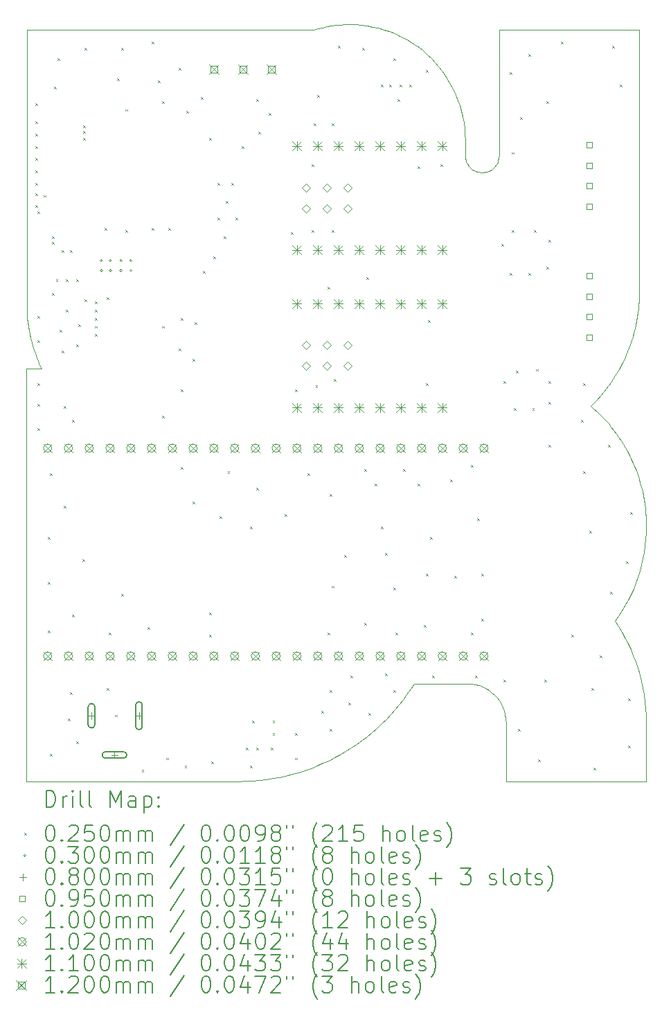
<source format=gbr>
%TF.GenerationSoftware,KiCad,Pcbnew,7.0.1*%
%TF.CreationDate,2024-04-15T22:24:00+03:00*%
%TF.ProjectId,ESP32 STEPPER CONTROL PCB,45535033-3220-4535-9445-505045522043,rev?*%
%TF.SameCoordinates,PX68e7780PY7bfa480*%
%TF.FileFunction,Drillmap*%
%TF.FilePolarity,Positive*%
%FSLAX45Y45*%
G04 Gerber Fmt 4.5, Leading zero omitted, Abs format (unit mm)*
G04 Created by KiCad (PCBNEW 7.0.1) date 2024-04-15 22:24:00*
%MOMM*%
%LPD*%
G01*
G04 APERTURE LIST*
%ADD10C,0.008000*%
%ADD11C,0.200000*%
%ADD12C,0.025000*%
%ADD13C,0.030000*%
%ADD14C,0.080000*%
%ADD15C,0.095000*%
%ADD16C,0.100000*%
%ADD17C,0.102000*%
%ADD18C,0.110000*%
%ADD19C,0.120000*%
G04 APERTURE END LIST*
D10*
X7581119Y3172756D02*
X7581889Y3117763D01*
X7578821Y3227368D02*
X7581119Y3172756D01*
X7575016Y3281577D02*
X7578821Y3227368D01*
X7569726Y3335363D02*
X7575016Y3281577D01*
X7562969Y3388706D02*
X7569726Y3335363D01*
X7554767Y3441585D02*
X7562969Y3388706D01*
X7545141Y3493979D02*
X7554767Y3441585D01*
X7534111Y3545868D02*
X7545141Y3493979D01*
X7521697Y3597232D02*
X7534111Y3545868D01*
X7507919Y3648049D02*
X7521697Y3597232D01*
X7492800Y3698300D02*
X7507919Y3648049D01*
X7476358Y3747963D02*
X7492800Y3698300D01*
X7458615Y3797019D02*
X7476358Y3747963D01*
X7439590Y3845446D02*
X7458615Y3797019D01*
X7419306Y3893225D02*
X7439590Y3845446D01*
X7397781Y3940334D02*
X7419306Y3893225D01*
X7375037Y3986753D02*
X7397781Y3940334D01*
X7351094Y4032462D02*
X7375037Y3986753D01*
X7325973Y4077439D02*
X7351094Y4032462D01*
X7299694Y4121665D02*
X7325973Y4077439D01*
X7272277Y4165120D02*
X7299694Y4121665D01*
X7243744Y4207781D02*
X7272277Y4165120D01*
X7214115Y4249629D02*
X7243744Y4207781D01*
X7183410Y4290644D02*
X7214115Y4249629D01*
X7151649Y4330804D02*
X7183410Y4290644D01*
X7118854Y4370090D02*
X7151649Y4330804D01*
X7085045Y4408480D02*
X7118854Y4370090D01*
X7050242Y4445955D02*
X7085045Y4408480D01*
X7014466Y4482493D02*
X7050242Y4445955D01*
X6977738Y4518074D02*
X7014466Y4482493D01*
X6940077Y4552677D02*
X6977738Y4518074D01*
X6901505Y4586283D02*
X6940077Y4552677D01*
X6968536Y4653560D02*
X6901505Y4586283D01*
X7032198Y4724064D02*
X6968536Y4653560D01*
X7092360Y4797664D02*
X7032198Y4724064D01*
X7148889Y4874228D02*
X7092360Y4797664D01*
X7201653Y4953624D02*
X7148889Y4874228D01*
X7250521Y5035719D02*
X7201653Y4953624D01*
X7295361Y5120382D02*
X7250521Y5035719D01*
X7316229Y5163635D02*
X7295361Y5120382D01*
X7336040Y5207481D02*
X7316229Y5163635D01*
X7354779Y5251902D02*
X7336040Y5207481D01*
X7372428Y5296884D02*
X7354779Y5251902D01*
X7388971Y5342408D02*
X7372428Y5296884D01*
X7404392Y5388458D02*
X7388971Y5342408D01*
X7418673Y5435018D02*
X7404392Y5388458D01*
X7431800Y5482072D02*
X7418673Y5435018D01*
X7443754Y5529603D02*
X7431800Y5482072D01*
X7454520Y5577595D02*
X7443754Y5529603D01*
X7464081Y5626030D02*
X7454520Y5577595D01*
X7472421Y5674893D02*
X7464081Y5626030D01*
X7479523Y5724166D02*
X7472421Y5674893D01*
X7485371Y5773835D02*
X7479523Y5724166D01*
X7489948Y5823881D02*
X7485371Y5773835D01*
X7493238Y5874289D02*
X7489948Y5823881D01*
X7495224Y5925042D02*
X7493238Y5874289D01*
X7495889Y5976123D02*
X7495224Y5925042D01*
X7495889Y9179467D02*
X7495889Y5976123D01*
X5781705Y9179467D02*
X7495889Y9179467D01*
X5781705Y7648283D02*
X5781705Y9179467D01*
X5780633Y7627035D02*
X5781705Y7648283D01*
X5777485Y7606404D02*
X5780633Y7627035D01*
X5772367Y7586494D02*
X5777485Y7606404D01*
X5765383Y7567410D02*
X5772367Y7586494D01*
X5756638Y7549254D02*
X5765383Y7567410D01*
X5746237Y7532132D02*
X5756638Y7549254D01*
X5734285Y7516147D02*
X5746237Y7532132D01*
X5720885Y7501403D02*
X5734285Y7516147D01*
X5706144Y7488004D02*
X5720885Y7501403D01*
X5690165Y7476054D02*
X5706144Y7488004D01*
X5673053Y7465658D02*
X5690165Y7476054D01*
X5654913Y7456918D02*
X5673053Y7465658D01*
X5635850Y7449940D02*
X5654913Y7456918D01*
X5615969Y7444826D02*
X5635850Y7449940D01*
X5595374Y7441682D02*
X5615969Y7444826D01*
X5574169Y7440611D02*
X5595374Y7441682D01*
X5552963Y7441682D02*
X5574169Y7440611D01*
X5532367Y7444826D02*
X5552963Y7441682D01*
X5512484Y7449940D02*
X5532367Y7444826D01*
X5493421Y7456918D02*
X5512484Y7449940D01*
X5475280Y7465658D02*
X5493421Y7456918D01*
X5458168Y7476054D02*
X5475280Y7465658D01*
X5442188Y7488004D02*
X5458168Y7476054D01*
X5427446Y7501403D02*
X5442188Y7488004D01*
X5414046Y7516147D02*
X5427446Y7501403D01*
X5402094Y7532132D02*
X5414046Y7516147D01*
X5391692Y7549254D02*
X5402094Y7532132D01*
X5382947Y7567410D02*
X5391692Y7549254D01*
X5375964Y7586494D02*
X5382947Y7567410D01*
X5370845Y7606404D02*
X5375964Y7586494D01*
X5367698Y7627035D02*
X5370845Y7606404D01*
X5366625Y7648283D02*
X5367698Y7627035D01*
X5366625Y7835627D02*
X5366625Y7648283D01*
X5364788Y7908290D02*
X5366625Y7835627D01*
X5359336Y7980001D02*
X5364788Y7908290D01*
X5350357Y8050670D02*
X5359336Y7980001D01*
X5337940Y8120208D02*
X5350357Y8050670D01*
X5322175Y8188528D02*
X5337940Y8120208D01*
X5303148Y8255540D02*
X5322175Y8188528D01*
X5280950Y8321155D02*
X5303148Y8255540D01*
X5255669Y8385284D02*
X5280950Y8321155D01*
X5227393Y8447840D02*
X5255669Y8385284D01*
X5196212Y8508732D02*
X5227393Y8447840D01*
X5162213Y8567872D02*
X5196212Y8508732D01*
X5125486Y8625172D02*
X5162213Y8567872D01*
X5086119Y8680542D02*
X5125486Y8625172D01*
X5044201Y8733893D02*
X5086119Y8680542D01*
X4999821Y8785138D02*
X5044201Y8733893D01*
X4953066Y8834187D02*
X4999821Y8785138D01*
X4904027Y8880951D02*
X4953066Y8834187D01*
X4852791Y8925342D02*
X4904027Y8880951D01*
X4799447Y8967270D02*
X4852791Y8925342D01*
X4744084Y9006647D02*
X4799447Y8967270D01*
X4686791Y9043385D02*
X4744084Y9006647D01*
X4627656Y9077393D02*
X4686791Y9043385D01*
X4566768Y9108584D02*
X4627656Y9077393D01*
X4504215Y9136869D02*
X4566768Y9108584D01*
X4440086Y9162159D02*
X4504215Y9136869D01*
X4374471Y9184365D02*
X4440086Y9162159D01*
X4307457Y9203398D02*
X4374471Y9184365D01*
X4239133Y9219170D02*
X4307457Y9203398D01*
X4169588Y9231592D02*
X4239133Y9219170D01*
X4098911Y9240574D02*
X4169588Y9231592D01*
X4027189Y9246029D02*
X4098911Y9240574D01*
X3954513Y9247867D02*
X4027189Y9246029D01*
X3897824Y9246749D02*
X3954513Y9247867D01*
X3841701Y9243423D02*
X3897824Y9246749D01*
X3786186Y9237932D02*
X3841701Y9243423D01*
X3731322Y9230317D02*
X3786186Y9237932D01*
X3677152Y9220621D02*
X3731322Y9230317D01*
X3623717Y9208886D02*
X3677152Y9220621D01*
X3571061Y9195154D02*
X3623717Y9208886D01*
X3519225Y9179467D02*
X3571061Y9195154D01*
X1810153Y9179467D02*
X3519225Y9179467D01*
X1722217Y9179467D02*
X1810153Y9179467D01*
X8038Y9179467D02*
X1722217Y9179467D01*
X8038Y5815723D02*
X8038Y9179467D01*
X8784Y5764003D02*
X8038Y5815723D01*
X11009Y5712653D02*
X8784Y5764003D01*
X14691Y5661695D02*
X11009Y5712653D01*
X19812Y5611147D02*
X14691Y5661695D01*
X26349Y5561032D02*
X19812Y5611147D01*
X34283Y5511369D02*
X26349Y5561032D01*
X43593Y5462179D02*
X34283Y5511369D01*
X54259Y5413482D02*
X43593Y5462179D01*
X66260Y5365298D02*
X54259Y5413482D01*
X79576Y5317649D02*
X66260Y5365298D01*
X94186Y5270554D02*
X79576Y5317649D01*
X110071Y5224035D02*
X94186Y5270554D01*
X127208Y5178110D02*
X110071Y5224035D01*
X145579Y5132802D02*
X127208Y5178110D01*
X165162Y5088130D02*
X145579Y5132802D01*
X185937Y5044115D02*
X165162Y5088130D01*
X0Y5044115D02*
X185937Y5044115D01*
X0Y3329851D02*
X0Y5044115D01*
X0Y1714243D02*
X0Y3329851D01*
X0Y0D02*
X0Y1714243D01*
X2597313Y0D02*
X0Y0D01*
X2681831Y1390D02*
X2597313Y0D01*
X2765652Y5530D02*
X2681831Y1390D01*
X2848734Y12378D02*
X2765652Y5530D01*
X2931033Y21889D02*
X2848734Y12378D01*
X3012505Y34020D02*
X2931033Y21889D01*
X3093107Y48728D02*
X3012505Y34020D01*
X3172795Y65969D02*
X3093107Y48728D01*
X3251527Y85700D02*
X3172795Y65969D01*
X3329258Y107877D02*
X3251527Y85700D01*
X3405945Y132456D02*
X3329258Y107877D01*
X3481544Y159395D02*
X3405945Y132456D01*
X3556013Y188649D02*
X3481544Y159395D01*
X3629307Y220176D02*
X3556013Y188649D01*
X3701383Y253931D02*
X3629307Y220176D01*
X3772197Y289871D02*
X3701383Y253931D01*
X3841707Y327953D02*
X3772197Y289871D01*
X3909869Y368133D02*
X3841707Y327953D01*
X3976638Y410368D02*
X3909869Y368133D01*
X4041973Y454613D02*
X3976638Y410368D01*
X4105828Y500827D02*
X4041973Y454613D01*
X4168161Y548965D02*
X4105828Y500827D01*
X4228929Y598983D02*
X4168161Y548965D01*
X4288087Y650839D02*
X4228929Y598983D01*
X4345592Y704488D02*
X4288087Y650839D01*
X4401402Y759887D02*
X4345592Y704488D01*
X4455471Y816994D02*
X4401402Y759887D01*
X4507758Y875763D02*
X4455471Y816994D01*
X4558218Y936152D02*
X4507758Y875763D01*
X4606808Y998117D02*
X4558218Y936152D01*
X4653484Y1061615D02*
X4606808Y998117D01*
X4698203Y1126602D02*
X4653484Y1061615D01*
X4740921Y1193035D02*
X4698203Y1126602D01*
X4782601Y1193035D02*
X4740921Y1193035D01*
X4782601Y1189795D02*
X4782601Y1193035D01*
X5398545Y1189795D02*
X4782601Y1189795D01*
X5422597Y1189187D02*
X5398545Y1189795D01*
X5446334Y1187381D02*
X5422597Y1189187D01*
X5492746Y1180296D02*
X5446334Y1187381D01*
X5537546Y1168775D02*
X5492746Y1180296D01*
X5580498Y1153052D02*
X5537546Y1168775D01*
X5621367Y1133362D02*
X5580498Y1153052D01*
X5659917Y1109939D02*
X5621367Y1133362D01*
X5695913Y1083019D02*
X5659917Y1109939D01*
X5729119Y1052836D02*
X5695913Y1083019D01*
X5759301Y1019624D02*
X5729119Y1052836D01*
X5786222Y983618D02*
X5759301Y1019624D01*
X5809647Y945054D02*
X5786222Y983618D01*
X5829341Y904164D02*
X5809647Y945054D01*
X5845069Y861186D02*
X5829341Y904164D01*
X5856594Y816352D02*
X5845069Y861186D01*
X5863682Y769897D02*
X5856594Y816352D01*
X5865489Y746136D02*
X5863682Y769897D01*
X5866097Y722057D02*
X5865489Y746136D01*
X5866097Y-2413D02*
X5866097Y722057D01*
X7580273Y-2413D02*
X5866097Y-2413D01*
X7580273Y722057D02*
X7580273Y-2413D01*
X7578613Y807902D02*
X7580273Y722057D01*
X7573674Y892905D02*
X7578613Y807902D01*
X7565518Y977007D02*
X7573674Y892905D01*
X7554208Y1060146D02*
X7565518Y977007D01*
X7539805Y1142259D02*
X7554208Y1060146D01*
X7522371Y1223287D02*
X7539805Y1142259D01*
X7501970Y1303167D02*
X7522371Y1223287D01*
X7478662Y1381839D02*
X7501970Y1303167D01*
X7452511Y1459240D02*
X7478662Y1381839D01*
X7423577Y1535310D02*
X7452511Y1459240D01*
X7391925Y1609987D02*
X7423577Y1535310D01*
X7357614Y1683209D02*
X7391925Y1609987D01*
X7320709Y1754916D02*
X7357614Y1683209D01*
X7281270Y1825047D02*
X7320709Y1754916D01*
X7239360Y1893538D02*
X7281270Y1825047D01*
X7195041Y1960331D02*
X7239360Y1893538D01*
X7239364Y2021597D02*
X7195041Y1960331D01*
X7281314Y2084648D02*
X7239364Y2021597D01*
X7320825Y2149416D02*
X7281314Y2084648D01*
X7357830Y2215837D02*
X7320825Y2149416D01*
X7392260Y2283844D02*
X7357830Y2215837D01*
X7424050Y2353371D02*
X7392260Y2283844D01*
X7453131Y2424353D02*
X7424050Y2353371D01*
X7479437Y2496723D02*
X7453131Y2424353D01*
X7502900Y2570416D02*
X7479437Y2496723D01*
X7523453Y2645365D02*
X7502900Y2570416D01*
X7541028Y2721506D02*
X7523453Y2645365D01*
X7555559Y2798771D02*
X7541028Y2721506D01*
X7566977Y2877095D02*
X7555559Y2798771D01*
X7575217Y2956412D02*
X7566977Y2877095D01*
X7580210Y3036657D02*
X7575217Y2956412D01*
X7581889Y3117763D02*
X7580210Y3036657D01*
D11*
D12*
X112500Y8287500D02*
X137500Y8262500D01*
X137500Y8287500D02*
X112500Y8262500D01*
X112500Y8062500D02*
X137500Y8037500D01*
X137500Y8062500D02*
X112500Y8037500D01*
X112500Y7912500D02*
X137500Y7887500D01*
X137500Y7912500D02*
X112500Y7887500D01*
X112500Y7762500D02*
X137500Y7737500D01*
X137500Y7762500D02*
X112500Y7737500D01*
X112500Y7612500D02*
X137500Y7587500D01*
X137500Y7612500D02*
X112500Y7587500D01*
X112500Y7462500D02*
X137500Y7437500D01*
X137500Y7462500D02*
X112500Y7437500D01*
X112500Y7312500D02*
X137500Y7287500D01*
X137500Y7312500D02*
X112500Y7287500D01*
X112500Y7187500D02*
X137500Y7162500D01*
X137500Y7187500D02*
X112500Y7162500D01*
X112500Y7037500D02*
X137500Y7012500D01*
X137500Y7037500D02*
X112500Y7012500D01*
X137500Y6962500D02*
X162500Y6937500D01*
X162500Y6962500D02*
X137500Y6937500D01*
X137500Y5687500D02*
X162500Y5662500D01*
X162500Y5687500D02*
X137500Y5662500D01*
X137500Y5387500D02*
X162500Y5362500D01*
X162500Y5387500D02*
X137500Y5362500D01*
X137500Y4862500D02*
X162500Y4837500D01*
X162500Y4862500D02*
X137500Y4837500D01*
X137500Y4612500D02*
X162500Y4587500D01*
X162500Y4612500D02*
X137500Y4587500D01*
X137500Y4312500D02*
X162500Y4287500D01*
X162500Y4312500D02*
X137500Y4287500D01*
X212500Y7162500D02*
X237500Y7137500D01*
X237500Y7162500D02*
X212500Y7137500D01*
X262500Y2987500D02*
X287500Y2962500D01*
X287500Y2987500D02*
X262500Y2962500D01*
X262500Y2437500D02*
X287500Y2412500D01*
X287500Y2437500D02*
X262500Y2412500D01*
X262500Y1837500D02*
X287500Y1812500D01*
X287500Y1837500D02*
X262500Y1812500D01*
X287500Y3762500D02*
X312500Y3737500D01*
X312500Y3762500D02*
X287500Y3737500D01*
X287500Y337500D02*
X312500Y312500D01*
X312500Y337500D02*
X287500Y312500D01*
X312500Y6662500D02*
X337500Y6637500D01*
X337500Y6662500D02*
X312500Y6637500D01*
X312500Y6587500D02*
X337500Y6562500D01*
X337500Y6587500D02*
X312500Y6562500D01*
X312500Y5962500D02*
X337500Y5937500D01*
X337500Y5962500D02*
X312500Y5937500D01*
X337500Y8487500D02*
X362500Y8462500D01*
X362500Y8487500D02*
X337500Y8462500D01*
X362500Y6137500D02*
X387500Y6112500D01*
X387500Y6137500D02*
X362500Y6112500D01*
X387500Y8837500D02*
X412500Y8812500D01*
X412500Y8837500D02*
X387500Y8812500D01*
X412500Y5512500D02*
X437500Y5487500D01*
X437500Y5512500D02*
X412500Y5487500D01*
X437500Y6487500D02*
X462500Y6462500D01*
X462500Y6487500D02*
X437500Y6462500D01*
X437500Y5262500D02*
X462500Y5237500D01*
X462500Y5262500D02*
X437500Y5237500D01*
X462500Y4587500D02*
X487500Y4562500D01*
X487500Y4587500D02*
X462500Y4562500D01*
X462500Y3362500D02*
X487500Y3337500D01*
X487500Y3362500D02*
X462500Y3337500D01*
X487500Y6137500D02*
X512500Y6112500D01*
X512500Y6137500D02*
X487500Y6112500D01*
X487500Y5762500D02*
X512500Y5737500D01*
X512500Y5762500D02*
X487500Y5737500D01*
X512500Y762500D02*
X537500Y737500D01*
X537500Y762500D02*
X512500Y737500D01*
X537500Y6487500D02*
X562500Y6462500D01*
X562500Y6487500D02*
X537500Y6462500D01*
X537500Y1087500D02*
X562500Y1062500D01*
X562500Y1087500D02*
X537500Y1062500D01*
X562500Y4412500D02*
X587500Y4387500D01*
X587500Y4412500D02*
X562500Y4387500D01*
X562500Y2037500D02*
X587500Y2012500D01*
X587500Y2037500D02*
X562500Y2012500D01*
X612500Y6137500D02*
X637500Y6112500D01*
X637500Y6137500D02*
X612500Y6112500D01*
X612500Y5337500D02*
X637500Y5312500D01*
X637500Y5337500D02*
X612500Y5312500D01*
X612500Y487500D02*
X637500Y462500D01*
X637500Y487500D02*
X612500Y462500D01*
X637500Y5587500D02*
X662500Y5562500D01*
X662500Y5587500D02*
X637500Y5562500D01*
X687500Y2712500D02*
X712500Y2687500D01*
X712500Y2712500D02*
X687500Y2687500D01*
X697500Y8012500D02*
X722500Y7987500D01*
X722500Y8012500D02*
X697500Y7987500D01*
X697500Y7942500D02*
X722500Y7917500D01*
X722500Y7942500D02*
X697500Y7917500D01*
X697500Y7857500D02*
X722500Y7832500D01*
X722500Y7857500D02*
X697500Y7832500D01*
X712500Y8962500D02*
X737500Y8937500D01*
X737500Y8962500D02*
X712500Y8937500D01*
X712500Y5887500D02*
X737500Y5862500D01*
X737500Y5887500D02*
X712500Y5862500D01*
X837500Y5862500D02*
X862500Y5837500D01*
X862500Y5862500D02*
X837500Y5837500D01*
X837500Y5762500D02*
X862500Y5737500D01*
X862500Y5762500D02*
X837500Y5737500D01*
X837500Y5662500D02*
X862500Y5637500D01*
X862500Y5662500D02*
X837500Y5637500D01*
X837500Y5562500D02*
X862500Y5537500D01*
X862500Y5562500D02*
X837500Y5537500D01*
X837500Y5462500D02*
X862500Y5437500D01*
X862500Y5462500D02*
X837500Y5437500D01*
X962500Y6762500D02*
X987500Y6737500D01*
X987500Y6762500D02*
X962500Y6737500D01*
X987500Y5912500D02*
X1012500Y5887500D01*
X1012500Y5912500D02*
X987500Y5887500D01*
X987500Y1137500D02*
X1012500Y1112500D01*
X1012500Y1137500D02*
X987500Y1112500D01*
X1012500Y1812500D02*
X1037500Y1787500D01*
X1037500Y1812500D02*
X1012500Y1787500D01*
X1087500Y812500D02*
X1112500Y787500D01*
X1112500Y812500D02*
X1087500Y787500D01*
X1112500Y8587500D02*
X1137500Y8562500D01*
X1137500Y8587500D02*
X1112500Y8562500D01*
X1162500Y8962500D02*
X1187500Y8937500D01*
X1187500Y8962500D02*
X1162500Y8937500D01*
X1162500Y2287500D02*
X1187500Y2262500D01*
X1187500Y2287500D02*
X1162500Y2262500D01*
X1212500Y8212500D02*
X1237500Y8187500D01*
X1237500Y8212500D02*
X1212500Y8187500D01*
X1212500Y6737500D02*
X1237500Y6712500D01*
X1237500Y6737500D02*
X1212500Y6712500D01*
X1412500Y137500D02*
X1437500Y112500D01*
X1437500Y137500D02*
X1412500Y112500D01*
X1487500Y1887500D02*
X1512500Y1862500D01*
X1512500Y1887500D02*
X1487500Y1862500D01*
X1537500Y9037500D02*
X1562500Y9012500D01*
X1562500Y9037500D02*
X1537500Y9012500D01*
X1537500Y6762500D02*
X1562500Y6737500D01*
X1562500Y6762500D02*
X1537500Y6737500D01*
X1612500Y8562500D02*
X1637500Y8537500D01*
X1637500Y8562500D02*
X1612500Y8537500D01*
X1662500Y8312500D02*
X1687500Y8287500D01*
X1687500Y8312500D02*
X1662500Y8287500D01*
X1662500Y5562500D02*
X1687500Y5537500D01*
X1687500Y5562500D02*
X1662500Y5537500D01*
X1662500Y4462500D02*
X1687500Y4437500D01*
X1687500Y4462500D02*
X1662500Y4437500D01*
X1712500Y287500D02*
X1737500Y262500D01*
X1737500Y287500D02*
X1712500Y262500D01*
X1737500Y6762500D02*
X1762500Y6737500D01*
X1762500Y6762500D02*
X1737500Y6737500D01*
X1862500Y8712500D02*
X1887500Y8687500D01*
X1887500Y8712500D02*
X1862500Y8687500D01*
X1862500Y5287500D02*
X1887500Y5262500D01*
X1887500Y5287500D02*
X1862500Y5262500D01*
X1887500Y5662500D02*
X1912500Y5637500D01*
X1912500Y5662500D02*
X1887500Y5637500D01*
X1887500Y4787500D02*
X1912500Y4762500D01*
X1912500Y4787500D02*
X1887500Y4762500D01*
X1887500Y3837500D02*
X1912500Y3812500D01*
X1912500Y3837500D02*
X1887500Y3812500D01*
X1937500Y187500D02*
X1962500Y162500D01*
X1962500Y187500D02*
X1937500Y162500D01*
X1962500Y8187500D02*
X1987500Y8162500D01*
X1987500Y8187500D02*
X1962500Y8162500D01*
X2037500Y5162500D02*
X2062500Y5137500D01*
X2062500Y5162500D02*
X2037500Y5137500D01*
X2037500Y3412500D02*
X2062500Y3387500D01*
X2062500Y3412500D02*
X2037500Y3387500D01*
X2062500Y5612500D02*
X2087500Y5587500D01*
X2087500Y5612500D02*
X2062500Y5587500D01*
X2137500Y8362500D02*
X2162500Y8337500D01*
X2162500Y8362500D02*
X2137500Y8337500D01*
X2162500Y6237500D02*
X2187500Y6212500D01*
X2187500Y6237500D02*
X2162500Y6212500D01*
X2237500Y7862500D02*
X2262500Y7837500D01*
X2262500Y7862500D02*
X2237500Y7837500D01*
X2237500Y2062500D02*
X2262500Y2037500D01*
X2262500Y2062500D02*
X2237500Y2037500D01*
X2237500Y1787500D02*
X2262500Y1762500D01*
X2262500Y1787500D02*
X2237500Y1762500D01*
X2262500Y237500D02*
X2287500Y212500D01*
X2287500Y237500D02*
X2262500Y212500D01*
X2287500Y6412500D02*
X2312500Y6387500D01*
X2312500Y6412500D02*
X2287500Y6387500D01*
X2337500Y7312500D02*
X2362500Y7287500D01*
X2362500Y7312500D02*
X2337500Y7287500D01*
X2337500Y6887500D02*
X2362500Y6862500D01*
X2362500Y6887500D02*
X2337500Y6862500D01*
X2362500Y3237500D02*
X2387500Y3212500D01*
X2387500Y3237500D02*
X2362500Y3212500D01*
X2412500Y6662500D02*
X2437500Y6637500D01*
X2437500Y6662500D02*
X2412500Y6637500D01*
X2437500Y7087500D02*
X2462500Y7062500D01*
X2462500Y7087500D02*
X2437500Y7062500D01*
X2462500Y3787500D02*
X2487500Y3762500D01*
X2487500Y3787500D02*
X2462500Y3762500D01*
X2512500Y7312500D02*
X2537500Y7287500D01*
X2537500Y7312500D02*
X2512500Y7287500D01*
X2562500Y6887500D02*
X2587500Y6862500D01*
X2587500Y6887500D02*
X2562500Y6862500D01*
X2637500Y7762500D02*
X2662500Y7737500D01*
X2662500Y7762500D02*
X2637500Y7737500D01*
X2687500Y412500D02*
X2712500Y387500D01*
X2712500Y412500D02*
X2687500Y387500D01*
X2737500Y3112500D02*
X2762500Y3087500D01*
X2762500Y3112500D02*
X2737500Y3087500D01*
X2737500Y187500D02*
X2762500Y162500D01*
X2762500Y187500D02*
X2737500Y162500D01*
X2762500Y737500D02*
X2787500Y712500D01*
X2787500Y737500D02*
X2762500Y712500D01*
X2812500Y8337500D02*
X2837500Y8312500D01*
X2837500Y8337500D02*
X2812500Y8312500D01*
X2812500Y3587500D02*
X2837500Y3562500D01*
X2837500Y3587500D02*
X2812500Y3562500D01*
X2812500Y412500D02*
X2837500Y387500D01*
X2837500Y412500D02*
X2812500Y387500D01*
X2837500Y7937500D02*
X2862500Y7912500D01*
X2862500Y7937500D02*
X2837500Y7912500D01*
X2962500Y8162500D02*
X2987500Y8137500D01*
X2987500Y8162500D02*
X2962500Y8137500D01*
X2987500Y412500D02*
X3012500Y387500D01*
X3012500Y412500D02*
X2987500Y387500D01*
X3012500Y737500D02*
X3037500Y712500D01*
X3037500Y737500D02*
X3012500Y712500D01*
X3012500Y587500D02*
X3037500Y562500D01*
X3037500Y587500D02*
X3012500Y562500D01*
X3162500Y3262500D02*
X3187500Y3237500D01*
X3187500Y3262500D02*
X3162500Y3237500D01*
X3237500Y6712500D02*
X3262500Y6687500D01*
X3262500Y6712500D02*
X3237500Y6687500D01*
X3287500Y4787500D02*
X3312500Y4762500D01*
X3312500Y4787500D02*
X3287500Y4762500D01*
X3287500Y587500D02*
X3312500Y562500D01*
X3312500Y587500D02*
X3287500Y562500D01*
X3287500Y287500D02*
X3312500Y262500D01*
X3312500Y287500D02*
X3287500Y262500D01*
X3437500Y3762500D02*
X3462500Y3737500D01*
X3462500Y3762500D02*
X3437500Y3737500D01*
X3487500Y7537500D02*
X3512500Y7512500D01*
X3512500Y7537500D02*
X3487500Y7512500D01*
X3487500Y6737500D02*
X3512500Y6712500D01*
X3512500Y6737500D02*
X3487500Y6712500D01*
X3512500Y8037500D02*
X3537500Y8012500D01*
X3537500Y8037500D02*
X3512500Y8012500D01*
X3537500Y4837500D02*
X3562500Y4812500D01*
X3562500Y4837500D02*
X3537500Y4812500D01*
X3562500Y8387500D02*
X3587500Y8362500D01*
X3587500Y8387500D02*
X3562500Y8362500D01*
X3612500Y862500D02*
X3637500Y837500D01*
X3637500Y862500D02*
X3612500Y837500D01*
X3687500Y6037500D02*
X3712500Y6012500D01*
X3712500Y6037500D02*
X3687500Y6012500D01*
X3687500Y1812500D02*
X3712500Y1787500D01*
X3712500Y1812500D02*
X3687500Y1787500D01*
X3712500Y3512500D02*
X3737500Y3487500D01*
X3737500Y3512500D02*
X3712500Y3487500D01*
X3712500Y1112500D02*
X3737500Y1087500D01*
X3737500Y1112500D02*
X3712500Y1087500D01*
X3712500Y637500D02*
X3737500Y612500D01*
X3737500Y637500D02*
X3712500Y612500D01*
X3737500Y8037500D02*
X3762500Y8012500D01*
X3762500Y8037500D02*
X3737500Y8012500D01*
X3737500Y6737500D02*
X3762500Y6712500D01*
X3762500Y6737500D02*
X3737500Y6712500D01*
X3737500Y2387500D02*
X3762500Y2362500D01*
X3762500Y2387500D02*
X3737500Y2362500D01*
X3762500Y4912500D02*
X3787500Y4887500D01*
X3787500Y4912500D02*
X3762500Y4887500D01*
X3812500Y8987500D02*
X3837500Y8962500D01*
X3837500Y8987500D02*
X3812500Y8962500D01*
X3887500Y2762500D02*
X3912500Y2737500D01*
X3912500Y2762500D02*
X3887500Y2737500D01*
X3937500Y962500D02*
X3962500Y937500D01*
X3962500Y962500D02*
X3937500Y937500D01*
X3962500Y1287500D02*
X3987500Y1262500D01*
X3987500Y1287500D02*
X3962500Y1262500D01*
X4112500Y8962500D02*
X4137500Y8937500D01*
X4137500Y8962500D02*
X4112500Y8937500D01*
X4137500Y3812500D02*
X4162500Y3787500D01*
X4162500Y3812500D02*
X4137500Y3787500D01*
X4137500Y1937500D02*
X4162500Y1912500D01*
X4162500Y1937500D02*
X4137500Y1912500D01*
X4162500Y6162500D02*
X4187500Y6137500D01*
X4187500Y6162500D02*
X4162500Y6137500D01*
X4187500Y837500D02*
X4212500Y812500D01*
X4212500Y837500D02*
X4187500Y812500D01*
X4262500Y3637500D02*
X4287500Y3612500D01*
X4287500Y3637500D02*
X4262500Y3612500D01*
X4337500Y8512500D02*
X4362500Y8487500D01*
X4362500Y8512500D02*
X4337500Y8487500D01*
X4337500Y3112500D02*
X4362500Y3087500D01*
X4362500Y3112500D02*
X4337500Y3087500D01*
X4387500Y2787500D02*
X4412500Y2762500D01*
X4412500Y2787500D02*
X4387500Y2762500D01*
X4387500Y1312500D02*
X4412500Y1287500D01*
X4412500Y1312500D02*
X4387500Y1287500D01*
X4437500Y8512500D02*
X4462500Y8487500D01*
X4462500Y8512500D02*
X4437500Y8487500D01*
X4487500Y8837500D02*
X4512500Y8812500D01*
X4512500Y8837500D02*
X4487500Y8812500D01*
X4487500Y2362500D02*
X4512500Y2337500D01*
X4512500Y2362500D02*
X4487500Y2337500D01*
X4487500Y1112500D02*
X4512500Y1087500D01*
X4512500Y1112500D02*
X4487500Y1087500D01*
X4512500Y1812500D02*
X4537500Y1787500D01*
X4537500Y1812500D02*
X4512500Y1787500D01*
X4537500Y8337500D02*
X4562500Y8312500D01*
X4562500Y8337500D02*
X4537500Y8312500D01*
X4562500Y8512500D02*
X4587500Y8487500D01*
X4587500Y8512500D02*
X4562500Y8487500D01*
X4612500Y3812500D02*
X4637500Y3787500D01*
X4637500Y3812500D02*
X4612500Y3787500D01*
X4687500Y8512500D02*
X4712500Y8487500D01*
X4712500Y8512500D02*
X4687500Y8487500D01*
X4787500Y7512500D02*
X4812500Y7487500D01*
X4812500Y7512500D02*
X4787500Y7487500D01*
X4787500Y3637500D02*
X4812500Y3612500D01*
X4812500Y3637500D02*
X4787500Y3612500D01*
X4862500Y1912500D02*
X4887500Y1887500D01*
X4887500Y1912500D02*
X4862500Y1887500D01*
X4887500Y8687500D02*
X4912500Y8662500D01*
X4912500Y8687500D02*
X4887500Y8662500D01*
X4887500Y4862500D02*
X4912500Y4837500D01*
X4912500Y4862500D02*
X4887500Y4837500D01*
X4887500Y2537500D02*
X4912500Y2512500D01*
X4912500Y2537500D02*
X4887500Y2512500D01*
X4912500Y5637500D02*
X4937500Y5612500D01*
X4937500Y5637500D02*
X4912500Y5612500D01*
X4937500Y2987500D02*
X4962500Y2962500D01*
X4962500Y2987500D02*
X4937500Y2962500D01*
X4962500Y1287500D02*
X4987500Y1262500D01*
X4987500Y1287500D02*
X4962500Y1262500D01*
X5062500Y7537500D02*
X5087500Y7512500D01*
X5087500Y7537500D02*
X5062500Y7512500D01*
X5187500Y3687500D02*
X5212500Y3662500D01*
X5212500Y3687500D02*
X5187500Y3662500D01*
X5237500Y2512500D02*
X5262500Y2487500D01*
X5262500Y2512500D02*
X5237500Y2487500D01*
X5437500Y3862500D02*
X5462500Y3837500D01*
X5462500Y3862500D02*
X5437500Y3837500D01*
X5437500Y1812500D02*
X5462500Y1787500D01*
X5462500Y1812500D02*
X5437500Y1787500D01*
X5487500Y1287500D02*
X5512500Y1262500D01*
X5512500Y1287500D02*
X5487500Y1262500D01*
X5512500Y3212500D02*
X5537500Y3187500D01*
X5537500Y3212500D02*
X5512500Y3187500D01*
X5562500Y2537500D02*
X5587500Y2512500D01*
X5587500Y2537500D02*
X5562500Y2512500D01*
X5562500Y1987500D02*
X5587500Y1962500D01*
X5587500Y1987500D02*
X5562500Y1962500D01*
X5812500Y6562500D02*
X5837500Y6537500D01*
X5837500Y6562500D02*
X5812500Y6537500D01*
X5837500Y4887500D02*
X5862500Y4862500D01*
X5862500Y4887500D02*
X5837500Y4862500D01*
X5837500Y1237500D02*
X5862500Y1212500D01*
X5862500Y1237500D02*
X5837500Y1212500D01*
X5912500Y8662500D02*
X5937500Y8637500D01*
X5937500Y8662500D02*
X5912500Y8637500D01*
X5912500Y6212500D02*
X5937500Y6187500D01*
X5937500Y6212500D02*
X5912500Y6187500D01*
X5937500Y7687500D02*
X5962500Y7662500D01*
X5962500Y7687500D02*
X5937500Y7662500D01*
X5937500Y6737500D02*
X5962500Y6712500D01*
X5962500Y6737500D02*
X5937500Y6712500D01*
X5962500Y4562500D02*
X5987500Y4537500D01*
X5987500Y4562500D02*
X5962500Y4537500D01*
X5987500Y5012500D02*
X6012500Y4987500D01*
X6012500Y5012500D02*
X5987500Y4987500D01*
X6012500Y637500D02*
X6037500Y612500D01*
X6037500Y637500D02*
X6012500Y612500D01*
X6037500Y8112500D02*
X6062500Y8087500D01*
X6062500Y8112500D02*
X6037500Y8087500D01*
X6137500Y8887500D02*
X6162500Y8862500D01*
X6162500Y8887500D02*
X6137500Y8862500D01*
X6137500Y6212500D02*
X6162500Y6187500D01*
X6162500Y6212500D02*
X6137500Y6187500D01*
X6187500Y4562500D02*
X6212500Y4537500D01*
X6212500Y4562500D02*
X6187500Y4537500D01*
X6212500Y6737500D02*
X6237500Y6712500D01*
X6237500Y6737500D02*
X6212500Y6712500D01*
X6237500Y5037500D02*
X6262500Y5012500D01*
X6262500Y5037500D02*
X6237500Y5012500D01*
X6262500Y262500D02*
X6287500Y237500D01*
X6287500Y262500D02*
X6262500Y237500D01*
X6337500Y1237500D02*
X6362500Y1212500D01*
X6362500Y1237500D02*
X6337500Y1212500D01*
X6362500Y8312500D02*
X6387500Y8287500D01*
X6387500Y8312500D02*
X6362500Y8287500D01*
X6362500Y6287500D02*
X6387500Y6262500D01*
X6387500Y6287500D02*
X6362500Y6262500D01*
X6387500Y6612500D02*
X6412500Y6587500D01*
X6412500Y6612500D02*
X6387500Y6587500D01*
X6387500Y4887500D02*
X6412500Y4862500D01*
X6412500Y4887500D02*
X6387500Y4862500D01*
X6387500Y4637500D02*
X6412500Y4612500D01*
X6412500Y4637500D02*
X6387500Y4612500D01*
X6387500Y4112500D02*
X6412500Y4087500D01*
X6412500Y4112500D02*
X6387500Y4087500D01*
X6537500Y9037500D02*
X6562500Y9012500D01*
X6562500Y9037500D02*
X6537500Y9012500D01*
X6662500Y1787500D02*
X6687500Y1762500D01*
X6687500Y1787500D02*
X6662500Y1762500D01*
X6787500Y4412500D02*
X6812500Y4387500D01*
X6812500Y4412500D02*
X6787500Y4387500D01*
X6812500Y4862500D02*
X6837500Y4837500D01*
X6837500Y4862500D02*
X6812500Y4837500D01*
X6812500Y3787500D02*
X6837500Y3762500D01*
X6837500Y3787500D02*
X6812500Y3762500D01*
X6887500Y3062500D02*
X6912500Y3037500D01*
X6912500Y3062500D02*
X6887500Y3037500D01*
X6912500Y1137500D02*
X6937500Y1112500D01*
X6937500Y1137500D02*
X6912500Y1112500D01*
X6937500Y162500D02*
X6962500Y137500D01*
X6962500Y162500D02*
X6937500Y137500D01*
X7012500Y1537500D02*
X7037500Y1512500D01*
X7037500Y1537500D02*
X7012500Y1512500D01*
X7112500Y4112500D02*
X7137500Y4087500D01*
X7137500Y4112500D02*
X7112500Y4087500D01*
X7137500Y2312500D02*
X7162500Y2287500D01*
X7162500Y2312500D02*
X7137500Y2287500D01*
X7162500Y8987500D02*
X7187500Y8962500D01*
X7187500Y8987500D02*
X7162500Y8962500D01*
X7262500Y8512500D02*
X7287500Y8487500D01*
X7287500Y8512500D02*
X7262500Y8487500D01*
X7337500Y2687500D02*
X7362500Y2662500D01*
X7362500Y2687500D02*
X7337500Y2662500D01*
X7362500Y1012500D02*
X7387500Y987500D01*
X7387500Y1012500D02*
X7362500Y987500D01*
X7362500Y437500D02*
X7387500Y412500D01*
X7387500Y437500D02*
X7362500Y412500D01*
X7387500Y3287500D02*
X7412500Y3262500D01*
X7412500Y3287500D02*
X7387500Y3262500D01*
D13*
X935000Y6360000D02*
G75*
G03*
X935000Y6360000I-15000J0D01*
G01*
X935000Y6240000D02*
G75*
G03*
X935000Y6240000I-15000J0D01*
G01*
X1045000Y6360000D02*
G75*
G03*
X1045000Y6360000I-15000J0D01*
G01*
X1045000Y6240000D02*
G75*
G03*
X1045000Y6240000I-15000J0D01*
G01*
X1175000Y6360000D02*
G75*
G03*
X1175000Y6360000I-15000J0D01*
G01*
X1175000Y6240000D02*
G75*
G03*
X1175000Y6240000I-15000J0D01*
G01*
X1295000Y6360000D02*
G75*
G03*
X1295000Y6360000I-15000J0D01*
G01*
X1295000Y6240000D02*
G75*
G03*
X1295000Y6240000I-15000J0D01*
G01*
D14*
X800000Y840000D02*
X800000Y760000D01*
X760000Y800000D02*
X840000Y800000D01*
D11*
X760000Y910000D02*
X760000Y690000D01*
X760000Y690000D02*
G75*
G03*
X840000Y690000I40000J0D01*
G01*
X840000Y690000D02*
X840000Y910000D01*
X840000Y910000D02*
G75*
G03*
X760000Y910000I-40000J0D01*
G01*
D14*
X1080000Y360000D02*
X1080000Y280000D01*
X1040000Y320000D02*
X1120000Y320000D01*
D11*
X970000Y280000D02*
X1190000Y280000D01*
X1190000Y280000D02*
G75*
G03*
X1190000Y360000I0J40000D01*
G01*
X1190000Y360000D02*
X970000Y360000D01*
X970000Y360000D02*
G75*
G03*
X970000Y280000I0J-40000D01*
G01*
D14*
X1380000Y840000D02*
X1380000Y760000D01*
X1340000Y800000D02*
X1420000Y800000D01*
D11*
X1340000Y930000D02*
X1340000Y670000D01*
X1340000Y670000D02*
G75*
G03*
X1420000Y670000I40000J0D01*
G01*
X1420000Y670000D02*
X1420000Y930000D01*
X1420000Y930000D02*
G75*
G03*
X1340000Y930000I-40000J0D01*
G01*
D15*
X6916088Y7741412D02*
X6916088Y7808588D01*
X6848912Y7808588D01*
X6848912Y7741412D01*
X6916088Y7741412D01*
X6916088Y7491412D02*
X6916088Y7558588D01*
X6848912Y7558588D01*
X6848912Y7491412D01*
X6916088Y7491412D01*
X6916088Y7241412D02*
X6916088Y7308588D01*
X6848912Y7308588D01*
X6848912Y7241412D01*
X6916088Y7241412D01*
X6916088Y6991412D02*
X6916088Y7058588D01*
X6848912Y7058588D01*
X6848912Y6991412D01*
X6916088Y6991412D01*
X6916088Y6141412D02*
X6916088Y6208588D01*
X6848912Y6208588D01*
X6848912Y6141412D01*
X6916088Y6141412D01*
X6916088Y5891412D02*
X6916088Y5958588D01*
X6848912Y5958588D01*
X6848912Y5891412D01*
X6916088Y5891412D01*
X6916088Y5641412D02*
X6916088Y5708588D01*
X6848912Y5708588D01*
X6848912Y5641412D01*
X6916088Y5641412D01*
X6916088Y5391412D02*
X6916088Y5458588D01*
X6848912Y5458588D01*
X6848912Y5391412D01*
X6916088Y5391412D01*
D16*
X3422500Y7201500D02*
X3472500Y7251500D01*
X3422500Y7301500D01*
X3372500Y7251500D01*
X3422500Y7201500D01*
X3422500Y6947500D02*
X3472500Y6997500D01*
X3422500Y7047500D01*
X3372500Y6997500D01*
X3422500Y6947500D01*
X3422500Y5276500D02*
X3472500Y5326500D01*
X3422500Y5376500D01*
X3372500Y5326500D01*
X3422500Y5276500D01*
X3422500Y5022500D02*
X3472500Y5072500D01*
X3422500Y5122500D01*
X3372500Y5072500D01*
X3422500Y5022500D01*
X3676500Y7201500D02*
X3726500Y7251500D01*
X3676500Y7301500D01*
X3626500Y7251500D01*
X3676500Y7201500D01*
X3676500Y6947500D02*
X3726500Y6997500D01*
X3676500Y7047500D01*
X3626500Y6997500D01*
X3676500Y6947500D01*
X3676500Y5276500D02*
X3726500Y5326500D01*
X3676500Y5376500D01*
X3626500Y5326500D01*
X3676500Y5276500D01*
X3676500Y5022500D02*
X3726500Y5072500D01*
X3676500Y5122500D01*
X3626500Y5072500D01*
X3676500Y5022500D01*
X3930500Y7201500D02*
X3980500Y7251500D01*
X3930500Y7301500D01*
X3880500Y7251500D01*
X3930500Y7201500D01*
X3930500Y6947500D02*
X3980500Y6997500D01*
X3930500Y7047500D01*
X3880500Y6997500D01*
X3930500Y6947500D01*
X3930500Y5276500D02*
X3980500Y5326500D01*
X3930500Y5376500D01*
X3880500Y5326500D01*
X3930500Y5276500D01*
X3930500Y5022500D02*
X3980500Y5072500D01*
X3930500Y5122500D01*
X3880500Y5072500D01*
X3930500Y5022500D01*
D17*
X212200Y4121000D02*
X314200Y4019000D01*
X314200Y4121000D02*
X212200Y4019000D01*
X314200Y4070000D02*
G75*
G03*
X314200Y4070000I-51000J0D01*
G01*
X212200Y1581000D02*
X314200Y1479000D01*
X314200Y1581000D02*
X212200Y1479000D01*
X314200Y1530000D02*
G75*
G03*
X314200Y1530000I-51000J0D01*
G01*
X466200Y4121000D02*
X568200Y4019000D01*
X568200Y4121000D02*
X466200Y4019000D01*
X568200Y4070000D02*
G75*
G03*
X568200Y4070000I-51000J0D01*
G01*
X466200Y1581000D02*
X568200Y1479000D01*
X568200Y1581000D02*
X466200Y1479000D01*
X568200Y1530000D02*
G75*
G03*
X568200Y1530000I-51000J0D01*
G01*
X720200Y4121000D02*
X822200Y4019000D01*
X822200Y4121000D02*
X720200Y4019000D01*
X822200Y4070000D02*
G75*
G03*
X822200Y4070000I-51000J0D01*
G01*
X720200Y1581000D02*
X822200Y1479000D01*
X822200Y1581000D02*
X720200Y1479000D01*
X822200Y1530000D02*
G75*
G03*
X822200Y1530000I-51000J0D01*
G01*
X974200Y4121000D02*
X1076200Y4019000D01*
X1076200Y4121000D02*
X974200Y4019000D01*
X1076200Y4070000D02*
G75*
G03*
X1076200Y4070000I-51000J0D01*
G01*
X974200Y1581000D02*
X1076200Y1479000D01*
X1076200Y1581000D02*
X974200Y1479000D01*
X1076200Y1530000D02*
G75*
G03*
X1076200Y1530000I-51000J0D01*
G01*
X1228200Y4121000D02*
X1330200Y4019000D01*
X1330200Y4121000D02*
X1228200Y4019000D01*
X1330200Y4070000D02*
G75*
G03*
X1330200Y4070000I-51000J0D01*
G01*
X1228200Y1581000D02*
X1330200Y1479000D01*
X1330200Y1581000D02*
X1228200Y1479000D01*
X1330200Y1530000D02*
G75*
G03*
X1330200Y1530000I-51000J0D01*
G01*
X1482200Y4121000D02*
X1584200Y4019000D01*
X1584200Y4121000D02*
X1482200Y4019000D01*
X1584200Y4070000D02*
G75*
G03*
X1584200Y4070000I-51000J0D01*
G01*
X1482200Y1581000D02*
X1584200Y1479000D01*
X1584200Y1581000D02*
X1482200Y1479000D01*
X1584200Y1530000D02*
G75*
G03*
X1584200Y1530000I-51000J0D01*
G01*
X1736200Y4121000D02*
X1838200Y4019000D01*
X1838200Y4121000D02*
X1736200Y4019000D01*
X1838200Y4070000D02*
G75*
G03*
X1838200Y4070000I-51000J0D01*
G01*
X1736200Y1581000D02*
X1838200Y1479000D01*
X1838200Y1581000D02*
X1736200Y1479000D01*
X1838200Y1530000D02*
G75*
G03*
X1838200Y1530000I-51000J0D01*
G01*
X1990200Y4121000D02*
X2092200Y4019000D01*
X2092200Y4121000D02*
X1990200Y4019000D01*
X2092200Y4070000D02*
G75*
G03*
X2092200Y4070000I-51000J0D01*
G01*
X1990200Y1581000D02*
X2092200Y1479000D01*
X2092200Y1581000D02*
X1990200Y1479000D01*
X2092200Y1530000D02*
G75*
G03*
X2092200Y1530000I-51000J0D01*
G01*
X2244200Y4121000D02*
X2346200Y4019000D01*
X2346200Y4121000D02*
X2244200Y4019000D01*
X2346200Y4070000D02*
G75*
G03*
X2346200Y4070000I-51000J0D01*
G01*
X2244200Y1581000D02*
X2346200Y1479000D01*
X2346200Y1581000D02*
X2244200Y1479000D01*
X2346200Y1530000D02*
G75*
G03*
X2346200Y1530000I-51000J0D01*
G01*
X2498200Y4121000D02*
X2600200Y4019000D01*
X2600200Y4121000D02*
X2498200Y4019000D01*
X2600200Y4070000D02*
G75*
G03*
X2600200Y4070000I-51000J0D01*
G01*
X2498200Y1581000D02*
X2600200Y1479000D01*
X2600200Y1581000D02*
X2498200Y1479000D01*
X2600200Y1530000D02*
G75*
G03*
X2600200Y1530000I-51000J0D01*
G01*
X2752200Y4121000D02*
X2854200Y4019000D01*
X2854200Y4121000D02*
X2752200Y4019000D01*
X2854200Y4070000D02*
G75*
G03*
X2854200Y4070000I-51000J0D01*
G01*
X2752200Y1581000D02*
X2854200Y1479000D01*
X2854200Y1581000D02*
X2752200Y1479000D01*
X2854200Y1530000D02*
G75*
G03*
X2854200Y1530000I-51000J0D01*
G01*
X3006200Y4121000D02*
X3108200Y4019000D01*
X3108200Y4121000D02*
X3006200Y4019000D01*
X3108200Y4070000D02*
G75*
G03*
X3108200Y4070000I-51000J0D01*
G01*
X3006200Y1581000D02*
X3108200Y1479000D01*
X3108200Y1581000D02*
X3006200Y1479000D01*
X3108200Y1530000D02*
G75*
G03*
X3108200Y1530000I-51000J0D01*
G01*
X3260200Y4121000D02*
X3362200Y4019000D01*
X3362200Y4121000D02*
X3260200Y4019000D01*
X3362200Y4070000D02*
G75*
G03*
X3362200Y4070000I-51000J0D01*
G01*
X3260200Y1581000D02*
X3362200Y1479000D01*
X3362200Y1581000D02*
X3260200Y1479000D01*
X3362200Y1530000D02*
G75*
G03*
X3362200Y1530000I-51000J0D01*
G01*
X3514200Y4121000D02*
X3616200Y4019000D01*
X3616200Y4121000D02*
X3514200Y4019000D01*
X3616200Y4070000D02*
G75*
G03*
X3616200Y4070000I-51000J0D01*
G01*
X3514200Y1581000D02*
X3616200Y1479000D01*
X3616200Y1581000D02*
X3514200Y1479000D01*
X3616200Y1530000D02*
G75*
G03*
X3616200Y1530000I-51000J0D01*
G01*
X3768200Y4121000D02*
X3870200Y4019000D01*
X3870200Y4121000D02*
X3768200Y4019000D01*
X3870200Y4070000D02*
G75*
G03*
X3870200Y4070000I-51000J0D01*
G01*
X3768200Y1581000D02*
X3870200Y1479000D01*
X3870200Y1581000D02*
X3768200Y1479000D01*
X3870200Y1530000D02*
G75*
G03*
X3870200Y1530000I-51000J0D01*
G01*
X4022200Y4121000D02*
X4124200Y4019000D01*
X4124200Y4121000D02*
X4022200Y4019000D01*
X4124200Y4070000D02*
G75*
G03*
X4124200Y4070000I-51000J0D01*
G01*
X4022200Y1581000D02*
X4124200Y1479000D01*
X4124200Y1581000D02*
X4022200Y1479000D01*
X4124200Y1530000D02*
G75*
G03*
X4124200Y1530000I-51000J0D01*
G01*
X4276200Y4121000D02*
X4378200Y4019000D01*
X4378200Y4121000D02*
X4276200Y4019000D01*
X4378200Y4070000D02*
G75*
G03*
X4378200Y4070000I-51000J0D01*
G01*
X4276200Y1581000D02*
X4378200Y1479000D01*
X4378200Y1581000D02*
X4276200Y1479000D01*
X4378200Y1530000D02*
G75*
G03*
X4378200Y1530000I-51000J0D01*
G01*
X4530200Y4121000D02*
X4632200Y4019000D01*
X4632200Y4121000D02*
X4530200Y4019000D01*
X4632200Y4070000D02*
G75*
G03*
X4632200Y4070000I-51000J0D01*
G01*
X4530200Y1581000D02*
X4632200Y1479000D01*
X4632200Y1581000D02*
X4530200Y1479000D01*
X4632200Y1530000D02*
G75*
G03*
X4632200Y1530000I-51000J0D01*
G01*
X4784200Y4121000D02*
X4886200Y4019000D01*
X4886200Y4121000D02*
X4784200Y4019000D01*
X4886200Y4070000D02*
G75*
G03*
X4886200Y4070000I-51000J0D01*
G01*
X4784200Y1581000D02*
X4886200Y1479000D01*
X4886200Y1581000D02*
X4784200Y1479000D01*
X4886200Y1530000D02*
G75*
G03*
X4886200Y1530000I-51000J0D01*
G01*
X5038200Y4121000D02*
X5140200Y4019000D01*
X5140200Y4121000D02*
X5038200Y4019000D01*
X5140200Y4070000D02*
G75*
G03*
X5140200Y4070000I-51000J0D01*
G01*
X5038200Y1581000D02*
X5140200Y1479000D01*
X5140200Y1581000D02*
X5038200Y1479000D01*
X5140200Y1530000D02*
G75*
G03*
X5140200Y1530000I-51000J0D01*
G01*
X5292200Y4121000D02*
X5394200Y4019000D01*
X5394200Y4121000D02*
X5292200Y4019000D01*
X5394200Y4070000D02*
G75*
G03*
X5394200Y4070000I-51000J0D01*
G01*
X5292200Y1581000D02*
X5394200Y1479000D01*
X5394200Y1581000D02*
X5292200Y1479000D01*
X5394200Y1530000D02*
G75*
G03*
X5394200Y1530000I-51000J0D01*
G01*
X5546200Y4121000D02*
X5648200Y4019000D01*
X5648200Y4121000D02*
X5546200Y4019000D01*
X5648200Y4070000D02*
G75*
G03*
X5648200Y4070000I-51000J0D01*
G01*
X5546200Y1581000D02*
X5648200Y1479000D01*
X5648200Y1581000D02*
X5546200Y1479000D01*
X5648200Y1530000D02*
G75*
G03*
X5648200Y1530000I-51000J0D01*
G01*
D18*
X3256000Y7815000D02*
X3366000Y7705000D01*
X3366000Y7815000D02*
X3256000Y7705000D01*
X3311000Y7815000D02*
X3311000Y7705000D01*
X3256000Y7760000D02*
X3366000Y7760000D01*
X3256000Y6545000D02*
X3366000Y6435000D01*
X3366000Y6545000D02*
X3256000Y6435000D01*
X3311000Y6545000D02*
X3311000Y6435000D01*
X3256000Y6490000D02*
X3366000Y6490000D01*
X3256000Y5890000D02*
X3366000Y5780000D01*
X3366000Y5890000D02*
X3256000Y5780000D01*
X3311000Y5890000D02*
X3311000Y5780000D01*
X3256000Y5835000D02*
X3366000Y5835000D01*
X3256000Y4620000D02*
X3366000Y4510000D01*
X3366000Y4620000D02*
X3256000Y4510000D01*
X3311000Y4620000D02*
X3311000Y4510000D01*
X3256000Y4565000D02*
X3366000Y4565000D01*
X3510000Y7815000D02*
X3620000Y7705000D01*
X3620000Y7815000D02*
X3510000Y7705000D01*
X3565000Y7815000D02*
X3565000Y7705000D01*
X3510000Y7760000D02*
X3620000Y7760000D01*
X3510000Y6545000D02*
X3620000Y6435000D01*
X3620000Y6545000D02*
X3510000Y6435000D01*
X3565000Y6545000D02*
X3565000Y6435000D01*
X3510000Y6490000D02*
X3620000Y6490000D01*
X3510000Y5890000D02*
X3620000Y5780000D01*
X3620000Y5890000D02*
X3510000Y5780000D01*
X3565000Y5890000D02*
X3565000Y5780000D01*
X3510000Y5835000D02*
X3620000Y5835000D01*
X3510000Y4620000D02*
X3620000Y4510000D01*
X3620000Y4620000D02*
X3510000Y4510000D01*
X3565000Y4620000D02*
X3565000Y4510000D01*
X3510000Y4565000D02*
X3620000Y4565000D01*
X3764000Y7815000D02*
X3874000Y7705000D01*
X3874000Y7815000D02*
X3764000Y7705000D01*
X3819000Y7815000D02*
X3819000Y7705000D01*
X3764000Y7760000D02*
X3874000Y7760000D01*
X3764000Y6545000D02*
X3874000Y6435000D01*
X3874000Y6545000D02*
X3764000Y6435000D01*
X3819000Y6545000D02*
X3819000Y6435000D01*
X3764000Y6490000D02*
X3874000Y6490000D01*
X3764000Y5890000D02*
X3874000Y5780000D01*
X3874000Y5890000D02*
X3764000Y5780000D01*
X3819000Y5890000D02*
X3819000Y5780000D01*
X3764000Y5835000D02*
X3874000Y5835000D01*
X3764000Y4620000D02*
X3874000Y4510000D01*
X3874000Y4620000D02*
X3764000Y4510000D01*
X3819000Y4620000D02*
X3819000Y4510000D01*
X3764000Y4565000D02*
X3874000Y4565000D01*
X4018000Y7815000D02*
X4128000Y7705000D01*
X4128000Y7815000D02*
X4018000Y7705000D01*
X4073000Y7815000D02*
X4073000Y7705000D01*
X4018000Y7760000D02*
X4128000Y7760000D01*
X4018000Y6545000D02*
X4128000Y6435000D01*
X4128000Y6545000D02*
X4018000Y6435000D01*
X4073000Y6545000D02*
X4073000Y6435000D01*
X4018000Y6490000D02*
X4128000Y6490000D01*
X4018000Y5890000D02*
X4128000Y5780000D01*
X4128000Y5890000D02*
X4018000Y5780000D01*
X4073000Y5890000D02*
X4073000Y5780000D01*
X4018000Y5835000D02*
X4128000Y5835000D01*
X4018000Y4620000D02*
X4128000Y4510000D01*
X4128000Y4620000D02*
X4018000Y4510000D01*
X4073000Y4620000D02*
X4073000Y4510000D01*
X4018000Y4565000D02*
X4128000Y4565000D01*
X4272000Y7815000D02*
X4382000Y7705000D01*
X4382000Y7815000D02*
X4272000Y7705000D01*
X4327000Y7815000D02*
X4327000Y7705000D01*
X4272000Y7760000D02*
X4382000Y7760000D01*
X4272000Y6545000D02*
X4382000Y6435000D01*
X4382000Y6545000D02*
X4272000Y6435000D01*
X4327000Y6545000D02*
X4327000Y6435000D01*
X4272000Y6490000D02*
X4382000Y6490000D01*
X4272000Y5890000D02*
X4382000Y5780000D01*
X4382000Y5890000D02*
X4272000Y5780000D01*
X4327000Y5890000D02*
X4327000Y5780000D01*
X4272000Y5835000D02*
X4382000Y5835000D01*
X4272000Y4620000D02*
X4382000Y4510000D01*
X4382000Y4620000D02*
X4272000Y4510000D01*
X4327000Y4620000D02*
X4327000Y4510000D01*
X4272000Y4565000D02*
X4382000Y4565000D01*
X4526000Y7815000D02*
X4636000Y7705000D01*
X4636000Y7815000D02*
X4526000Y7705000D01*
X4581000Y7815000D02*
X4581000Y7705000D01*
X4526000Y7760000D02*
X4636000Y7760000D01*
X4526000Y6545000D02*
X4636000Y6435000D01*
X4636000Y6545000D02*
X4526000Y6435000D01*
X4581000Y6545000D02*
X4581000Y6435000D01*
X4526000Y6490000D02*
X4636000Y6490000D01*
X4526000Y5890000D02*
X4636000Y5780000D01*
X4636000Y5890000D02*
X4526000Y5780000D01*
X4581000Y5890000D02*
X4581000Y5780000D01*
X4526000Y5835000D02*
X4636000Y5835000D01*
X4526000Y4620000D02*
X4636000Y4510000D01*
X4636000Y4620000D02*
X4526000Y4510000D01*
X4581000Y4620000D02*
X4581000Y4510000D01*
X4526000Y4565000D02*
X4636000Y4565000D01*
X4780000Y7815000D02*
X4890000Y7705000D01*
X4890000Y7815000D02*
X4780000Y7705000D01*
X4835000Y7815000D02*
X4835000Y7705000D01*
X4780000Y7760000D02*
X4890000Y7760000D01*
X4780000Y6545000D02*
X4890000Y6435000D01*
X4890000Y6545000D02*
X4780000Y6435000D01*
X4835000Y6545000D02*
X4835000Y6435000D01*
X4780000Y6490000D02*
X4890000Y6490000D01*
X4780000Y5890000D02*
X4890000Y5780000D01*
X4890000Y5890000D02*
X4780000Y5780000D01*
X4835000Y5890000D02*
X4835000Y5780000D01*
X4780000Y5835000D02*
X4890000Y5835000D01*
X4780000Y4620000D02*
X4890000Y4510000D01*
X4890000Y4620000D02*
X4780000Y4510000D01*
X4835000Y4620000D02*
X4835000Y4510000D01*
X4780000Y4565000D02*
X4890000Y4565000D01*
X5034000Y7815000D02*
X5144000Y7705000D01*
X5144000Y7815000D02*
X5034000Y7705000D01*
X5089000Y7815000D02*
X5089000Y7705000D01*
X5034000Y7760000D02*
X5144000Y7760000D01*
X5034000Y6545000D02*
X5144000Y6435000D01*
X5144000Y6545000D02*
X5034000Y6435000D01*
X5089000Y6545000D02*
X5089000Y6435000D01*
X5034000Y6490000D02*
X5144000Y6490000D01*
X5034000Y5890000D02*
X5144000Y5780000D01*
X5144000Y5890000D02*
X5034000Y5780000D01*
X5089000Y5890000D02*
X5089000Y5780000D01*
X5034000Y5835000D02*
X5144000Y5835000D01*
X5034000Y4620000D02*
X5144000Y4510000D01*
X5144000Y4620000D02*
X5034000Y4510000D01*
X5089000Y4620000D02*
X5089000Y4510000D01*
X5034000Y4565000D02*
X5144000Y4565000D01*
D19*
X2240000Y8760000D02*
X2360000Y8640000D01*
X2360000Y8760000D02*
X2240000Y8640000D01*
X2342427Y8657573D02*
X2342427Y8742427D01*
X2257573Y8742427D01*
X2257573Y8657573D01*
X2342427Y8657573D01*
X2590000Y8760000D02*
X2710000Y8640000D01*
X2710000Y8760000D02*
X2590000Y8640000D01*
X2692427Y8657573D02*
X2692427Y8742427D01*
X2607573Y8742427D01*
X2607573Y8657573D01*
X2692427Y8657573D01*
X2940000Y8760000D02*
X3060000Y8640000D01*
X3060000Y8760000D02*
X2940000Y8640000D01*
X3042427Y8657573D02*
X3042427Y8742427D01*
X2957573Y8742427D01*
X2957573Y8657573D01*
X3042427Y8657573D01*
D11*
X247219Y-315337D02*
X247219Y-115337D01*
X247219Y-115337D02*
X294838Y-115337D01*
X294838Y-115337D02*
X323410Y-124861D01*
X323410Y-124861D02*
X342457Y-143908D01*
X342457Y-143908D02*
X351981Y-162956D01*
X351981Y-162956D02*
X361505Y-201051D01*
X361505Y-201051D02*
X361505Y-229622D01*
X361505Y-229622D02*
X351981Y-267718D01*
X351981Y-267718D02*
X342457Y-286765D01*
X342457Y-286765D02*
X323410Y-305813D01*
X323410Y-305813D02*
X294838Y-315337D01*
X294838Y-315337D02*
X247219Y-315337D01*
X447219Y-315337D02*
X447219Y-182003D01*
X447219Y-220099D02*
X456743Y-201051D01*
X456743Y-201051D02*
X466267Y-191527D01*
X466267Y-191527D02*
X485314Y-182003D01*
X485314Y-182003D02*
X504362Y-182003D01*
X571029Y-315337D02*
X571029Y-182003D01*
X571029Y-115337D02*
X561505Y-124861D01*
X561505Y-124861D02*
X571029Y-134384D01*
X571029Y-134384D02*
X580552Y-124861D01*
X580552Y-124861D02*
X571029Y-115337D01*
X571029Y-115337D02*
X571029Y-134384D01*
X694838Y-315337D02*
X675790Y-305813D01*
X675790Y-305813D02*
X666267Y-286765D01*
X666267Y-286765D02*
X666267Y-115337D01*
X799600Y-315337D02*
X780552Y-305813D01*
X780552Y-305813D02*
X771028Y-286765D01*
X771028Y-286765D02*
X771028Y-115337D01*
X1028171Y-315337D02*
X1028171Y-115337D01*
X1028171Y-115337D02*
X1094838Y-258194D01*
X1094838Y-258194D02*
X1161505Y-115337D01*
X1161505Y-115337D02*
X1161505Y-315337D01*
X1342457Y-315337D02*
X1342457Y-210575D01*
X1342457Y-210575D02*
X1332933Y-191527D01*
X1332933Y-191527D02*
X1313886Y-182003D01*
X1313886Y-182003D02*
X1275790Y-182003D01*
X1275790Y-182003D02*
X1256743Y-191527D01*
X1342457Y-305813D02*
X1323410Y-315337D01*
X1323410Y-315337D02*
X1275790Y-315337D01*
X1275790Y-315337D02*
X1256743Y-305813D01*
X1256743Y-305813D02*
X1247219Y-286765D01*
X1247219Y-286765D02*
X1247219Y-267718D01*
X1247219Y-267718D02*
X1256743Y-248670D01*
X1256743Y-248670D02*
X1275790Y-239146D01*
X1275790Y-239146D02*
X1323410Y-239146D01*
X1323410Y-239146D02*
X1342457Y-229622D01*
X1437695Y-182003D02*
X1437695Y-382003D01*
X1437695Y-191527D02*
X1456743Y-182003D01*
X1456743Y-182003D02*
X1494838Y-182003D01*
X1494838Y-182003D02*
X1513886Y-191527D01*
X1513886Y-191527D02*
X1523409Y-201051D01*
X1523409Y-201051D02*
X1532933Y-220099D01*
X1532933Y-220099D02*
X1532933Y-277242D01*
X1532933Y-277242D02*
X1523409Y-296289D01*
X1523409Y-296289D02*
X1513886Y-305813D01*
X1513886Y-305813D02*
X1494838Y-315337D01*
X1494838Y-315337D02*
X1456743Y-315337D01*
X1456743Y-315337D02*
X1437695Y-305813D01*
X1618648Y-296289D02*
X1628171Y-305813D01*
X1628171Y-305813D02*
X1618648Y-315337D01*
X1618648Y-315337D02*
X1609124Y-305813D01*
X1609124Y-305813D02*
X1618648Y-296289D01*
X1618648Y-296289D02*
X1618648Y-315337D01*
X1618648Y-191527D02*
X1628171Y-201051D01*
X1628171Y-201051D02*
X1618648Y-210575D01*
X1618648Y-210575D02*
X1609124Y-201051D01*
X1609124Y-201051D02*
X1618648Y-191527D01*
X1618648Y-191527D02*
X1618648Y-210575D01*
D12*
X-25400Y-630313D02*
X-400Y-655313D01*
X-400Y-630313D02*
X-25400Y-655313D01*
D11*
X285314Y-535337D02*
X304362Y-535337D01*
X304362Y-535337D02*
X323410Y-544861D01*
X323410Y-544861D02*
X332933Y-554384D01*
X332933Y-554384D02*
X342457Y-573432D01*
X342457Y-573432D02*
X351981Y-611527D01*
X351981Y-611527D02*
X351981Y-659146D01*
X351981Y-659146D02*
X342457Y-697242D01*
X342457Y-697242D02*
X332933Y-716289D01*
X332933Y-716289D02*
X323410Y-725813D01*
X323410Y-725813D02*
X304362Y-735337D01*
X304362Y-735337D02*
X285314Y-735337D01*
X285314Y-735337D02*
X266267Y-725813D01*
X266267Y-725813D02*
X256743Y-716289D01*
X256743Y-716289D02*
X247219Y-697242D01*
X247219Y-697242D02*
X237695Y-659146D01*
X237695Y-659146D02*
X237695Y-611527D01*
X237695Y-611527D02*
X247219Y-573432D01*
X247219Y-573432D02*
X256743Y-554384D01*
X256743Y-554384D02*
X266267Y-544861D01*
X266267Y-544861D02*
X285314Y-535337D01*
X437695Y-716289D02*
X447219Y-725813D01*
X447219Y-725813D02*
X437695Y-735337D01*
X437695Y-735337D02*
X428171Y-725813D01*
X428171Y-725813D02*
X437695Y-716289D01*
X437695Y-716289D02*
X437695Y-735337D01*
X523409Y-554384D02*
X532933Y-544861D01*
X532933Y-544861D02*
X551981Y-535337D01*
X551981Y-535337D02*
X599600Y-535337D01*
X599600Y-535337D02*
X618648Y-544861D01*
X618648Y-544861D02*
X628171Y-554384D01*
X628171Y-554384D02*
X637695Y-573432D01*
X637695Y-573432D02*
X637695Y-592480D01*
X637695Y-592480D02*
X628171Y-621051D01*
X628171Y-621051D02*
X513886Y-735337D01*
X513886Y-735337D02*
X637695Y-735337D01*
X818648Y-535337D02*
X723409Y-535337D01*
X723409Y-535337D02*
X713886Y-630575D01*
X713886Y-630575D02*
X723409Y-621051D01*
X723409Y-621051D02*
X742457Y-611527D01*
X742457Y-611527D02*
X790076Y-611527D01*
X790076Y-611527D02*
X809124Y-621051D01*
X809124Y-621051D02*
X818648Y-630575D01*
X818648Y-630575D02*
X828171Y-649623D01*
X828171Y-649623D02*
X828171Y-697242D01*
X828171Y-697242D02*
X818648Y-716289D01*
X818648Y-716289D02*
X809124Y-725813D01*
X809124Y-725813D02*
X790076Y-735337D01*
X790076Y-735337D02*
X742457Y-735337D01*
X742457Y-735337D02*
X723409Y-725813D01*
X723409Y-725813D02*
X713886Y-716289D01*
X951981Y-535337D02*
X971029Y-535337D01*
X971029Y-535337D02*
X990076Y-544861D01*
X990076Y-544861D02*
X999600Y-554384D01*
X999600Y-554384D02*
X1009124Y-573432D01*
X1009124Y-573432D02*
X1018648Y-611527D01*
X1018648Y-611527D02*
X1018648Y-659146D01*
X1018648Y-659146D02*
X1009124Y-697242D01*
X1009124Y-697242D02*
X999600Y-716289D01*
X999600Y-716289D02*
X990076Y-725813D01*
X990076Y-725813D02*
X971029Y-735337D01*
X971029Y-735337D02*
X951981Y-735337D01*
X951981Y-735337D02*
X932933Y-725813D01*
X932933Y-725813D02*
X923409Y-716289D01*
X923409Y-716289D02*
X913886Y-697242D01*
X913886Y-697242D02*
X904362Y-659146D01*
X904362Y-659146D02*
X904362Y-611527D01*
X904362Y-611527D02*
X913886Y-573432D01*
X913886Y-573432D02*
X923409Y-554384D01*
X923409Y-554384D02*
X932933Y-544861D01*
X932933Y-544861D02*
X951981Y-535337D01*
X1104362Y-735337D02*
X1104362Y-602003D01*
X1104362Y-621051D02*
X1113886Y-611527D01*
X1113886Y-611527D02*
X1132933Y-602003D01*
X1132933Y-602003D02*
X1161505Y-602003D01*
X1161505Y-602003D02*
X1180552Y-611527D01*
X1180552Y-611527D02*
X1190076Y-630575D01*
X1190076Y-630575D02*
X1190076Y-735337D01*
X1190076Y-630575D02*
X1199600Y-611527D01*
X1199600Y-611527D02*
X1218648Y-602003D01*
X1218648Y-602003D02*
X1247219Y-602003D01*
X1247219Y-602003D02*
X1266267Y-611527D01*
X1266267Y-611527D02*
X1275791Y-630575D01*
X1275791Y-630575D02*
X1275791Y-735337D01*
X1371029Y-735337D02*
X1371029Y-602003D01*
X1371029Y-621051D02*
X1380552Y-611527D01*
X1380552Y-611527D02*
X1399600Y-602003D01*
X1399600Y-602003D02*
X1428171Y-602003D01*
X1428171Y-602003D02*
X1447219Y-611527D01*
X1447219Y-611527D02*
X1456743Y-630575D01*
X1456743Y-630575D02*
X1456743Y-735337D01*
X1456743Y-630575D02*
X1466267Y-611527D01*
X1466267Y-611527D02*
X1485314Y-602003D01*
X1485314Y-602003D02*
X1513886Y-602003D01*
X1513886Y-602003D02*
X1532933Y-611527D01*
X1532933Y-611527D02*
X1542457Y-630575D01*
X1542457Y-630575D02*
X1542457Y-735337D01*
X1932933Y-525813D02*
X1761505Y-782956D01*
X2190076Y-535337D02*
X2209124Y-535337D01*
X2209124Y-535337D02*
X2228172Y-544861D01*
X2228172Y-544861D02*
X2237695Y-554384D01*
X2237695Y-554384D02*
X2247219Y-573432D01*
X2247219Y-573432D02*
X2256743Y-611527D01*
X2256743Y-611527D02*
X2256743Y-659146D01*
X2256743Y-659146D02*
X2247219Y-697242D01*
X2247219Y-697242D02*
X2237695Y-716289D01*
X2237695Y-716289D02*
X2228172Y-725813D01*
X2228172Y-725813D02*
X2209124Y-735337D01*
X2209124Y-735337D02*
X2190076Y-735337D01*
X2190076Y-735337D02*
X2171029Y-725813D01*
X2171029Y-725813D02*
X2161505Y-716289D01*
X2161505Y-716289D02*
X2151981Y-697242D01*
X2151981Y-697242D02*
X2142457Y-659146D01*
X2142457Y-659146D02*
X2142457Y-611527D01*
X2142457Y-611527D02*
X2151981Y-573432D01*
X2151981Y-573432D02*
X2161505Y-554384D01*
X2161505Y-554384D02*
X2171029Y-544861D01*
X2171029Y-544861D02*
X2190076Y-535337D01*
X2342457Y-716289D02*
X2351981Y-725813D01*
X2351981Y-725813D02*
X2342457Y-735337D01*
X2342457Y-735337D02*
X2332934Y-725813D01*
X2332934Y-725813D02*
X2342457Y-716289D01*
X2342457Y-716289D02*
X2342457Y-735337D01*
X2475791Y-535337D02*
X2494838Y-535337D01*
X2494838Y-535337D02*
X2513886Y-544861D01*
X2513886Y-544861D02*
X2523410Y-554384D01*
X2523410Y-554384D02*
X2532934Y-573432D01*
X2532934Y-573432D02*
X2542457Y-611527D01*
X2542457Y-611527D02*
X2542457Y-659146D01*
X2542457Y-659146D02*
X2532934Y-697242D01*
X2532934Y-697242D02*
X2523410Y-716289D01*
X2523410Y-716289D02*
X2513886Y-725813D01*
X2513886Y-725813D02*
X2494838Y-735337D01*
X2494838Y-735337D02*
X2475791Y-735337D01*
X2475791Y-735337D02*
X2456743Y-725813D01*
X2456743Y-725813D02*
X2447219Y-716289D01*
X2447219Y-716289D02*
X2437695Y-697242D01*
X2437695Y-697242D02*
X2428172Y-659146D01*
X2428172Y-659146D02*
X2428172Y-611527D01*
X2428172Y-611527D02*
X2437695Y-573432D01*
X2437695Y-573432D02*
X2447219Y-554384D01*
X2447219Y-554384D02*
X2456743Y-544861D01*
X2456743Y-544861D02*
X2475791Y-535337D01*
X2666267Y-535337D02*
X2685315Y-535337D01*
X2685315Y-535337D02*
X2704362Y-544861D01*
X2704362Y-544861D02*
X2713886Y-554384D01*
X2713886Y-554384D02*
X2723410Y-573432D01*
X2723410Y-573432D02*
X2732934Y-611527D01*
X2732934Y-611527D02*
X2732934Y-659146D01*
X2732934Y-659146D02*
X2723410Y-697242D01*
X2723410Y-697242D02*
X2713886Y-716289D01*
X2713886Y-716289D02*
X2704362Y-725813D01*
X2704362Y-725813D02*
X2685315Y-735337D01*
X2685315Y-735337D02*
X2666267Y-735337D01*
X2666267Y-735337D02*
X2647219Y-725813D01*
X2647219Y-725813D02*
X2637695Y-716289D01*
X2637695Y-716289D02*
X2628172Y-697242D01*
X2628172Y-697242D02*
X2618648Y-659146D01*
X2618648Y-659146D02*
X2618648Y-611527D01*
X2618648Y-611527D02*
X2628172Y-573432D01*
X2628172Y-573432D02*
X2637695Y-554384D01*
X2637695Y-554384D02*
X2647219Y-544861D01*
X2647219Y-544861D02*
X2666267Y-535337D01*
X2828172Y-735337D02*
X2866267Y-735337D01*
X2866267Y-735337D02*
X2885314Y-725813D01*
X2885314Y-725813D02*
X2894838Y-716289D01*
X2894838Y-716289D02*
X2913886Y-687718D01*
X2913886Y-687718D02*
X2923410Y-649623D01*
X2923410Y-649623D02*
X2923410Y-573432D01*
X2923410Y-573432D02*
X2913886Y-554384D01*
X2913886Y-554384D02*
X2904362Y-544861D01*
X2904362Y-544861D02*
X2885314Y-535337D01*
X2885314Y-535337D02*
X2847219Y-535337D01*
X2847219Y-535337D02*
X2828172Y-544861D01*
X2828172Y-544861D02*
X2818648Y-554384D01*
X2818648Y-554384D02*
X2809124Y-573432D01*
X2809124Y-573432D02*
X2809124Y-621051D01*
X2809124Y-621051D02*
X2818648Y-640099D01*
X2818648Y-640099D02*
X2828172Y-649623D01*
X2828172Y-649623D02*
X2847219Y-659146D01*
X2847219Y-659146D02*
X2885314Y-659146D01*
X2885314Y-659146D02*
X2904362Y-649623D01*
X2904362Y-649623D02*
X2913886Y-640099D01*
X2913886Y-640099D02*
X2923410Y-621051D01*
X3037695Y-621051D02*
X3018648Y-611527D01*
X3018648Y-611527D02*
X3009124Y-602003D01*
X3009124Y-602003D02*
X2999600Y-582956D01*
X2999600Y-582956D02*
X2999600Y-573432D01*
X2999600Y-573432D02*
X3009124Y-554384D01*
X3009124Y-554384D02*
X3018648Y-544861D01*
X3018648Y-544861D02*
X3037695Y-535337D01*
X3037695Y-535337D02*
X3075791Y-535337D01*
X3075791Y-535337D02*
X3094838Y-544861D01*
X3094838Y-544861D02*
X3104362Y-554384D01*
X3104362Y-554384D02*
X3113886Y-573432D01*
X3113886Y-573432D02*
X3113886Y-582956D01*
X3113886Y-582956D02*
X3104362Y-602003D01*
X3104362Y-602003D02*
X3094838Y-611527D01*
X3094838Y-611527D02*
X3075791Y-621051D01*
X3075791Y-621051D02*
X3037695Y-621051D01*
X3037695Y-621051D02*
X3018648Y-630575D01*
X3018648Y-630575D02*
X3009124Y-640099D01*
X3009124Y-640099D02*
X2999600Y-659146D01*
X2999600Y-659146D02*
X2999600Y-697242D01*
X2999600Y-697242D02*
X3009124Y-716289D01*
X3009124Y-716289D02*
X3018648Y-725813D01*
X3018648Y-725813D02*
X3037695Y-735337D01*
X3037695Y-735337D02*
X3075791Y-735337D01*
X3075791Y-735337D02*
X3094838Y-725813D01*
X3094838Y-725813D02*
X3104362Y-716289D01*
X3104362Y-716289D02*
X3113886Y-697242D01*
X3113886Y-697242D02*
X3113886Y-659146D01*
X3113886Y-659146D02*
X3104362Y-640099D01*
X3104362Y-640099D02*
X3094838Y-630575D01*
X3094838Y-630575D02*
X3075791Y-621051D01*
X3190076Y-535337D02*
X3190076Y-573432D01*
X3266267Y-535337D02*
X3266267Y-573432D01*
X3561505Y-811527D02*
X3551981Y-802003D01*
X3551981Y-802003D02*
X3532934Y-773432D01*
X3532934Y-773432D02*
X3523410Y-754384D01*
X3523410Y-754384D02*
X3513886Y-725813D01*
X3513886Y-725813D02*
X3504362Y-678194D01*
X3504362Y-678194D02*
X3504362Y-640099D01*
X3504362Y-640099D02*
X3513886Y-592480D01*
X3513886Y-592480D02*
X3523410Y-563908D01*
X3523410Y-563908D02*
X3532934Y-544861D01*
X3532934Y-544861D02*
X3551981Y-516289D01*
X3551981Y-516289D02*
X3561505Y-506765D01*
X3628172Y-554384D02*
X3637695Y-544861D01*
X3637695Y-544861D02*
X3656743Y-535337D01*
X3656743Y-535337D02*
X3704362Y-535337D01*
X3704362Y-535337D02*
X3723410Y-544861D01*
X3723410Y-544861D02*
X3732934Y-554384D01*
X3732934Y-554384D02*
X3742457Y-573432D01*
X3742457Y-573432D02*
X3742457Y-592480D01*
X3742457Y-592480D02*
X3732934Y-621051D01*
X3732934Y-621051D02*
X3618648Y-735337D01*
X3618648Y-735337D02*
X3742457Y-735337D01*
X3932934Y-735337D02*
X3818648Y-735337D01*
X3875791Y-735337D02*
X3875791Y-535337D01*
X3875791Y-535337D02*
X3856743Y-563908D01*
X3856743Y-563908D02*
X3837695Y-582956D01*
X3837695Y-582956D02*
X3818648Y-592480D01*
X4113886Y-535337D02*
X4018648Y-535337D01*
X4018648Y-535337D02*
X4009124Y-630575D01*
X4009124Y-630575D02*
X4018648Y-621051D01*
X4018648Y-621051D02*
X4037695Y-611527D01*
X4037695Y-611527D02*
X4085315Y-611527D01*
X4085315Y-611527D02*
X4104362Y-621051D01*
X4104362Y-621051D02*
X4113886Y-630575D01*
X4113886Y-630575D02*
X4123410Y-649623D01*
X4123410Y-649623D02*
X4123410Y-697242D01*
X4123410Y-697242D02*
X4113886Y-716289D01*
X4113886Y-716289D02*
X4104362Y-725813D01*
X4104362Y-725813D02*
X4085315Y-735337D01*
X4085315Y-735337D02*
X4037695Y-735337D01*
X4037695Y-735337D02*
X4018648Y-725813D01*
X4018648Y-725813D02*
X4009124Y-716289D01*
X4361505Y-735337D02*
X4361505Y-535337D01*
X4447219Y-735337D02*
X4447219Y-630575D01*
X4447219Y-630575D02*
X4437696Y-611527D01*
X4437696Y-611527D02*
X4418648Y-602003D01*
X4418648Y-602003D02*
X4390077Y-602003D01*
X4390077Y-602003D02*
X4371029Y-611527D01*
X4371029Y-611527D02*
X4361505Y-621051D01*
X4571029Y-735337D02*
X4551981Y-725813D01*
X4551981Y-725813D02*
X4542458Y-716289D01*
X4542458Y-716289D02*
X4532934Y-697242D01*
X4532934Y-697242D02*
X4532934Y-640099D01*
X4532934Y-640099D02*
X4542458Y-621051D01*
X4542458Y-621051D02*
X4551981Y-611527D01*
X4551981Y-611527D02*
X4571029Y-602003D01*
X4571029Y-602003D02*
X4599600Y-602003D01*
X4599600Y-602003D02*
X4618648Y-611527D01*
X4618648Y-611527D02*
X4628172Y-621051D01*
X4628172Y-621051D02*
X4637696Y-640099D01*
X4637696Y-640099D02*
X4637696Y-697242D01*
X4637696Y-697242D02*
X4628172Y-716289D01*
X4628172Y-716289D02*
X4618648Y-725813D01*
X4618648Y-725813D02*
X4599600Y-735337D01*
X4599600Y-735337D02*
X4571029Y-735337D01*
X4751981Y-735337D02*
X4732934Y-725813D01*
X4732934Y-725813D02*
X4723410Y-706765D01*
X4723410Y-706765D02*
X4723410Y-535337D01*
X4904362Y-725813D02*
X4885315Y-735337D01*
X4885315Y-735337D02*
X4847219Y-735337D01*
X4847219Y-735337D02*
X4828172Y-725813D01*
X4828172Y-725813D02*
X4818648Y-706765D01*
X4818648Y-706765D02*
X4818648Y-630575D01*
X4818648Y-630575D02*
X4828172Y-611527D01*
X4828172Y-611527D02*
X4847219Y-602003D01*
X4847219Y-602003D02*
X4885315Y-602003D01*
X4885315Y-602003D02*
X4904362Y-611527D01*
X4904362Y-611527D02*
X4913886Y-630575D01*
X4913886Y-630575D02*
X4913886Y-649623D01*
X4913886Y-649623D02*
X4818648Y-668670D01*
X4990077Y-725813D02*
X5009124Y-735337D01*
X5009124Y-735337D02*
X5047219Y-735337D01*
X5047219Y-735337D02*
X5066267Y-725813D01*
X5066267Y-725813D02*
X5075791Y-706765D01*
X5075791Y-706765D02*
X5075791Y-697242D01*
X5075791Y-697242D02*
X5066267Y-678194D01*
X5066267Y-678194D02*
X5047219Y-668670D01*
X5047219Y-668670D02*
X5018648Y-668670D01*
X5018648Y-668670D02*
X4999600Y-659146D01*
X4999600Y-659146D02*
X4990077Y-640099D01*
X4990077Y-640099D02*
X4990077Y-630575D01*
X4990077Y-630575D02*
X4999600Y-611527D01*
X4999600Y-611527D02*
X5018648Y-602003D01*
X5018648Y-602003D02*
X5047219Y-602003D01*
X5047219Y-602003D02*
X5066267Y-611527D01*
X5142458Y-811527D02*
X5151981Y-802003D01*
X5151981Y-802003D02*
X5171029Y-773432D01*
X5171029Y-773432D02*
X5180553Y-754384D01*
X5180553Y-754384D02*
X5190077Y-725813D01*
X5190077Y-725813D02*
X5199600Y-678194D01*
X5199600Y-678194D02*
X5199600Y-640099D01*
X5199600Y-640099D02*
X5190077Y-592480D01*
X5190077Y-592480D02*
X5180553Y-563908D01*
X5180553Y-563908D02*
X5171029Y-544861D01*
X5171029Y-544861D02*
X5151981Y-516289D01*
X5151981Y-516289D02*
X5142458Y-506765D01*
D13*
X-400Y-906813D02*
G75*
G03*
X-400Y-906813I-15000J0D01*
G01*
D11*
X285314Y-799337D02*
X304362Y-799337D01*
X304362Y-799337D02*
X323410Y-808861D01*
X323410Y-808861D02*
X332933Y-818384D01*
X332933Y-818384D02*
X342457Y-837432D01*
X342457Y-837432D02*
X351981Y-875527D01*
X351981Y-875527D02*
X351981Y-923146D01*
X351981Y-923146D02*
X342457Y-961241D01*
X342457Y-961241D02*
X332933Y-980289D01*
X332933Y-980289D02*
X323410Y-989813D01*
X323410Y-989813D02*
X304362Y-999337D01*
X304362Y-999337D02*
X285314Y-999337D01*
X285314Y-999337D02*
X266267Y-989813D01*
X266267Y-989813D02*
X256743Y-980289D01*
X256743Y-980289D02*
X247219Y-961241D01*
X247219Y-961241D02*
X237695Y-923146D01*
X237695Y-923146D02*
X237695Y-875527D01*
X237695Y-875527D02*
X247219Y-837432D01*
X247219Y-837432D02*
X256743Y-818384D01*
X256743Y-818384D02*
X266267Y-808861D01*
X266267Y-808861D02*
X285314Y-799337D01*
X437695Y-980289D02*
X447219Y-989813D01*
X447219Y-989813D02*
X437695Y-999337D01*
X437695Y-999337D02*
X428171Y-989813D01*
X428171Y-989813D02*
X437695Y-980289D01*
X437695Y-980289D02*
X437695Y-999337D01*
X513886Y-799337D02*
X637695Y-799337D01*
X637695Y-799337D02*
X571029Y-875527D01*
X571029Y-875527D02*
X599600Y-875527D01*
X599600Y-875527D02*
X618648Y-885051D01*
X618648Y-885051D02*
X628171Y-894575D01*
X628171Y-894575D02*
X637695Y-913622D01*
X637695Y-913622D02*
X637695Y-961241D01*
X637695Y-961241D02*
X628171Y-980289D01*
X628171Y-980289D02*
X618648Y-989813D01*
X618648Y-989813D02*
X599600Y-999337D01*
X599600Y-999337D02*
X542457Y-999337D01*
X542457Y-999337D02*
X523409Y-989813D01*
X523409Y-989813D02*
X513886Y-980289D01*
X761505Y-799337D02*
X780552Y-799337D01*
X780552Y-799337D02*
X799600Y-808861D01*
X799600Y-808861D02*
X809124Y-818384D01*
X809124Y-818384D02*
X818648Y-837432D01*
X818648Y-837432D02*
X828171Y-875527D01*
X828171Y-875527D02*
X828171Y-923146D01*
X828171Y-923146D02*
X818648Y-961241D01*
X818648Y-961241D02*
X809124Y-980289D01*
X809124Y-980289D02*
X799600Y-989813D01*
X799600Y-989813D02*
X780552Y-999337D01*
X780552Y-999337D02*
X761505Y-999337D01*
X761505Y-999337D02*
X742457Y-989813D01*
X742457Y-989813D02*
X732933Y-980289D01*
X732933Y-980289D02*
X723409Y-961241D01*
X723409Y-961241D02*
X713886Y-923146D01*
X713886Y-923146D02*
X713886Y-875527D01*
X713886Y-875527D02*
X723409Y-837432D01*
X723409Y-837432D02*
X732933Y-818384D01*
X732933Y-818384D02*
X742457Y-808861D01*
X742457Y-808861D02*
X761505Y-799337D01*
X951981Y-799337D02*
X971029Y-799337D01*
X971029Y-799337D02*
X990076Y-808861D01*
X990076Y-808861D02*
X999600Y-818384D01*
X999600Y-818384D02*
X1009124Y-837432D01*
X1009124Y-837432D02*
X1018648Y-875527D01*
X1018648Y-875527D02*
X1018648Y-923146D01*
X1018648Y-923146D02*
X1009124Y-961241D01*
X1009124Y-961241D02*
X999600Y-980289D01*
X999600Y-980289D02*
X990076Y-989813D01*
X990076Y-989813D02*
X971029Y-999337D01*
X971029Y-999337D02*
X951981Y-999337D01*
X951981Y-999337D02*
X932933Y-989813D01*
X932933Y-989813D02*
X923409Y-980289D01*
X923409Y-980289D02*
X913886Y-961241D01*
X913886Y-961241D02*
X904362Y-923146D01*
X904362Y-923146D02*
X904362Y-875527D01*
X904362Y-875527D02*
X913886Y-837432D01*
X913886Y-837432D02*
X923409Y-818384D01*
X923409Y-818384D02*
X932933Y-808861D01*
X932933Y-808861D02*
X951981Y-799337D01*
X1104362Y-999337D02*
X1104362Y-866003D01*
X1104362Y-885051D02*
X1113886Y-875527D01*
X1113886Y-875527D02*
X1132933Y-866003D01*
X1132933Y-866003D02*
X1161505Y-866003D01*
X1161505Y-866003D02*
X1180552Y-875527D01*
X1180552Y-875527D02*
X1190076Y-894575D01*
X1190076Y-894575D02*
X1190076Y-999337D01*
X1190076Y-894575D02*
X1199600Y-875527D01*
X1199600Y-875527D02*
X1218648Y-866003D01*
X1218648Y-866003D02*
X1247219Y-866003D01*
X1247219Y-866003D02*
X1266267Y-875527D01*
X1266267Y-875527D02*
X1275791Y-894575D01*
X1275791Y-894575D02*
X1275791Y-999337D01*
X1371029Y-999337D02*
X1371029Y-866003D01*
X1371029Y-885051D02*
X1380552Y-875527D01*
X1380552Y-875527D02*
X1399600Y-866003D01*
X1399600Y-866003D02*
X1428171Y-866003D01*
X1428171Y-866003D02*
X1447219Y-875527D01*
X1447219Y-875527D02*
X1456743Y-894575D01*
X1456743Y-894575D02*
X1456743Y-999337D01*
X1456743Y-894575D02*
X1466267Y-875527D01*
X1466267Y-875527D02*
X1485314Y-866003D01*
X1485314Y-866003D02*
X1513886Y-866003D01*
X1513886Y-866003D02*
X1532933Y-875527D01*
X1532933Y-875527D02*
X1542457Y-894575D01*
X1542457Y-894575D02*
X1542457Y-999337D01*
X1932933Y-789813D02*
X1761505Y-1046956D01*
X2190076Y-799337D02*
X2209124Y-799337D01*
X2209124Y-799337D02*
X2228172Y-808861D01*
X2228172Y-808861D02*
X2237695Y-818384D01*
X2237695Y-818384D02*
X2247219Y-837432D01*
X2247219Y-837432D02*
X2256743Y-875527D01*
X2256743Y-875527D02*
X2256743Y-923146D01*
X2256743Y-923146D02*
X2247219Y-961241D01*
X2247219Y-961241D02*
X2237695Y-980289D01*
X2237695Y-980289D02*
X2228172Y-989813D01*
X2228172Y-989813D02*
X2209124Y-999337D01*
X2209124Y-999337D02*
X2190076Y-999337D01*
X2190076Y-999337D02*
X2171029Y-989813D01*
X2171029Y-989813D02*
X2161505Y-980289D01*
X2161505Y-980289D02*
X2151981Y-961241D01*
X2151981Y-961241D02*
X2142457Y-923146D01*
X2142457Y-923146D02*
X2142457Y-875527D01*
X2142457Y-875527D02*
X2151981Y-837432D01*
X2151981Y-837432D02*
X2161505Y-818384D01*
X2161505Y-818384D02*
X2171029Y-808861D01*
X2171029Y-808861D02*
X2190076Y-799337D01*
X2342457Y-980289D02*
X2351981Y-989813D01*
X2351981Y-989813D02*
X2342457Y-999337D01*
X2342457Y-999337D02*
X2332934Y-989813D01*
X2332934Y-989813D02*
X2342457Y-980289D01*
X2342457Y-980289D02*
X2342457Y-999337D01*
X2475791Y-799337D02*
X2494838Y-799337D01*
X2494838Y-799337D02*
X2513886Y-808861D01*
X2513886Y-808861D02*
X2523410Y-818384D01*
X2523410Y-818384D02*
X2532934Y-837432D01*
X2532934Y-837432D02*
X2542457Y-875527D01*
X2542457Y-875527D02*
X2542457Y-923146D01*
X2542457Y-923146D02*
X2532934Y-961241D01*
X2532934Y-961241D02*
X2523410Y-980289D01*
X2523410Y-980289D02*
X2513886Y-989813D01*
X2513886Y-989813D02*
X2494838Y-999337D01*
X2494838Y-999337D02*
X2475791Y-999337D01*
X2475791Y-999337D02*
X2456743Y-989813D01*
X2456743Y-989813D02*
X2447219Y-980289D01*
X2447219Y-980289D02*
X2437695Y-961241D01*
X2437695Y-961241D02*
X2428172Y-923146D01*
X2428172Y-923146D02*
X2428172Y-875527D01*
X2428172Y-875527D02*
X2437695Y-837432D01*
X2437695Y-837432D02*
X2447219Y-818384D01*
X2447219Y-818384D02*
X2456743Y-808861D01*
X2456743Y-808861D02*
X2475791Y-799337D01*
X2732934Y-999337D02*
X2618648Y-999337D01*
X2675791Y-999337D02*
X2675791Y-799337D01*
X2675791Y-799337D02*
X2656743Y-827908D01*
X2656743Y-827908D02*
X2637695Y-846956D01*
X2637695Y-846956D02*
X2618648Y-856480D01*
X2923410Y-999337D02*
X2809124Y-999337D01*
X2866267Y-999337D02*
X2866267Y-799337D01*
X2866267Y-799337D02*
X2847219Y-827908D01*
X2847219Y-827908D02*
X2828172Y-846956D01*
X2828172Y-846956D02*
X2809124Y-856480D01*
X3037695Y-885051D02*
X3018648Y-875527D01*
X3018648Y-875527D02*
X3009124Y-866003D01*
X3009124Y-866003D02*
X2999600Y-846956D01*
X2999600Y-846956D02*
X2999600Y-837432D01*
X2999600Y-837432D02*
X3009124Y-818384D01*
X3009124Y-818384D02*
X3018648Y-808861D01*
X3018648Y-808861D02*
X3037695Y-799337D01*
X3037695Y-799337D02*
X3075791Y-799337D01*
X3075791Y-799337D02*
X3094838Y-808861D01*
X3094838Y-808861D02*
X3104362Y-818384D01*
X3104362Y-818384D02*
X3113886Y-837432D01*
X3113886Y-837432D02*
X3113886Y-846956D01*
X3113886Y-846956D02*
X3104362Y-866003D01*
X3104362Y-866003D02*
X3094838Y-875527D01*
X3094838Y-875527D02*
X3075791Y-885051D01*
X3075791Y-885051D02*
X3037695Y-885051D01*
X3037695Y-885051D02*
X3018648Y-894575D01*
X3018648Y-894575D02*
X3009124Y-904099D01*
X3009124Y-904099D02*
X2999600Y-923146D01*
X2999600Y-923146D02*
X2999600Y-961241D01*
X2999600Y-961241D02*
X3009124Y-980289D01*
X3009124Y-980289D02*
X3018648Y-989813D01*
X3018648Y-989813D02*
X3037695Y-999337D01*
X3037695Y-999337D02*
X3075791Y-999337D01*
X3075791Y-999337D02*
X3094838Y-989813D01*
X3094838Y-989813D02*
X3104362Y-980289D01*
X3104362Y-980289D02*
X3113886Y-961241D01*
X3113886Y-961241D02*
X3113886Y-923146D01*
X3113886Y-923146D02*
X3104362Y-904099D01*
X3104362Y-904099D02*
X3094838Y-894575D01*
X3094838Y-894575D02*
X3075791Y-885051D01*
X3190076Y-799337D02*
X3190076Y-837432D01*
X3266267Y-799337D02*
X3266267Y-837432D01*
X3561505Y-1075527D02*
X3551981Y-1066003D01*
X3551981Y-1066003D02*
X3532934Y-1037432D01*
X3532934Y-1037432D02*
X3523410Y-1018384D01*
X3523410Y-1018384D02*
X3513886Y-989813D01*
X3513886Y-989813D02*
X3504362Y-942194D01*
X3504362Y-942194D02*
X3504362Y-904099D01*
X3504362Y-904099D02*
X3513886Y-856480D01*
X3513886Y-856480D02*
X3523410Y-827908D01*
X3523410Y-827908D02*
X3532934Y-808861D01*
X3532934Y-808861D02*
X3551981Y-780289D01*
X3551981Y-780289D02*
X3561505Y-770765D01*
X3666267Y-885051D02*
X3647219Y-875527D01*
X3647219Y-875527D02*
X3637695Y-866003D01*
X3637695Y-866003D02*
X3628172Y-846956D01*
X3628172Y-846956D02*
X3628172Y-837432D01*
X3628172Y-837432D02*
X3637695Y-818384D01*
X3637695Y-818384D02*
X3647219Y-808861D01*
X3647219Y-808861D02*
X3666267Y-799337D01*
X3666267Y-799337D02*
X3704362Y-799337D01*
X3704362Y-799337D02*
X3723410Y-808861D01*
X3723410Y-808861D02*
X3732934Y-818384D01*
X3732934Y-818384D02*
X3742457Y-837432D01*
X3742457Y-837432D02*
X3742457Y-846956D01*
X3742457Y-846956D02*
X3732934Y-866003D01*
X3732934Y-866003D02*
X3723410Y-875527D01*
X3723410Y-875527D02*
X3704362Y-885051D01*
X3704362Y-885051D02*
X3666267Y-885051D01*
X3666267Y-885051D02*
X3647219Y-894575D01*
X3647219Y-894575D02*
X3637695Y-904099D01*
X3637695Y-904099D02*
X3628172Y-923146D01*
X3628172Y-923146D02*
X3628172Y-961241D01*
X3628172Y-961241D02*
X3637695Y-980289D01*
X3637695Y-980289D02*
X3647219Y-989813D01*
X3647219Y-989813D02*
X3666267Y-999337D01*
X3666267Y-999337D02*
X3704362Y-999337D01*
X3704362Y-999337D02*
X3723410Y-989813D01*
X3723410Y-989813D02*
X3732934Y-980289D01*
X3732934Y-980289D02*
X3742457Y-961241D01*
X3742457Y-961241D02*
X3742457Y-923146D01*
X3742457Y-923146D02*
X3732934Y-904099D01*
X3732934Y-904099D02*
X3723410Y-894575D01*
X3723410Y-894575D02*
X3704362Y-885051D01*
X3980553Y-999337D02*
X3980553Y-799337D01*
X4066267Y-999337D02*
X4066267Y-894575D01*
X4066267Y-894575D02*
X4056743Y-875527D01*
X4056743Y-875527D02*
X4037696Y-866003D01*
X4037696Y-866003D02*
X4009124Y-866003D01*
X4009124Y-866003D02*
X3990076Y-875527D01*
X3990076Y-875527D02*
X3980553Y-885051D01*
X4190076Y-999337D02*
X4171029Y-989813D01*
X4171029Y-989813D02*
X4161505Y-980289D01*
X4161505Y-980289D02*
X4151981Y-961241D01*
X4151981Y-961241D02*
X4151981Y-904099D01*
X4151981Y-904099D02*
X4161505Y-885051D01*
X4161505Y-885051D02*
X4171029Y-875527D01*
X4171029Y-875527D02*
X4190076Y-866003D01*
X4190076Y-866003D02*
X4218648Y-866003D01*
X4218648Y-866003D02*
X4237696Y-875527D01*
X4237696Y-875527D02*
X4247219Y-885051D01*
X4247219Y-885051D02*
X4256743Y-904099D01*
X4256743Y-904099D02*
X4256743Y-961241D01*
X4256743Y-961241D02*
X4247219Y-980289D01*
X4247219Y-980289D02*
X4237696Y-989813D01*
X4237696Y-989813D02*
X4218648Y-999337D01*
X4218648Y-999337D02*
X4190076Y-999337D01*
X4371029Y-999337D02*
X4351981Y-989813D01*
X4351981Y-989813D02*
X4342458Y-970765D01*
X4342458Y-970765D02*
X4342458Y-799337D01*
X4523410Y-989813D02*
X4504362Y-999337D01*
X4504362Y-999337D02*
X4466267Y-999337D01*
X4466267Y-999337D02*
X4447219Y-989813D01*
X4447219Y-989813D02*
X4437696Y-970765D01*
X4437696Y-970765D02*
X4437696Y-894575D01*
X4437696Y-894575D02*
X4447219Y-875527D01*
X4447219Y-875527D02*
X4466267Y-866003D01*
X4466267Y-866003D02*
X4504362Y-866003D01*
X4504362Y-866003D02*
X4523410Y-875527D01*
X4523410Y-875527D02*
X4532934Y-894575D01*
X4532934Y-894575D02*
X4532934Y-913622D01*
X4532934Y-913622D02*
X4437696Y-932670D01*
X4609124Y-989813D02*
X4628172Y-999337D01*
X4628172Y-999337D02*
X4666267Y-999337D01*
X4666267Y-999337D02*
X4685315Y-989813D01*
X4685315Y-989813D02*
X4694839Y-970765D01*
X4694839Y-970765D02*
X4694839Y-961241D01*
X4694839Y-961241D02*
X4685315Y-942194D01*
X4685315Y-942194D02*
X4666267Y-932670D01*
X4666267Y-932670D02*
X4637696Y-932670D01*
X4637696Y-932670D02*
X4618648Y-923146D01*
X4618648Y-923146D02*
X4609124Y-904099D01*
X4609124Y-904099D02*
X4609124Y-894575D01*
X4609124Y-894575D02*
X4618648Y-875527D01*
X4618648Y-875527D02*
X4637696Y-866003D01*
X4637696Y-866003D02*
X4666267Y-866003D01*
X4666267Y-866003D02*
X4685315Y-875527D01*
X4761505Y-1075527D02*
X4771029Y-1066003D01*
X4771029Y-1066003D02*
X4790077Y-1037432D01*
X4790077Y-1037432D02*
X4799600Y-1018384D01*
X4799600Y-1018384D02*
X4809124Y-989813D01*
X4809124Y-989813D02*
X4818648Y-942194D01*
X4818648Y-942194D02*
X4818648Y-904099D01*
X4818648Y-904099D02*
X4809124Y-856480D01*
X4809124Y-856480D02*
X4799600Y-827908D01*
X4799600Y-827908D02*
X4790077Y-808861D01*
X4790077Y-808861D02*
X4771029Y-780289D01*
X4771029Y-780289D02*
X4761505Y-770765D01*
D14*
X-40400Y-1130813D02*
X-40400Y-1210813D01*
X-80400Y-1170813D02*
X-400Y-1170813D01*
D11*
X285314Y-1063337D02*
X304362Y-1063337D01*
X304362Y-1063337D02*
X323410Y-1072861D01*
X323410Y-1072861D02*
X332933Y-1082384D01*
X332933Y-1082384D02*
X342457Y-1101432D01*
X342457Y-1101432D02*
X351981Y-1139527D01*
X351981Y-1139527D02*
X351981Y-1187146D01*
X351981Y-1187146D02*
X342457Y-1225242D01*
X342457Y-1225242D02*
X332933Y-1244289D01*
X332933Y-1244289D02*
X323410Y-1253813D01*
X323410Y-1253813D02*
X304362Y-1263337D01*
X304362Y-1263337D02*
X285314Y-1263337D01*
X285314Y-1263337D02*
X266267Y-1253813D01*
X266267Y-1253813D02*
X256743Y-1244289D01*
X256743Y-1244289D02*
X247219Y-1225242D01*
X247219Y-1225242D02*
X237695Y-1187146D01*
X237695Y-1187146D02*
X237695Y-1139527D01*
X237695Y-1139527D02*
X247219Y-1101432D01*
X247219Y-1101432D02*
X256743Y-1082384D01*
X256743Y-1082384D02*
X266267Y-1072861D01*
X266267Y-1072861D02*
X285314Y-1063337D01*
X437695Y-1244289D02*
X447219Y-1253813D01*
X447219Y-1253813D02*
X437695Y-1263337D01*
X437695Y-1263337D02*
X428171Y-1253813D01*
X428171Y-1253813D02*
X437695Y-1244289D01*
X437695Y-1244289D02*
X437695Y-1263337D01*
X561505Y-1149051D02*
X542457Y-1139527D01*
X542457Y-1139527D02*
X532933Y-1130003D01*
X532933Y-1130003D02*
X523409Y-1110956D01*
X523409Y-1110956D02*
X523409Y-1101432D01*
X523409Y-1101432D02*
X532933Y-1082384D01*
X532933Y-1082384D02*
X542457Y-1072861D01*
X542457Y-1072861D02*
X561505Y-1063337D01*
X561505Y-1063337D02*
X599600Y-1063337D01*
X599600Y-1063337D02*
X618648Y-1072861D01*
X618648Y-1072861D02*
X628171Y-1082384D01*
X628171Y-1082384D02*
X637695Y-1101432D01*
X637695Y-1101432D02*
X637695Y-1110956D01*
X637695Y-1110956D02*
X628171Y-1130003D01*
X628171Y-1130003D02*
X618648Y-1139527D01*
X618648Y-1139527D02*
X599600Y-1149051D01*
X599600Y-1149051D02*
X561505Y-1149051D01*
X561505Y-1149051D02*
X542457Y-1158575D01*
X542457Y-1158575D02*
X532933Y-1168099D01*
X532933Y-1168099D02*
X523409Y-1187146D01*
X523409Y-1187146D02*
X523409Y-1225242D01*
X523409Y-1225242D02*
X532933Y-1244289D01*
X532933Y-1244289D02*
X542457Y-1253813D01*
X542457Y-1253813D02*
X561505Y-1263337D01*
X561505Y-1263337D02*
X599600Y-1263337D01*
X599600Y-1263337D02*
X618648Y-1253813D01*
X618648Y-1253813D02*
X628171Y-1244289D01*
X628171Y-1244289D02*
X637695Y-1225242D01*
X637695Y-1225242D02*
X637695Y-1187146D01*
X637695Y-1187146D02*
X628171Y-1168099D01*
X628171Y-1168099D02*
X618648Y-1158575D01*
X618648Y-1158575D02*
X599600Y-1149051D01*
X761505Y-1063337D02*
X780552Y-1063337D01*
X780552Y-1063337D02*
X799600Y-1072861D01*
X799600Y-1072861D02*
X809124Y-1082384D01*
X809124Y-1082384D02*
X818648Y-1101432D01*
X818648Y-1101432D02*
X828171Y-1139527D01*
X828171Y-1139527D02*
X828171Y-1187146D01*
X828171Y-1187146D02*
X818648Y-1225242D01*
X818648Y-1225242D02*
X809124Y-1244289D01*
X809124Y-1244289D02*
X799600Y-1253813D01*
X799600Y-1253813D02*
X780552Y-1263337D01*
X780552Y-1263337D02*
X761505Y-1263337D01*
X761505Y-1263337D02*
X742457Y-1253813D01*
X742457Y-1253813D02*
X732933Y-1244289D01*
X732933Y-1244289D02*
X723409Y-1225242D01*
X723409Y-1225242D02*
X713886Y-1187146D01*
X713886Y-1187146D02*
X713886Y-1139527D01*
X713886Y-1139527D02*
X723409Y-1101432D01*
X723409Y-1101432D02*
X732933Y-1082384D01*
X732933Y-1082384D02*
X742457Y-1072861D01*
X742457Y-1072861D02*
X761505Y-1063337D01*
X951981Y-1063337D02*
X971029Y-1063337D01*
X971029Y-1063337D02*
X990076Y-1072861D01*
X990076Y-1072861D02*
X999600Y-1082384D01*
X999600Y-1082384D02*
X1009124Y-1101432D01*
X1009124Y-1101432D02*
X1018648Y-1139527D01*
X1018648Y-1139527D02*
X1018648Y-1187146D01*
X1018648Y-1187146D02*
X1009124Y-1225242D01*
X1009124Y-1225242D02*
X999600Y-1244289D01*
X999600Y-1244289D02*
X990076Y-1253813D01*
X990076Y-1253813D02*
X971029Y-1263337D01*
X971029Y-1263337D02*
X951981Y-1263337D01*
X951981Y-1263337D02*
X932933Y-1253813D01*
X932933Y-1253813D02*
X923409Y-1244289D01*
X923409Y-1244289D02*
X913886Y-1225242D01*
X913886Y-1225242D02*
X904362Y-1187146D01*
X904362Y-1187146D02*
X904362Y-1139527D01*
X904362Y-1139527D02*
X913886Y-1101432D01*
X913886Y-1101432D02*
X923409Y-1082384D01*
X923409Y-1082384D02*
X932933Y-1072861D01*
X932933Y-1072861D02*
X951981Y-1063337D01*
X1104362Y-1263337D02*
X1104362Y-1130003D01*
X1104362Y-1149051D02*
X1113886Y-1139527D01*
X1113886Y-1139527D02*
X1132933Y-1130003D01*
X1132933Y-1130003D02*
X1161505Y-1130003D01*
X1161505Y-1130003D02*
X1180552Y-1139527D01*
X1180552Y-1139527D02*
X1190076Y-1158575D01*
X1190076Y-1158575D02*
X1190076Y-1263337D01*
X1190076Y-1158575D02*
X1199600Y-1139527D01*
X1199600Y-1139527D02*
X1218648Y-1130003D01*
X1218648Y-1130003D02*
X1247219Y-1130003D01*
X1247219Y-1130003D02*
X1266267Y-1139527D01*
X1266267Y-1139527D02*
X1275791Y-1158575D01*
X1275791Y-1158575D02*
X1275791Y-1263337D01*
X1371029Y-1263337D02*
X1371029Y-1130003D01*
X1371029Y-1149051D02*
X1380552Y-1139527D01*
X1380552Y-1139527D02*
X1399600Y-1130003D01*
X1399600Y-1130003D02*
X1428171Y-1130003D01*
X1428171Y-1130003D02*
X1447219Y-1139527D01*
X1447219Y-1139527D02*
X1456743Y-1158575D01*
X1456743Y-1158575D02*
X1456743Y-1263337D01*
X1456743Y-1158575D02*
X1466267Y-1139527D01*
X1466267Y-1139527D02*
X1485314Y-1130003D01*
X1485314Y-1130003D02*
X1513886Y-1130003D01*
X1513886Y-1130003D02*
X1532933Y-1139527D01*
X1532933Y-1139527D02*
X1542457Y-1158575D01*
X1542457Y-1158575D02*
X1542457Y-1263337D01*
X1932933Y-1053813D02*
X1761505Y-1310956D01*
X2190076Y-1063337D02*
X2209124Y-1063337D01*
X2209124Y-1063337D02*
X2228172Y-1072861D01*
X2228172Y-1072861D02*
X2237695Y-1082384D01*
X2237695Y-1082384D02*
X2247219Y-1101432D01*
X2247219Y-1101432D02*
X2256743Y-1139527D01*
X2256743Y-1139527D02*
X2256743Y-1187146D01*
X2256743Y-1187146D02*
X2247219Y-1225242D01*
X2247219Y-1225242D02*
X2237695Y-1244289D01*
X2237695Y-1244289D02*
X2228172Y-1253813D01*
X2228172Y-1253813D02*
X2209124Y-1263337D01*
X2209124Y-1263337D02*
X2190076Y-1263337D01*
X2190076Y-1263337D02*
X2171029Y-1253813D01*
X2171029Y-1253813D02*
X2161505Y-1244289D01*
X2161505Y-1244289D02*
X2151981Y-1225242D01*
X2151981Y-1225242D02*
X2142457Y-1187146D01*
X2142457Y-1187146D02*
X2142457Y-1139527D01*
X2142457Y-1139527D02*
X2151981Y-1101432D01*
X2151981Y-1101432D02*
X2161505Y-1082384D01*
X2161505Y-1082384D02*
X2171029Y-1072861D01*
X2171029Y-1072861D02*
X2190076Y-1063337D01*
X2342457Y-1244289D02*
X2351981Y-1253813D01*
X2351981Y-1253813D02*
X2342457Y-1263337D01*
X2342457Y-1263337D02*
X2332934Y-1253813D01*
X2332934Y-1253813D02*
X2342457Y-1244289D01*
X2342457Y-1244289D02*
X2342457Y-1263337D01*
X2475791Y-1063337D02*
X2494838Y-1063337D01*
X2494838Y-1063337D02*
X2513886Y-1072861D01*
X2513886Y-1072861D02*
X2523410Y-1082384D01*
X2523410Y-1082384D02*
X2532934Y-1101432D01*
X2532934Y-1101432D02*
X2542457Y-1139527D01*
X2542457Y-1139527D02*
X2542457Y-1187146D01*
X2542457Y-1187146D02*
X2532934Y-1225242D01*
X2532934Y-1225242D02*
X2523410Y-1244289D01*
X2523410Y-1244289D02*
X2513886Y-1253813D01*
X2513886Y-1253813D02*
X2494838Y-1263337D01*
X2494838Y-1263337D02*
X2475791Y-1263337D01*
X2475791Y-1263337D02*
X2456743Y-1253813D01*
X2456743Y-1253813D02*
X2447219Y-1244289D01*
X2447219Y-1244289D02*
X2437695Y-1225242D01*
X2437695Y-1225242D02*
X2428172Y-1187146D01*
X2428172Y-1187146D02*
X2428172Y-1139527D01*
X2428172Y-1139527D02*
X2437695Y-1101432D01*
X2437695Y-1101432D02*
X2447219Y-1082384D01*
X2447219Y-1082384D02*
X2456743Y-1072861D01*
X2456743Y-1072861D02*
X2475791Y-1063337D01*
X2609124Y-1063337D02*
X2732934Y-1063337D01*
X2732934Y-1063337D02*
X2666267Y-1139527D01*
X2666267Y-1139527D02*
X2694838Y-1139527D01*
X2694838Y-1139527D02*
X2713886Y-1149051D01*
X2713886Y-1149051D02*
X2723410Y-1158575D01*
X2723410Y-1158575D02*
X2732934Y-1177623D01*
X2732934Y-1177623D02*
X2732934Y-1225242D01*
X2732934Y-1225242D02*
X2723410Y-1244289D01*
X2723410Y-1244289D02*
X2713886Y-1253813D01*
X2713886Y-1253813D02*
X2694838Y-1263337D01*
X2694838Y-1263337D02*
X2637695Y-1263337D01*
X2637695Y-1263337D02*
X2618648Y-1253813D01*
X2618648Y-1253813D02*
X2609124Y-1244289D01*
X2923410Y-1263337D02*
X2809124Y-1263337D01*
X2866267Y-1263337D02*
X2866267Y-1063337D01*
X2866267Y-1063337D02*
X2847219Y-1091908D01*
X2847219Y-1091908D02*
X2828172Y-1110956D01*
X2828172Y-1110956D02*
X2809124Y-1120480D01*
X3104362Y-1063337D02*
X3009124Y-1063337D01*
X3009124Y-1063337D02*
X2999600Y-1158575D01*
X2999600Y-1158575D02*
X3009124Y-1149051D01*
X3009124Y-1149051D02*
X3028172Y-1139527D01*
X3028172Y-1139527D02*
X3075791Y-1139527D01*
X3075791Y-1139527D02*
X3094838Y-1149051D01*
X3094838Y-1149051D02*
X3104362Y-1158575D01*
X3104362Y-1158575D02*
X3113886Y-1177623D01*
X3113886Y-1177623D02*
X3113886Y-1225242D01*
X3113886Y-1225242D02*
X3104362Y-1244289D01*
X3104362Y-1244289D02*
X3094838Y-1253813D01*
X3094838Y-1253813D02*
X3075791Y-1263337D01*
X3075791Y-1263337D02*
X3028172Y-1263337D01*
X3028172Y-1263337D02*
X3009124Y-1253813D01*
X3009124Y-1253813D02*
X2999600Y-1244289D01*
X3190076Y-1063337D02*
X3190076Y-1101432D01*
X3266267Y-1063337D02*
X3266267Y-1101432D01*
X3561505Y-1339527D02*
X3551981Y-1330003D01*
X3551981Y-1330003D02*
X3532934Y-1301432D01*
X3532934Y-1301432D02*
X3523410Y-1282384D01*
X3523410Y-1282384D02*
X3513886Y-1253813D01*
X3513886Y-1253813D02*
X3504362Y-1206194D01*
X3504362Y-1206194D02*
X3504362Y-1168099D01*
X3504362Y-1168099D02*
X3513886Y-1120480D01*
X3513886Y-1120480D02*
X3523410Y-1091908D01*
X3523410Y-1091908D02*
X3532934Y-1072861D01*
X3532934Y-1072861D02*
X3551981Y-1044289D01*
X3551981Y-1044289D02*
X3561505Y-1034765D01*
X3675791Y-1063337D02*
X3694838Y-1063337D01*
X3694838Y-1063337D02*
X3713886Y-1072861D01*
X3713886Y-1072861D02*
X3723410Y-1082384D01*
X3723410Y-1082384D02*
X3732934Y-1101432D01*
X3732934Y-1101432D02*
X3742457Y-1139527D01*
X3742457Y-1139527D02*
X3742457Y-1187146D01*
X3742457Y-1187146D02*
X3732934Y-1225242D01*
X3732934Y-1225242D02*
X3723410Y-1244289D01*
X3723410Y-1244289D02*
X3713886Y-1253813D01*
X3713886Y-1253813D02*
X3694838Y-1263337D01*
X3694838Y-1263337D02*
X3675791Y-1263337D01*
X3675791Y-1263337D02*
X3656743Y-1253813D01*
X3656743Y-1253813D02*
X3647219Y-1244289D01*
X3647219Y-1244289D02*
X3637695Y-1225242D01*
X3637695Y-1225242D02*
X3628172Y-1187146D01*
X3628172Y-1187146D02*
X3628172Y-1139527D01*
X3628172Y-1139527D02*
X3637695Y-1101432D01*
X3637695Y-1101432D02*
X3647219Y-1082384D01*
X3647219Y-1082384D02*
X3656743Y-1072861D01*
X3656743Y-1072861D02*
X3675791Y-1063337D01*
X3980553Y-1263337D02*
X3980553Y-1063337D01*
X4066267Y-1263337D02*
X4066267Y-1158575D01*
X4066267Y-1158575D02*
X4056743Y-1139527D01*
X4056743Y-1139527D02*
X4037696Y-1130003D01*
X4037696Y-1130003D02*
X4009124Y-1130003D01*
X4009124Y-1130003D02*
X3990076Y-1139527D01*
X3990076Y-1139527D02*
X3980553Y-1149051D01*
X4190076Y-1263337D02*
X4171029Y-1253813D01*
X4171029Y-1253813D02*
X4161505Y-1244289D01*
X4161505Y-1244289D02*
X4151981Y-1225242D01*
X4151981Y-1225242D02*
X4151981Y-1168099D01*
X4151981Y-1168099D02*
X4161505Y-1149051D01*
X4161505Y-1149051D02*
X4171029Y-1139527D01*
X4171029Y-1139527D02*
X4190076Y-1130003D01*
X4190076Y-1130003D02*
X4218648Y-1130003D01*
X4218648Y-1130003D02*
X4237696Y-1139527D01*
X4237696Y-1139527D02*
X4247219Y-1149051D01*
X4247219Y-1149051D02*
X4256743Y-1168099D01*
X4256743Y-1168099D02*
X4256743Y-1225242D01*
X4256743Y-1225242D02*
X4247219Y-1244289D01*
X4247219Y-1244289D02*
X4237696Y-1253813D01*
X4237696Y-1253813D02*
X4218648Y-1263337D01*
X4218648Y-1263337D02*
X4190076Y-1263337D01*
X4371029Y-1263337D02*
X4351981Y-1253813D01*
X4351981Y-1253813D02*
X4342458Y-1234765D01*
X4342458Y-1234765D02*
X4342458Y-1063337D01*
X4523410Y-1253813D02*
X4504362Y-1263337D01*
X4504362Y-1263337D02*
X4466267Y-1263337D01*
X4466267Y-1263337D02*
X4447219Y-1253813D01*
X4447219Y-1253813D02*
X4437696Y-1234765D01*
X4437696Y-1234765D02*
X4437696Y-1158575D01*
X4437696Y-1158575D02*
X4447219Y-1139527D01*
X4447219Y-1139527D02*
X4466267Y-1130003D01*
X4466267Y-1130003D02*
X4504362Y-1130003D01*
X4504362Y-1130003D02*
X4523410Y-1139527D01*
X4523410Y-1139527D02*
X4532934Y-1158575D01*
X4532934Y-1158575D02*
X4532934Y-1177623D01*
X4532934Y-1177623D02*
X4437696Y-1196670D01*
X4609124Y-1253813D02*
X4628172Y-1263337D01*
X4628172Y-1263337D02*
X4666267Y-1263337D01*
X4666267Y-1263337D02*
X4685315Y-1253813D01*
X4685315Y-1253813D02*
X4694839Y-1234765D01*
X4694839Y-1234765D02*
X4694839Y-1225242D01*
X4694839Y-1225242D02*
X4685315Y-1206194D01*
X4685315Y-1206194D02*
X4666267Y-1196670D01*
X4666267Y-1196670D02*
X4637696Y-1196670D01*
X4637696Y-1196670D02*
X4618648Y-1187146D01*
X4618648Y-1187146D02*
X4609124Y-1168099D01*
X4609124Y-1168099D02*
X4609124Y-1158575D01*
X4609124Y-1158575D02*
X4618648Y-1139527D01*
X4618648Y-1139527D02*
X4637696Y-1130003D01*
X4637696Y-1130003D02*
X4666267Y-1130003D01*
X4666267Y-1130003D02*
X4685315Y-1139527D01*
X4932934Y-1187146D02*
X5085315Y-1187146D01*
X5009124Y-1263337D02*
X5009124Y-1110956D01*
X5313886Y-1063337D02*
X5437696Y-1063337D01*
X5437696Y-1063337D02*
X5371029Y-1139527D01*
X5371029Y-1139527D02*
X5399601Y-1139527D01*
X5399601Y-1139527D02*
X5418648Y-1149051D01*
X5418648Y-1149051D02*
X5428172Y-1158575D01*
X5428172Y-1158575D02*
X5437696Y-1177623D01*
X5437696Y-1177623D02*
X5437696Y-1225242D01*
X5437696Y-1225242D02*
X5428172Y-1244289D01*
X5428172Y-1244289D02*
X5418648Y-1253813D01*
X5418648Y-1253813D02*
X5399601Y-1263337D01*
X5399601Y-1263337D02*
X5342458Y-1263337D01*
X5342458Y-1263337D02*
X5323410Y-1253813D01*
X5323410Y-1253813D02*
X5313886Y-1244289D01*
X5666267Y-1253813D02*
X5685315Y-1263337D01*
X5685315Y-1263337D02*
X5723410Y-1263337D01*
X5723410Y-1263337D02*
X5742458Y-1253813D01*
X5742458Y-1253813D02*
X5751981Y-1234765D01*
X5751981Y-1234765D02*
X5751981Y-1225242D01*
X5751981Y-1225242D02*
X5742458Y-1206194D01*
X5742458Y-1206194D02*
X5723410Y-1196670D01*
X5723410Y-1196670D02*
X5694839Y-1196670D01*
X5694839Y-1196670D02*
X5675791Y-1187146D01*
X5675791Y-1187146D02*
X5666267Y-1168099D01*
X5666267Y-1168099D02*
X5666267Y-1158575D01*
X5666267Y-1158575D02*
X5675791Y-1139527D01*
X5675791Y-1139527D02*
X5694839Y-1130003D01*
X5694839Y-1130003D02*
X5723410Y-1130003D01*
X5723410Y-1130003D02*
X5742458Y-1139527D01*
X5866267Y-1263337D02*
X5847220Y-1253813D01*
X5847220Y-1253813D02*
X5837696Y-1234765D01*
X5837696Y-1234765D02*
X5837696Y-1063337D01*
X5971029Y-1263337D02*
X5951981Y-1253813D01*
X5951981Y-1253813D02*
X5942458Y-1244289D01*
X5942458Y-1244289D02*
X5932934Y-1225242D01*
X5932934Y-1225242D02*
X5932934Y-1168099D01*
X5932934Y-1168099D02*
X5942458Y-1149051D01*
X5942458Y-1149051D02*
X5951981Y-1139527D01*
X5951981Y-1139527D02*
X5971029Y-1130003D01*
X5971029Y-1130003D02*
X5999601Y-1130003D01*
X5999601Y-1130003D02*
X6018648Y-1139527D01*
X6018648Y-1139527D02*
X6028172Y-1149051D01*
X6028172Y-1149051D02*
X6037696Y-1168099D01*
X6037696Y-1168099D02*
X6037696Y-1225242D01*
X6037696Y-1225242D02*
X6028172Y-1244289D01*
X6028172Y-1244289D02*
X6018648Y-1253813D01*
X6018648Y-1253813D02*
X5999601Y-1263337D01*
X5999601Y-1263337D02*
X5971029Y-1263337D01*
X6094839Y-1130003D02*
X6171029Y-1130003D01*
X6123410Y-1063337D02*
X6123410Y-1234765D01*
X6123410Y-1234765D02*
X6132934Y-1253813D01*
X6132934Y-1253813D02*
X6151981Y-1263337D01*
X6151981Y-1263337D02*
X6171029Y-1263337D01*
X6228172Y-1253813D02*
X6247220Y-1263337D01*
X6247220Y-1263337D02*
X6285315Y-1263337D01*
X6285315Y-1263337D02*
X6304362Y-1253813D01*
X6304362Y-1253813D02*
X6313886Y-1234765D01*
X6313886Y-1234765D02*
X6313886Y-1225242D01*
X6313886Y-1225242D02*
X6304362Y-1206194D01*
X6304362Y-1206194D02*
X6285315Y-1196670D01*
X6285315Y-1196670D02*
X6256743Y-1196670D01*
X6256743Y-1196670D02*
X6237696Y-1187146D01*
X6237696Y-1187146D02*
X6228172Y-1168099D01*
X6228172Y-1168099D02*
X6228172Y-1158575D01*
X6228172Y-1158575D02*
X6237696Y-1139527D01*
X6237696Y-1139527D02*
X6256743Y-1130003D01*
X6256743Y-1130003D02*
X6285315Y-1130003D01*
X6285315Y-1130003D02*
X6304362Y-1139527D01*
X6380553Y-1339527D02*
X6390077Y-1330003D01*
X6390077Y-1330003D02*
X6409124Y-1301432D01*
X6409124Y-1301432D02*
X6418648Y-1282384D01*
X6418648Y-1282384D02*
X6428172Y-1253813D01*
X6428172Y-1253813D02*
X6437696Y-1206194D01*
X6437696Y-1206194D02*
X6437696Y-1168099D01*
X6437696Y-1168099D02*
X6428172Y-1120480D01*
X6428172Y-1120480D02*
X6418648Y-1091908D01*
X6418648Y-1091908D02*
X6409124Y-1072861D01*
X6409124Y-1072861D02*
X6390077Y-1044289D01*
X6390077Y-1044289D02*
X6380553Y-1034765D01*
D15*
X-14312Y-1468401D02*
X-14312Y-1401225D01*
X-81488Y-1401225D01*
X-81488Y-1468401D01*
X-14312Y-1468401D01*
D11*
X285314Y-1327337D02*
X304362Y-1327337D01*
X304362Y-1327337D02*
X323410Y-1336861D01*
X323410Y-1336861D02*
X332933Y-1346384D01*
X332933Y-1346384D02*
X342457Y-1365432D01*
X342457Y-1365432D02*
X351981Y-1403527D01*
X351981Y-1403527D02*
X351981Y-1451146D01*
X351981Y-1451146D02*
X342457Y-1489241D01*
X342457Y-1489241D02*
X332933Y-1508289D01*
X332933Y-1508289D02*
X323410Y-1517813D01*
X323410Y-1517813D02*
X304362Y-1527337D01*
X304362Y-1527337D02*
X285314Y-1527337D01*
X285314Y-1527337D02*
X266267Y-1517813D01*
X266267Y-1517813D02*
X256743Y-1508289D01*
X256743Y-1508289D02*
X247219Y-1489241D01*
X247219Y-1489241D02*
X237695Y-1451146D01*
X237695Y-1451146D02*
X237695Y-1403527D01*
X237695Y-1403527D02*
X247219Y-1365432D01*
X247219Y-1365432D02*
X256743Y-1346384D01*
X256743Y-1346384D02*
X266267Y-1336861D01*
X266267Y-1336861D02*
X285314Y-1327337D01*
X437695Y-1508289D02*
X447219Y-1517813D01*
X447219Y-1517813D02*
X437695Y-1527337D01*
X437695Y-1527337D02*
X428171Y-1517813D01*
X428171Y-1517813D02*
X437695Y-1508289D01*
X437695Y-1508289D02*
X437695Y-1527337D01*
X542457Y-1527337D02*
X580552Y-1527337D01*
X580552Y-1527337D02*
X599600Y-1517813D01*
X599600Y-1517813D02*
X609124Y-1508289D01*
X609124Y-1508289D02*
X628171Y-1479718D01*
X628171Y-1479718D02*
X637695Y-1441622D01*
X637695Y-1441622D02*
X637695Y-1365432D01*
X637695Y-1365432D02*
X628171Y-1346384D01*
X628171Y-1346384D02*
X618648Y-1336861D01*
X618648Y-1336861D02*
X599600Y-1327337D01*
X599600Y-1327337D02*
X561505Y-1327337D01*
X561505Y-1327337D02*
X542457Y-1336861D01*
X542457Y-1336861D02*
X532933Y-1346384D01*
X532933Y-1346384D02*
X523409Y-1365432D01*
X523409Y-1365432D02*
X523409Y-1413051D01*
X523409Y-1413051D02*
X532933Y-1432099D01*
X532933Y-1432099D02*
X542457Y-1441622D01*
X542457Y-1441622D02*
X561505Y-1451146D01*
X561505Y-1451146D02*
X599600Y-1451146D01*
X599600Y-1451146D02*
X618648Y-1441622D01*
X618648Y-1441622D02*
X628171Y-1432099D01*
X628171Y-1432099D02*
X637695Y-1413051D01*
X818648Y-1327337D02*
X723409Y-1327337D01*
X723409Y-1327337D02*
X713886Y-1422575D01*
X713886Y-1422575D02*
X723409Y-1413051D01*
X723409Y-1413051D02*
X742457Y-1403527D01*
X742457Y-1403527D02*
X790076Y-1403527D01*
X790076Y-1403527D02*
X809124Y-1413051D01*
X809124Y-1413051D02*
X818648Y-1422575D01*
X818648Y-1422575D02*
X828171Y-1441622D01*
X828171Y-1441622D02*
X828171Y-1489241D01*
X828171Y-1489241D02*
X818648Y-1508289D01*
X818648Y-1508289D02*
X809124Y-1517813D01*
X809124Y-1517813D02*
X790076Y-1527337D01*
X790076Y-1527337D02*
X742457Y-1527337D01*
X742457Y-1527337D02*
X723409Y-1517813D01*
X723409Y-1517813D02*
X713886Y-1508289D01*
X951981Y-1327337D02*
X971029Y-1327337D01*
X971029Y-1327337D02*
X990076Y-1336861D01*
X990076Y-1336861D02*
X999600Y-1346384D01*
X999600Y-1346384D02*
X1009124Y-1365432D01*
X1009124Y-1365432D02*
X1018648Y-1403527D01*
X1018648Y-1403527D02*
X1018648Y-1451146D01*
X1018648Y-1451146D02*
X1009124Y-1489241D01*
X1009124Y-1489241D02*
X999600Y-1508289D01*
X999600Y-1508289D02*
X990076Y-1517813D01*
X990076Y-1517813D02*
X971029Y-1527337D01*
X971029Y-1527337D02*
X951981Y-1527337D01*
X951981Y-1527337D02*
X932933Y-1517813D01*
X932933Y-1517813D02*
X923409Y-1508289D01*
X923409Y-1508289D02*
X913886Y-1489241D01*
X913886Y-1489241D02*
X904362Y-1451146D01*
X904362Y-1451146D02*
X904362Y-1403527D01*
X904362Y-1403527D02*
X913886Y-1365432D01*
X913886Y-1365432D02*
X923409Y-1346384D01*
X923409Y-1346384D02*
X932933Y-1336861D01*
X932933Y-1336861D02*
X951981Y-1327337D01*
X1104362Y-1527337D02*
X1104362Y-1394003D01*
X1104362Y-1413051D02*
X1113886Y-1403527D01*
X1113886Y-1403527D02*
X1132933Y-1394003D01*
X1132933Y-1394003D02*
X1161505Y-1394003D01*
X1161505Y-1394003D02*
X1180552Y-1403527D01*
X1180552Y-1403527D02*
X1190076Y-1422575D01*
X1190076Y-1422575D02*
X1190076Y-1527337D01*
X1190076Y-1422575D02*
X1199600Y-1403527D01*
X1199600Y-1403527D02*
X1218648Y-1394003D01*
X1218648Y-1394003D02*
X1247219Y-1394003D01*
X1247219Y-1394003D02*
X1266267Y-1403527D01*
X1266267Y-1403527D02*
X1275791Y-1422575D01*
X1275791Y-1422575D02*
X1275791Y-1527337D01*
X1371029Y-1527337D02*
X1371029Y-1394003D01*
X1371029Y-1413051D02*
X1380552Y-1403527D01*
X1380552Y-1403527D02*
X1399600Y-1394003D01*
X1399600Y-1394003D02*
X1428171Y-1394003D01*
X1428171Y-1394003D02*
X1447219Y-1403527D01*
X1447219Y-1403527D02*
X1456743Y-1422575D01*
X1456743Y-1422575D02*
X1456743Y-1527337D01*
X1456743Y-1422575D02*
X1466267Y-1403527D01*
X1466267Y-1403527D02*
X1485314Y-1394003D01*
X1485314Y-1394003D02*
X1513886Y-1394003D01*
X1513886Y-1394003D02*
X1532933Y-1403527D01*
X1532933Y-1403527D02*
X1542457Y-1422575D01*
X1542457Y-1422575D02*
X1542457Y-1527337D01*
X1932933Y-1317813D02*
X1761505Y-1574956D01*
X2190076Y-1327337D02*
X2209124Y-1327337D01*
X2209124Y-1327337D02*
X2228172Y-1336861D01*
X2228172Y-1336861D02*
X2237695Y-1346384D01*
X2237695Y-1346384D02*
X2247219Y-1365432D01*
X2247219Y-1365432D02*
X2256743Y-1403527D01*
X2256743Y-1403527D02*
X2256743Y-1451146D01*
X2256743Y-1451146D02*
X2247219Y-1489241D01*
X2247219Y-1489241D02*
X2237695Y-1508289D01*
X2237695Y-1508289D02*
X2228172Y-1517813D01*
X2228172Y-1517813D02*
X2209124Y-1527337D01*
X2209124Y-1527337D02*
X2190076Y-1527337D01*
X2190076Y-1527337D02*
X2171029Y-1517813D01*
X2171029Y-1517813D02*
X2161505Y-1508289D01*
X2161505Y-1508289D02*
X2151981Y-1489241D01*
X2151981Y-1489241D02*
X2142457Y-1451146D01*
X2142457Y-1451146D02*
X2142457Y-1403527D01*
X2142457Y-1403527D02*
X2151981Y-1365432D01*
X2151981Y-1365432D02*
X2161505Y-1346384D01*
X2161505Y-1346384D02*
X2171029Y-1336861D01*
X2171029Y-1336861D02*
X2190076Y-1327337D01*
X2342457Y-1508289D02*
X2351981Y-1517813D01*
X2351981Y-1517813D02*
X2342457Y-1527337D01*
X2342457Y-1527337D02*
X2332934Y-1517813D01*
X2332934Y-1517813D02*
X2342457Y-1508289D01*
X2342457Y-1508289D02*
X2342457Y-1527337D01*
X2475791Y-1327337D02*
X2494838Y-1327337D01*
X2494838Y-1327337D02*
X2513886Y-1336861D01*
X2513886Y-1336861D02*
X2523410Y-1346384D01*
X2523410Y-1346384D02*
X2532934Y-1365432D01*
X2532934Y-1365432D02*
X2542457Y-1403527D01*
X2542457Y-1403527D02*
X2542457Y-1451146D01*
X2542457Y-1451146D02*
X2532934Y-1489241D01*
X2532934Y-1489241D02*
X2523410Y-1508289D01*
X2523410Y-1508289D02*
X2513886Y-1517813D01*
X2513886Y-1517813D02*
X2494838Y-1527337D01*
X2494838Y-1527337D02*
X2475791Y-1527337D01*
X2475791Y-1527337D02*
X2456743Y-1517813D01*
X2456743Y-1517813D02*
X2447219Y-1508289D01*
X2447219Y-1508289D02*
X2437695Y-1489241D01*
X2437695Y-1489241D02*
X2428172Y-1451146D01*
X2428172Y-1451146D02*
X2428172Y-1403527D01*
X2428172Y-1403527D02*
X2437695Y-1365432D01*
X2437695Y-1365432D02*
X2447219Y-1346384D01*
X2447219Y-1346384D02*
X2456743Y-1336861D01*
X2456743Y-1336861D02*
X2475791Y-1327337D01*
X2609124Y-1327337D02*
X2732934Y-1327337D01*
X2732934Y-1327337D02*
X2666267Y-1403527D01*
X2666267Y-1403527D02*
X2694838Y-1403527D01*
X2694838Y-1403527D02*
X2713886Y-1413051D01*
X2713886Y-1413051D02*
X2723410Y-1422575D01*
X2723410Y-1422575D02*
X2732934Y-1441622D01*
X2732934Y-1441622D02*
X2732934Y-1489241D01*
X2732934Y-1489241D02*
X2723410Y-1508289D01*
X2723410Y-1508289D02*
X2713886Y-1517813D01*
X2713886Y-1517813D02*
X2694838Y-1527337D01*
X2694838Y-1527337D02*
X2637695Y-1527337D01*
X2637695Y-1527337D02*
X2618648Y-1517813D01*
X2618648Y-1517813D02*
X2609124Y-1508289D01*
X2799600Y-1327337D02*
X2932933Y-1327337D01*
X2932933Y-1327337D02*
X2847219Y-1527337D01*
X3094838Y-1394003D02*
X3094838Y-1527337D01*
X3047219Y-1317813D02*
X2999600Y-1460670D01*
X2999600Y-1460670D02*
X3123410Y-1460670D01*
X3190076Y-1327337D02*
X3190076Y-1365432D01*
X3266267Y-1327337D02*
X3266267Y-1365432D01*
X3561505Y-1603527D02*
X3551981Y-1594003D01*
X3551981Y-1594003D02*
X3532934Y-1565432D01*
X3532934Y-1565432D02*
X3523410Y-1546384D01*
X3523410Y-1546384D02*
X3513886Y-1517813D01*
X3513886Y-1517813D02*
X3504362Y-1470194D01*
X3504362Y-1470194D02*
X3504362Y-1432099D01*
X3504362Y-1432099D02*
X3513886Y-1384480D01*
X3513886Y-1384480D02*
X3523410Y-1355908D01*
X3523410Y-1355908D02*
X3532934Y-1336861D01*
X3532934Y-1336861D02*
X3551981Y-1308289D01*
X3551981Y-1308289D02*
X3561505Y-1298765D01*
X3666267Y-1413051D02*
X3647219Y-1403527D01*
X3647219Y-1403527D02*
X3637695Y-1394003D01*
X3637695Y-1394003D02*
X3628172Y-1374956D01*
X3628172Y-1374956D02*
X3628172Y-1365432D01*
X3628172Y-1365432D02*
X3637695Y-1346384D01*
X3637695Y-1346384D02*
X3647219Y-1336861D01*
X3647219Y-1336861D02*
X3666267Y-1327337D01*
X3666267Y-1327337D02*
X3704362Y-1327337D01*
X3704362Y-1327337D02*
X3723410Y-1336861D01*
X3723410Y-1336861D02*
X3732934Y-1346384D01*
X3732934Y-1346384D02*
X3742457Y-1365432D01*
X3742457Y-1365432D02*
X3742457Y-1374956D01*
X3742457Y-1374956D02*
X3732934Y-1394003D01*
X3732934Y-1394003D02*
X3723410Y-1403527D01*
X3723410Y-1403527D02*
X3704362Y-1413051D01*
X3704362Y-1413051D02*
X3666267Y-1413051D01*
X3666267Y-1413051D02*
X3647219Y-1422575D01*
X3647219Y-1422575D02*
X3637695Y-1432099D01*
X3637695Y-1432099D02*
X3628172Y-1451146D01*
X3628172Y-1451146D02*
X3628172Y-1489241D01*
X3628172Y-1489241D02*
X3637695Y-1508289D01*
X3637695Y-1508289D02*
X3647219Y-1517813D01*
X3647219Y-1517813D02*
X3666267Y-1527337D01*
X3666267Y-1527337D02*
X3704362Y-1527337D01*
X3704362Y-1527337D02*
X3723410Y-1517813D01*
X3723410Y-1517813D02*
X3732934Y-1508289D01*
X3732934Y-1508289D02*
X3742457Y-1489241D01*
X3742457Y-1489241D02*
X3742457Y-1451146D01*
X3742457Y-1451146D02*
X3732934Y-1432099D01*
X3732934Y-1432099D02*
X3723410Y-1422575D01*
X3723410Y-1422575D02*
X3704362Y-1413051D01*
X3980553Y-1527337D02*
X3980553Y-1327337D01*
X4066267Y-1527337D02*
X4066267Y-1422575D01*
X4066267Y-1422575D02*
X4056743Y-1403527D01*
X4056743Y-1403527D02*
X4037696Y-1394003D01*
X4037696Y-1394003D02*
X4009124Y-1394003D01*
X4009124Y-1394003D02*
X3990076Y-1403527D01*
X3990076Y-1403527D02*
X3980553Y-1413051D01*
X4190076Y-1527337D02*
X4171029Y-1517813D01*
X4171029Y-1517813D02*
X4161505Y-1508289D01*
X4161505Y-1508289D02*
X4151981Y-1489241D01*
X4151981Y-1489241D02*
X4151981Y-1432099D01*
X4151981Y-1432099D02*
X4161505Y-1413051D01*
X4161505Y-1413051D02*
X4171029Y-1403527D01*
X4171029Y-1403527D02*
X4190076Y-1394003D01*
X4190076Y-1394003D02*
X4218648Y-1394003D01*
X4218648Y-1394003D02*
X4237696Y-1403527D01*
X4237696Y-1403527D02*
X4247219Y-1413051D01*
X4247219Y-1413051D02*
X4256743Y-1432099D01*
X4256743Y-1432099D02*
X4256743Y-1489241D01*
X4256743Y-1489241D02*
X4247219Y-1508289D01*
X4247219Y-1508289D02*
X4237696Y-1517813D01*
X4237696Y-1517813D02*
X4218648Y-1527337D01*
X4218648Y-1527337D02*
X4190076Y-1527337D01*
X4371029Y-1527337D02*
X4351981Y-1517813D01*
X4351981Y-1517813D02*
X4342458Y-1498765D01*
X4342458Y-1498765D02*
X4342458Y-1327337D01*
X4523410Y-1517813D02*
X4504362Y-1527337D01*
X4504362Y-1527337D02*
X4466267Y-1527337D01*
X4466267Y-1527337D02*
X4447219Y-1517813D01*
X4447219Y-1517813D02*
X4437696Y-1498765D01*
X4437696Y-1498765D02*
X4437696Y-1422575D01*
X4437696Y-1422575D02*
X4447219Y-1403527D01*
X4447219Y-1403527D02*
X4466267Y-1394003D01*
X4466267Y-1394003D02*
X4504362Y-1394003D01*
X4504362Y-1394003D02*
X4523410Y-1403527D01*
X4523410Y-1403527D02*
X4532934Y-1422575D01*
X4532934Y-1422575D02*
X4532934Y-1441622D01*
X4532934Y-1441622D02*
X4437696Y-1460670D01*
X4609124Y-1517813D02*
X4628172Y-1527337D01*
X4628172Y-1527337D02*
X4666267Y-1527337D01*
X4666267Y-1527337D02*
X4685315Y-1517813D01*
X4685315Y-1517813D02*
X4694839Y-1498765D01*
X4694839Y-1498765D02*
X4694839Y-1489241D01*
X4694839Y-1489241D02*
X4685315Y-1470194D01*
X4685315Y-1470194D02*
X4666267Y-1460670D01*
X4666267Y-1460670D02*
X4637696Y-1460670D01*
X4637696Y-1460670D02*
X4618648Y-1451146D01*
X4618648Y-1451146D02*
X4609124Y-1432099D01*
X4609124Y-1432099D02*
X4609124Y-1422575D01*
X4609124Y-1422575D02*
X4618648Y-1403527D01*
X4618648Y-1403527D02*
X4637696Y-1394003D01*
X4637696Y-1394003D02*
X4666267Y-1394003D01*
X4666267Y-1394003D02*
X4685315Y-1403527D01*
X4761505Y-1603527D02*
X4771029Y-1594003D01*
X4771029Y-1594003D02*
X4790077Y-1565432D01*
X4790077Y-1565432D02*
X4799600Y-1546384D01*
X4799600Y-1546384D02*
X4809124Y-1517813D01*
X4809124Y-1517813D02*
X4818648Y-1470194D01*
X4818648Y-1470194D02*
X4818648Y-1432099D01*
X4818648Y-1432099D02*
X4809124Y-1384480D01*
X4809124Y-1384480D02*
X4799600Y-1355908D01*
X4799600Y-1355908D02*
X4790077Y-1336861D01*
X4790077Y-1336861D02*
X4771029Y-1308289D01*
X4771029Y-1308289D02*
X4761505Y-1298765D01*
D16*
X-50400Y-1748813D02*
X-400Y-1698813D01*
X-50400Y-1648813D01*
X-100400Y-1698813D01*
X-50400Y-1748813D01*
D11*
X351981Y-1791337D02*
X237695Y-1791337D01*
X294838Y-1791337D02*
X294838Y-1591337D01*
X294838Y-1591337D02*
X275790Y-1619908D01*
X275790Y-1619908D02*
X256743Y-1638956D01*
X256743Y-1638956D02*
X237695Y-1648480D01*
X437695Y-1772289D02*
X447219Y-1781813D01*
X447219Y-1781813D02*
X437695Y-1791337D01*
X437695Y-1791337D02*
X428171Y-1781813D01*
X428171Y-1781813D02*
X437695Y-1772289D01*
X437695Y-1772289D02*
X437695Y-1791337D01*
X571029Y-1591337D02*
X590076Y-1591337D01*
X590076Y-1591337D02*
X609124Y-1600861D01*
X609124Y-1600861D02*
X618648Y-1610384D01*
X618648Y-1610384D02*
X628171Y-1629432D01*
X628171Y-1629432D02*
X637695Y-1667527D01*
X637695Y-1667527D02*
X637695Y-1715146D01*
X637695Y-1715146D02*
X628171Y-1753241D01*
X628171Y-1753241D02*
X618648Y-1772289D01*
X618648Y-1772289D02*
X609124Y-1781813D01*
X609124Y-1781813D02*
X590076Y-1791337D01*
X590076Y-1791337D02*
X571029Y-1791337D01*
X571029Y-1791337D02*
X551981Y-1781813D01*
X551981Y-1781813D02*
X542457Y-1772289D01*
X542457Y-1772289D02*
X532933Y-1753241D01*
X532933Y-1753241D02*
X523409Y-1715146D01*
X523409Y-1715146D02*
X523409Y-1667527D01*
X523409Y-1667527D02*
X532933Y-1629432D01*
X532933Y-1629432D02*
X542457Y-1610384D01*
X542457Y-1610384D02*
X551981Y-1600861D01*
X551981Y-1600861D02*
X571029Y-1591337D01*
X761505Y-1591337D02*
X780552Y-1591337D01*
X780552Y-1591337D02*
X799600Y-1600861D01*
X799600Y-1600861D02*
X809124Y-1610384D01*
X809124Y-1610384D02*
X818648Y-1629432D01*
X818648Y-1629432D02*
X828171Y-1667527D01*
X828171Y-1667527D02*
X828171Y-1715146D01*
X828171Y-1715146D02*
X818648Y-1753241D01*
X818648Y-1753241D02*
X809124Y-1772289D01*
X809124Y-1772289D02*
X799600Y-1781813D01*
X799600Y-1781813D02*
X780552Y-1791337D01*
X780552Y-1791337D02*
X761505Y-1791337D01*
X761505Y-1791337D02*
X742457Y-1781813D01*
X742457Y-1781813D02*
X732933Y-1772289D01*
X732933Y-1772289D02*
X723409Y-1753241D01*
X723409Y-1753241D02*
X713886Y-1715146D01*
X713886Y-1715146D02*
X713886Y-1667527D01*
X713886Y-1667527D02*
X723409Y-1629432D01*
X723409Y-1629432D02*
X732933Y-1610384D01*
X732933Y-1610384D02*
X742457Y-1600861D01*
X742457Y-1600861D02*
X761505Y-1591337D01*
X951981Y-1591337D02*
X971029Y-1591337D01*
X971029Y-1591337D02*
X990076Y-1600861D01*
X990076Y-1600861D02*
X999600Y-1610384D01*
X999600Y-1610384D02*
X1009124Y-1629432D01*
X1009124Y-1629432D02*
X1018648Y-1667527D01*
X1018648Y-1667527D02*
X1018648Y-1715146D01*
X1018648Y-1715146D02*
X1009124Y-1753241D01*
X1009124Y-1753241D02*
X999600Y-1772289D01*
X999600Y-1772289D02*
X990076Y-1781813D01*
X990076Y-1781813D02*
X971029Y-1791337D01*
X971029Y-1791337D02*
X951981Y-1791337D01*
X951981Y-1791337D02*
X932933Y-1781813D01*
X932933Y-1781813D02*
X923409Y-1772289D01*
X923409Y-1772289D02*
X913886Y-1753241D01*
X913886Y-1753241D02*
X904362Y-1715146D01*
X904362Y-1715146D02*
X904362Y-1667527D01*
X904362Y-1667527D02*
X913886Y-1629432D01*
X913886Y-1629432D02*
X923409Y-1610384D01*
X923409Y-1610384D02*
X932933Y-1600861D01*
X932933Y-1600861D02*
X951981Y-1591337D01*
X1104362Y-1791337D02*
X1104362Y-1658003D01*
X1104362Y-1677051D02*
X1113886Y-1667527D01*
X1113886Y-1667527D02*
X1132933Y-1658003D01*
X1132933Y-1658003D02*
X1161505Y-1658003D01*
X1161505Y-1658003D02*
X1180552Y-1667527D01*
X1180552Y-1667527D02*
X1190076Y-1686575D01*
X1190076Y-1686575D02*
X1190076Y-1791337D01*
X1190076Y-1686575D02*
X1199600Y-1667527D01*
X1199600Y-1667527D02*
X1218648Y-1658003D01*
X1218648Y-1658003D02*
X1247219Y-1658003D01*
X1247219Y-1658003D02*
X1266267Y-1667527D01*
X1266267Y-1667527D02*
X1275791Y-1686575D01*
X1275791Y-1686575D02*
X1275791Y-1791337D01*
X1371029Y-1791337D02*
X1371029Y-1658003D01*
X1371029Y-1677051D02*
X1380552Y-1667527D01*
X1380552Y-1667527D02*
X1399600Y-1658003D01*
X1399600Y-1658003D02*
X1428171Y-1658003D01*
X1428171Y-1658003D02*
X1447219Y-1667527D01*
X1447219Y-1667527D02*
X1456743Y-1686575D01*
X1456743Y-1686575D02*
X1456743Y-1791337D01*
X1456743Y-1686575D02*
X1466267Y-1667527D01*
X1466267Y-1667527D02*
X1485314Y-1658003D01*
X1485314Y-1658003D02*
X1513886Y-1658003D01*
X1513886Y-1658003D02*
X1532933Y-1667527D01*
X1532933Y-1667527D02*
X1542457Y-1686575D01*
X1542457Y-1686575D02*
X1542457Y-1791337D01*
X1932933Y-1581813D02*
X1761505Y-1838956D01*
X2190076Y-1591337D02*
X2209124Y-1591337D01*
X2209124Y-1591337D02*
X2228172Y-1600861D01*
X2228172Y-1600861D02*
X2237695Y-1610384D01*
X2237695Y-1610384D02*
X2247219Y-1629432D01*
X2247219Y-1629432D02*
X2256743Y-1667527D01*
X2256743Y-1667527D02*
X2256743Y-1715146D01*
X2256743Y-1715146D02*
X2247219Y-1753241D01*
X2247219Y-1753241D02*
X2237695Y-1772289D01*
X2237695Y-1772289D02*
X2228172Y-1781813D01*
X2228172Y-1781813D02*
X2209124Y-1791337D01*
X2209124Y-1791337D02*
X2190076Y-1791337D01*
X2190076Y-1791337D02*
X2171029Y-1781813D01*
X2171029Y-1781813D02*
X2161505Y-1772289D01*
X2161505Y-1772289D02*
X2151981Y-1753241D01*
X2151981Y-1753241D02*
X2142457Y-1715146D01*
X2142457Y-1715146D02*
X2142457Y-1667527D01*
X2142457Y-1667527D02*
X2151981Y-1629432D01*
X2151981Y-1629432D02*
X2161505Y-1610384D01*
X2161505Y-1610384D02*
X2171029Y-1600861D01*
X2171029Y-1600861D02*
X2190076Y-1591337D01*
X2342457Y-1772289D02*
X2351981Y-1781813D01*
X2351981Y-1781813D02*
X2342457Y-1791337D01*
X2342457Y-1791337D02*
X2332934Y-1781813D01*
X2332934Y-1781813D02*
X2342457Y-1772289D01*
X2342457Y-1772289D02*
X2342457Y-1791337D01*
X2475791Y-1591337D02*
X2494838Y-1591337D01*
X2494838Y-1591337D02*
X2513886Y-1600861D01*
X2513886Y-1600861D02*
X2523410Y-1610384D01*
X2523410Y-1610384D02*
X2532934Y-1629432D01*
X2532934Y-1629432D02*
X2542457Y-1667527D01*
X2542457Y-1667527D02*
X2542457Y-1715146D01*
X2542457Y-1715146D02*
X2532934Y-1753241D01*
X2532934Y-1753241D02*
X2523410Y-1772289D01*
X2523410Y-1772289D02*
X2513886Y-1781813D01*
X2513886Y-1781813D02*
X2494838Y-1791337D01*
X2494838Y-1791337D02*
X2475791Y-1791337D01*
X2475791Y-1791337D02*
X2456743Y-1781813D01*
X2456743Y-1781813D02*
X2447219Y-1772289D01*
X2447219Y-1772289D02*
X2437695Y-1753241D01*
X2437695Y-1753241D02*
X2428172Y-1715146D01*
X2428172Y-1715146D02*
X2428172Y-1667527D01*
X2428172Y-1667527D02*
X2437695Y-1629432D01*
X2437695Y-1629432D02*
X2447219Y-1610384D01*
X2447219Y-1610384D02*
X2456743Y-1600861D01*
X2456743Y-1600861D02*
X2475791Y-1591337D01*
X2609124Y-1591337D02*
X2732934Y-1591337D01*
X2732934Y-1591337D02*
X2666267Y-1667527D01*
X2666267Y-1667527D02*
X2694838Y-1667527D01*
X2694838Y-1667527D02*
X2713886Y-1677051D01*
X2713886Y-1677051D02*
X2723410Y-1686575D01*
X2723410Y-1686575D02*
X2732934Y-1705622D01*
X2732934Y-1705622D02*
X2732934Y-1753241D01*
X2732934Y-1753241D02*
X2723410Y-1772289D01*
X2723410Y-1772289D02*
X2713886Y-1781813D01*
X2713886Y-1781813D02*
X2694838Y-1791337D01*
X2694838Y-1791337D02*
X2637695Y-1791337D01*
X2637695Y-1791337D02*
X2618648Y-1781813D01*
X2618648Y-1781813D02*
X2609124Y-1772289D01*
X2828172Y-1791337D02*
X2866267Y-1791337D01*
X2866267Y-1791337D02*
X2885314Y-1781813D01*
X2885314Y-1781813D02*
X2894838Y-1772289D01*
X2894838Y-1772289D02*
X2913886Y-1743718D01*
X2913886Y-1743718D02*
X2923410Y-1705622D01*
X2923410Y-1705622D02*
X2923410Y-1629432D01*
X2923410Y-1629432D02*
X2913886Y-1610384D01*
X2913886Y-1610384D02*
X2904362Y-1600861D01*
X2904362Y-1600861D02*
X2885314Y-1591337D01*
X2885314Y-1591337D02*
X2847219Y-1591337D01*
X2847219Y-1591337D02*
X2828172Y-1600861D01*
X2828172Y-1600861D02*
X2818648Y-1610384D01*
X2818648Y-1610384D02*
X2809124Y-1629432D01*
X2809124Y-1629432D02*
X2809124Y-1677051D01*
X2809124Y-1677051D02*
X2818648Y-1696099D01*
X2818648Y-1696099D02*
X2828172Y-1705622D01*
X2828172Y-1705622D02*
X2847219Y-1715146D01*
X2847219Y-1715146D02*
X2885314Y-1715146D01*
X2885314Y-1715146D02*
X2904362Y-1705622D01*
X2904362Y-1705622D02*
X2913886Y-1696099D01*
X2913886Y-1696099D02*
X2923410Y-1677051D01*
X3094838Y-1658003D02*
X3094838Y-1791337D01*
X3047219Y-1581813D02*
X2999600Y-1724670D01*
X2999600Y-1724670D02*
X3123410Y-1724670D01*
X3190076Y-1591337D02*
X3190076Y-1629432D01*
X3266267Y-1591337D02*
X3266267Y-1629432D01*
X3561505Y-1867527D02*
X3551981Y-1858003D01*
X3551981Y-1858003D02*
X3532934Y-1829432D01*
X3532934Y-1829432D02*
X3523410Y-1810384D01*
X3523410Y-1810384D02*
X3513886Y-1781813D01*
X3513886Y-1781813D02*
X3504362Y-1734194D01*
X3504362Y-1734194D02*
X3504362Y-1696099D01*
X3504362Y-1696099D02*
X3513886Y-1648480D01*
X3513886Y-1648480D02*
X3523410Y-1619908D01*
X3523410Y-1619908D02*
X3532934Y-1600861D01*
X3532934Y-1600861D02*
X3551981Y-1572289D01*
X3551981Y-1572289D02*
X3561505Y-1562765D01*
X3742457Y-1791337D02*
X3628172Y-1791337D01*
X3685314Y-1791337D02*
X3685314Y-1591337D01*
X3685314Y-1591337D02*
X3666267Y-1619908D01*
X3666267Y-1619908D02*
X3647219Y-1638956D01*
X3647219Y-1638956D02*
X3628172Y-1648480D01*
X3818648Y-1610384D02*
X3828172Y-1600861D01*
X3828172Y-1600861D02*
X3847219Y-1591337D01*
X3847219Y-1591337D02*
X3894838Y-1591337D01*
X3894838Y-1591337D02*
X3913886Y-1600861D01*
X3913886Y-1600861D02*
X3923410Y-1610384D01*
X3923410Y-1610384D02*
X3932934Y-1629432D01*
X3932934Y-1629432D02*
X3932934Y-1648480D01*
X3932934Y-1648480D02*
X3923410Y-1677051D01*
X3923410Y-1677051D02*
X3809124Y-1791337D01*
X3809124Y-1791337D02*
X3932934Y-1791337D01*
X4171029Y-1791337D02*
X4171029Y-1591337D01*
X4256743Y-1791337D02*
X4256743Y-1686575D01*
X4256743Y-1686575D02*
X4247219Y-1667527D01*
X4247219Y-1667527D02*
X4228172Y-1658003D01*
X4228172Y-1658003D02*
X4199600Y-1658003D01*
X4199600Y-1658003D02*
X4180553Y-1667527D01*
X4180553Y-1667527D02*
X4171029Y-1677051D01*
X4380553Y-1791337D02*
X4361505Y-1781813D01*
X4361505Y-1781813D02*
X4351981Y-1772289D01*
X4351981Y-1772289D02*
X4342458Y-1753241D01*
X4342458Y-1753241D02*
X4342458Y-1696099D01*
X4342458Y-1696099D02*
X4351981Y-1677051D01*
X4351981Y-1677051D02*
X4361505Y-1667527D01*
X4361505Y-1667527D02*
X4380553Y-1658003D01*
X4380553Y-1658003D02*
X4409124Y-1658003D01*
X4409124Y-1658003D02*
X4428172Y-1667527D01*
X4428172Y-1667527D02*
X4437696Y-1677051D01*
X4437696Y-1677051D02*
X4447219Y-1696099D01*
X4447219Y-1696099D02*
X4447219Y-1753241D01*
X4447219Y-1753241D02*
X4437696Y-1772289D01*
X4437696Y-1772289D02*
X4428172Y-1781813D01*
X4428172Y-1781813D02*
X4409124Y-1791337D01*
X4409124Y-1791337D02*
X4380553Y-1791337D01*
X4561505Y-1791337D02*
X4542458Y-1781813D01*
X4542458Y-1781813D02*
X4532934Y-1762765D01*
X4532934Y-1762765D02*
X4532934Y-1591337D01*
X4713886Y-1781813D02*
X4694839Y-1791337D01*
X4694839Y-1791337D02*
X4656743Y-1791337D01*
X4656743Y-1791337D02*
X4637696Y-1781813D01*
X4637696Y-1781813D02*
X4628172Y-1762765D01*
X4628172Y-1762765D02*
X4628172Y-1686575D01*
X4628172Y-1686575D02*
X4637696Y-1667527D01*
X4637696Y-1667527D02*
X4656743Y-1658003D01*
X4656743Y-1658003D02*
X4694839Y-1658003D01*
X4694839Y-1658003D02*
X4713886Y-1667527D01*
X4713886Y-1667527D02*
X4723410Y-1686575D01*
X4723410Y-1686575D02*
X4723410Y-1705622D01*
X4723410Y-1705622D02*
X4628172Y-1724670D01*
X4799600Y-1781813D02*
X4818648Y-1791337D01*
X4818648Y-1791337D02*
X4856743Y-1791337D01*
X4856743Y-1791337D02*
X4875791Y-1781813D01*
X4875791Y-1781813D02*
X4885315Y-1762765D01*
X4885315Y-1762765D02*
X4885315Y-1753241D01*
X4885315Y-1753241D02*
X4875791Y-1734194D01*
X4875791Y-1734194D02*
X4856743Y-1724670D01*
X4856743Y-1724670D02*
X4828172Y-1724670D01*
X4828172Y-1724670D02*
X4809124Y-1715146D01*
X4809124Y-1715146D02*
X4799600Y-1696099D01*
X4799600Y-1696099D02*
X4799600Y-1686575D01*
X4799600Y-1686575D02*
X4809124Y-1667527D01*
X4809124Y-1667527D02*
X4828172Y-1658003D01*
X4828172Y-1658003D02*
X4856743Y-1658003D01*
X4856743Y-1658003D02*
X4875791Y-1667527D01*
X4951981Y-1867527D02*
X4961505Y-1858003D01*
X4961505Y-1858003D02*
X4980553Y-1829432D01*
X4980553Y-1829432D02*
X4990077Y-1810384D01*
X4990077Y-1810384D02*
X4999600Y-1781813D01*
X4999600Y-1781813D02*
X5009124Y-1734194D01*
X5009124Y-1734194D02*
X5009124Y-1696099D01*
X5009124Y-1696099D02*
X4999600Y-1648480D01*
X4999600Y-1648480D02*
X4990077Y-1619908D01*
X4990077Y-1619908D02*
X4980553Y-1600861D01*
X4980553Y-1600861D02*
X4961505Y-1572289D01*
X4961505Y-1572289D02*
X4951981Y-1562765D01*
D17*
X-102400Y-1911813D02*
X-400Y-2013813D01*
X-400Y-1911813D02*
X-102400Y-2013813D01*
X-400Y-1962813D02*
G75*
G03*
X-400Y-1962813I-51000J0D01*
G01*
D11*
X351981Y-2055337D02*
X237695Y-2055337D01*
X294838Y-2055337D02*
X294838Y-1855337D01*
X294838Y-1855337D02*
X275790Y-1883908D01*
X275790Y-1883908D02*
X256743Y-1902956D01*
X256743Y-1902956D02*
X237695Y-1912480D01*
X437695Y-2036289D02*
X447219Y-2045813D01*
X447219Y-2045813D02*
X437695Y-2055337D01*
X437695Y-2055337D02*
X428171Y-2045813D01*
X428171Y-2045813D02*
X437695Y-2036289D01*
X437695Y-2036289D02*
X437695Y-2055337D01*
X571029Y-1855337D02*
X590076Y-1855337D01*
X590076Y-1855337D02*
X609124Y-1864861D01*
X609124Y-1864861D02*
X618648Y-1874384D01*
X618648Y-1874384D02*
X628171Y-1893432D01*
X628171Y-1893432D02*
X637695Y-1931527D01*
X637695Y-1931527D02*
X637695Y-1979146D01*
X637695Y-1979146D02*
X628171Y-2017241D01*
X628171Y-2017241D02*
X618648Y-2036289D01*
X618648Y-2036289D02*
X609124Y-2045813D01*
X609124Y-2045813D02*
X590076Y-2055337D01*
X590076Y-2055337D02*
X571029Y-2055337D01*
X571029Y-2055337D02*
X551981Y-2045813D01*
X551981Y-2045813D02*
X542457Y-2036289D01*
X542457Y-2036289D02*
X532933Y-2017241D01*
X532933Y-2017241D02*
X523409Y-1979146D01*
X523409Y-1979146D02*
X523409Y-1931527D01*
X523409Y-1931527D02*
X532933Y-1893432D01*
X532933Y-1893432D02*
X542457Y-1874384D01*
X542457Y-1874384D02*
X551981Y-1864861D01*
X551981Y-1864861D02*
X571029Y-1855337D01*
X713886Y-1874384D02*
X723409Y-1864861D01*
X723409Y-1864861D02*
X742457Y-1855337D01*
X742457Y-1855337D02*
X790076Y-1855337D01*
X790076Y-1855337D02*
X809124Y-1864861D01*
X809124Y-1864861D02*
X818648Y-1874384D01*
X818648Y-1874384D02*
X828171Y-1893432D01*
X828171Y-1893432D02*
X828171Y-1912480D01*
X828171Y-1912480D02*
X818648Y-1941051D01*
X818648Y-1941051D02*
X704362Y-2055337D01*
X704362Y-2055337D02*
X828171Y-2055337D01*
X951981Y-1855337D02*
X971029Y-1855337D01*
X971029Y-1855337D02*
X990076Y-1864861D01*
X990076Y-1864861D02*
X999600Y-1874384D01*
X999600Y-1874384D02*
X1009124Y-1893432D01*
X1009124Y-1893432D02*
X1018648Y-1931527D01*
X1018648Y-1931527D02*
X1018648Y-1979146D01*
X1018648Y-1979146D02*
X1009124Y-2017241D01*
X1009124Y-2017241D02*
X999600Y-2036289D01*
X999600Y-2036289D02*
X990076Y-2045813D01*
X990076Y-2045813D02*
X971029Y-2055337D01*
X971029Y-2055337D02*
X951981Y-2055337D01*
X951981Y-2055337D02*
X932933Y-2045813D01*
X932933Y-2045813D02*
X923409Y-2036289D01*
X923409Y-2036289D02*
X913886Y-2017241D01*
X913886Y-2017241D02*
X904362Y-1979146D01*
X904362Y-1979146D02*
X904362Y-1931527D01*
X904362Y-1931527D02*
X913886Y-1893432D01*
X913886Y-1893432D02*
X923409Y-1874384D01*
X923409Y-1874384D02*
X932933Y-1864861D01*
X932933Y-1864861D02*
X951981Y-1855337D01*
X1104362Y-2055337D02*
X1104362Y-1922003D01*
X1104362Y-1941051D02*
X1113886Y-1931527D01*
X1113886Y-1931527D02*
X1132933Y-1922003D01*
X1132933Y-1922003D02*
X1161505Y-1922003D01*
X1161505Y-1922003D02*
X1180552Y-1931527D01*
X1180552Y-1931527D02*
X1190076Y-1950575D01*
X1190076Y-1950575D02*
X1190076Y-2055337D01*
X1190076Y-1950575D02*
X1199600Y-1931527D01*
X1199600Y-1931527D02*
X1218648Y-1922003D01*
X1218648Y-1922003D02*
X1247219Y-1922003D01*
X1247219Y-1922003D02*
X1266267Y-1931527D01*
X1266267Y-1931527D02*
X1275791Y-1950575D01*
X1275791Y-1950575D02*
X1275791Y-2055337D01*
X1371029Y-2055337D02*
X1371029Y-1922003D01*
X1371029Y-1941051D02*
X1380552Y-1931527D01*
X1380552Y-1931527D02*
X1399600Y-1922003D01*
X1399600Y-1922003D02*
X1428171Y-1922003D01*
X1428171Y-1922003D02*
X1447219Y-1931527D01*
X1447219Y-1931527D02*
X1456743Y-1950575D01*
X1456743Y-1950575D02*
X1456743Y-2055337D01*
X1456743Y-1950575D02*
X1466267Y-1931527D01*
X1466267Y-1931527D02*
X1485314Y-1922003D01*
X1485314Y-1922003D02*
X1513886Y-1922003D01*
X1513886Y-1922003D02*
X1532933Y-1931527D01*
X1532933Y-1931527D02*
X1542457Y-1950575D01*
X1542457Y-1950575D02*
X1542457Y-2055337D01*
X1932933Y-1845813D02*
X1761505Y-2102956D01*
X2190076Y-1855337D02*
X2209124Y-1855337D01*
X2209124Y-1855337D02*
X2228172Y-1864861D01*
X2228172Y-1864861D02*
X2237695Y-1874384D01*
X2237695Y-1874384D02*
X2247219Y-1893432D01*
X2247219Y-1893432D02*
X2256743Y-1931527D01*
X2256743Y-1931527D02*
X2256743Y-1979146D01*
X2256743Y-1979146D02*
X2247219Y-2017241D01*
X2247219Y-2017241D02*
X2237695Y-2036289D01*
X2237695Y-2036289D02*
X2228172Y-2045813D01*
X2228172Y-2045813D02*
X2209124Y-2055337D01*
X2209124Y-2055337D02*
X2190076Y-2055337D01*
X2190076Y-2055337D02*
X2171029Y-2045813D01*
X2171029Y-2045813D02*
X2161505Y-2036289D01*
X2161505Y-2036289D02*
X2151981Y-2017241D01*
X2151981Y-2017241D02*
X2142457Y-1979146D01*
X2142457Y-1979146D02*
X2142457Y-1931527D01*
X2142457Y-1931527D02*
X2151981Y-1893432D01*
X2151981Y-1893432D02*
X2161505Y-1874384D01*
X2161505Y-1874384D02*
X2171029Y-1864861D01*
X2171029Y-1864861D02*
X2190076Y-1855337D01*
X2342457Y-2036289D02*
X2351981Y-2045813D01*
X2351981Y-2045813D02*
X2342457Y-2055337D01*
X2342457Y-2055337D02*
X2332934Y-2045813D01*
X2332934Y-2045813D02*
X2342457Y-2036289D01*
X2342457Y-2036289D02*
X2342457Y-2055337D01*
X2475791Y-1855337D02*
X2494838Y-1855337D01*
X2494838Y-1855337D02*
X2513886Y-1864861D01*
X2513886Y-1864861D02*
X2523410Y-1874384D01*
X2523410Y-1874384D02*
X2532934Y-1893432D01*
X2532934Y-1893432D02*
X2542457Y-1931527D01*
X2542457Y-1931527D02*
X2542457Y-1979146D01*
X2542457Y-1979146D02*
X2532934Y-2017241D01*
X2532934Y-2017241D02*
X2523410Y-2036289D01*
X2523410Y-2036289D02*
X2513886Y-2045813D01*
X2513886Y-2045813D02*
X2494838Y-2055337D01*
X2494838Y-2055337D02*
X2475791Y-2055337D01*
X2475791Y-2055337D02*
X2456743Y-2045813D01*
X2456743Y-2045813D02*
X2447219Y-2036289D01*
X2447219Y-2036289D02*
X2437695Y-2017241D01*
X2437695Y-2017241D02*
X2428172Y-1979146D01*
X2428172Y-1979146D02*
X2428172Y-1931527D01*
X2428172Y-1931527D02*
X2437695Y-1893432D01*
X2437695Y-1893432D02*
X2447219Y-1874384D01*
X2447219Y-1874384D02*
X2456743Y-1864861D01*
X2456743Y-1864861D02*
X2475791Y-1855337D01*
X2713886Y-1922003D02*
X2713886Y-2055337D01*
X2666267Y-1845813D02*
X2618648Y-1988670D01*
X2618648Y-1988670D02*
X2742457Y-1988670D01*
X2856743Y-1855337D02*
X2875791Y-1855337D01*
X2875791Y-1855337D02*
X2894838Y-1864861D01*
X2894838Y-1864861D02*
X2904362Y-1874384D01*
X2904362Y-1874384D02*
X2913886Y-1893432D01*
X2913886Y-1893432D02*
X2923410Y-1931527D01*
X2923410Y-1931527D02*
X2923410Y-1979146D01*
X2923410Y-1979146D02*
X2913886Y-2017241D01*
X2913886Y-2017241D02*
X2904362Y-2036289D01*
X2904362Y-2036289D02*
X2894838Y-2045813D01*
X2894838Y-2045813D02*
X2875791Y-2055337D01*
X2875791Y-2055337D02*
X2856743Y-2055337D01*
X2856743Y-2055337D02*
X2837695Y-2045813D01*
X2837695Y-2045813D02*
X2828172Y-2036289D01*
X2828172Y-2036289D02*
X2818648Y-2017241D01*
X2818648Y-2017241D02*
X2809124Y-1979146D01*
X2809124Y-1979146D02*
X2809124Y-1931527D01*
X2809124Y-1931527D02*
X2818648Y-1893432D01*
X2818648Y-1893432D02*
X2828172Y-1874384D01*
X2828172Y-1874384D02*
X2837695Y-1864861D01*
X2837695Y-1864861D02*
X2856743Y-1855337D01*
X2999600Y-1874384D02*
X3009124Y-1864861D01*
X3009124Y-1864861D02*
X3028172Y-1855337D01*
X3028172Y-1855337D02*
X3075791Y-1855337D01*
X3075791Y-1855337D02*
X3094838Y-1864861D01*
X3094838Y-1864861D02*
X3104362Y-1874384D01*
X3104362Y-1874384D02*
X3113886Y-1893432D01*
X3113886Y-1893432D02*
X3113886Y-1912480D01*
X3113886Y-1912480D02*
X3104362Y-1941051D01*
X3104362Y-1941051D02*
X2990076Y-2055337D01*
X2990076Y-2055337D02*
X3113886Y-2055337D01*
X3190076Y-1855337D02*
X3190076Y-1893432D01*
X3266267Y-1855337D02*
X3266267Y-1893432D01*
X3561505Y-2131527D02*
X3551981Y-2122003D01*
X3551981Y-2122003D02*
X3532934Y-2093432D01*
X3532934Y-2093432D02*
X3523410Y-2074384D01*
X3523410Y-2074384D02*
X3513886Y-2045813D01*
X3513886Y-2045813D02*
X3504362Y-1998194D01*
X3504362Y-1998194D02*
X3504362Y-1960099D01*
X3504362Y-1960099D02*
X3513886Y-1912480D01*
X3513886Y-1912480D02*
X3523410Y-1883908D01*
X3523410Y-1883908D02*
X3532934Y-1864861D01*
X3532934Y-1864861D02*
X3551981Y-1836289D01*
X3551981Y-1836289D02*
X3561505Y-1826765D01*
X3723410Y-1922003D02*
X3723410Y-2055337D01*
X3675791Y-1845813D02*
X3628172Y-1988670D01*
X3628172Y-1988670D02*
X3751981Y-1988670D01*
X3913886Y-1922003D02*
X3913886Y-2055337D01*
X3866267Y-1845813D02*
X3818648Y-1988670D01*
X3818648Y-1988670D02*
X3942457Y-1988670D01*
X4171029Y-2055337D02*
X4171029Y-1855337D01*
X4256743Y-2055337D02*
X4256743Y-1950575D01*
X4256743Y-1950575D02*
X4247219Y-1931527D01*
X4247219Y-1931527D02*
X4228172Y-1922003D01*
X4228172Y-1922003D02*
X4199600Y-1922003D01*
X4199600Y-1922003D02*
X4180553Y-1931527D01*
X4180553Y-1931527D02*
X4171029Y-1941051D01*
X4380553Y-2055337D02*
X4361505Y-2045813D01*
X4361505Y-2045813D02*
X4351981Y-2036289D01*
X4351981Y-2036289D02*
X4342458Y-2017241D01*
X4342458Y-2017241D02*
X4342458Y-1960099D01*
X4342458Y-1960099D02*
X4351981Y-1941051D01*
X4351981Y-1941051D02*
X4361505Y-1931527D01*
X4361505Y-1931527D02*
X4380553Y-1922003D01*
X4380553Y-1922003D02*
X4409124Y-1922003D01*
X4409124Y-1922003D02*
X4428172Y-1931527D01*
X4428172Y-1931527D02*
X4437696Y-1941051D01*
X4437696Y-1941051D02*
X4447219Y-1960099D01*
X4447219Y-1960099D02*
X4447219Y-2017241D01*
X4447219Y-2017241D02*
X4437696Y-2036289D01*
X4437696Y-2036289D02*
X4428172Y-2045813D01*
X4428172Y-2045813D02*
X4409124Y-2055337D01*
X4409124Y-2055337D02*
X4380553Y-2055337D01*
X4561505Y-2055337D02*
X4542458Y-2045813D01*
X4542458Y-2045813D02*
X4532934Y-2026765D01*
X4532934Y-2026765D02*
X4532934Y-1855337D01*
X4713886Y-2045813D02*
X4694839Y-2055337D01*
X4694839Y-2055337D02*
X4656743Y-2055337D01*
X4656743Y-2055337D02*
X4637696Y-2045813D01*
X4637696Y-2045813D02*
X4628172Y-2026765D01*
X4628172Y-2026765D02*
X4628172Y-1950575D01*
X4628172Y-1950575D02*
X4637696Y-1931527D01*
X4637696Y-1931527D02*
X4656743Y-1922003D01*
X4656743Y-1922003D02*
X4694839Y-1922003D01*
X4694839Y-1922003D02*
X4713886Y-1931527D01*
X4713886Y-1931527D02*
X4723410Y-1950575D01*
X4723410Y-1950575D02*
X4723410Y-1969622D01*
X4723410Y-1969622D02*
X4628172Y-1988670D01*
X4799600Y-2045813D02*
X4818648Y-2055337D01*
X4818648Y-2055337D02*
X4856743Y-2055337D01*
X4856743Y-2055337D02*
X4875791Y-2045813D01*
X4875791Y-2045813D02*
X4885315Y-2026765D01*
X4885315Y-2026765D02*
X4885315Y-2017241D01*
X4885315Y-2017241D02*
X4875791Y-1998194D01*
X4875791Y-1998194D02*
X4856743Y-1988670D01*
X4856743Y-1988670D02*
X4828172Y-1988670D01*
X4828172Y-1988670D02*
X4809124Y-1979146D01*
X4809124Y-1979146D02*
X4799600Y-1960099D01*
X4799600Y-1960099D02*
X4799600Y-1950575D01*
X4799600Y-1950575D02*
X4809124Y-1931527D01*
X4809124Y-1931527D02*
X4828172Y-1922003D01*
X4828172Y-1922003D02*
X4856743Y-1922003D01*
X4856743Y-1922003D02*
X4875791Y-1931527D01*
X4951981Y-2131527D02*
X4961505Y-2122003D01*
X4961505Y-2122003D02*
X4980553Y-2093432D01*
X4980553Y-2093432D02*
X4990077Y-2074384D01*
X4990077Y-2074384D02*
X4999600Y-2045813D01*
X4999600Y-2045813D02*
X5009124Y-1998194D01*
X5009124Y-1998194D02*
X5009124Y-1960099D01*
X5009124Y-1960099D02*
X4999600Y-1912480D01*
X4999600Y-1912480D02*
X4990077Y-1883908D01*
X4990077Y-1883908D02*
X4980553Y-1864861D01*
X4980553Y-1864861D02*
X4961505Y-1836289D01*
X4961505Y-1836289D02*
X4951981Y-1826765D01*
D18*
X-110400Y-2171813D02*
X-400Y-2281813D01*
X-400Y-2171813D02*
X-110400Y-2281813D01*
X-55400Y-2171813D02*
X-55400Y-2281813D01*
X-110400Y-2226813D02*
X-400Y-2226813D01*
D11*
X351981Y-2319337D02*
X237695Y-2319337D01*
X294838Y-2319337D02*
X294838Y-2119337D01*
X294838Y-2119337D02*
X275790Y-2147908D01*
X275790Y-2147908D02*
X256743Y-2166956D01*
X256743Y-2166956D02*
X237695Y-2176480D01*
X437695Y-2300289D02*
X447219Y-2309813D01*
X447219Y-2309813D02*
X437695Y-2319337D01*
X437695Y-2319337D02*
X428171Y-2309813D01*
X428171Y-2309813D02*
X437695Y-2300289D01*
X437695Y-2300289D02*
X437695Y-2319337D01*
X637695Y-2319337D02*
X523409Y-2319337D01*
X580552Y-2319337D02*
X580552Y-2119337D01*
X580552Y-2119337D02*
X561505Y-2147908D01*
X561505Y-2147908D02*
X542457Y-2166956D01*
X542457Y-2166956D02*
X523409Y-2176480D01*
X761505Y-2119337D02*
X780552Y-2119337D01*
X780552Y-2119337D02*
X799600Y-2128861D01*
X799600Y-2128861D02*
X809124Y-2138384D01*
X809124Y-2138384D02*
X818648Y-2157432D01*
X818648Y-2157432D02*
X828171Y-2195527D01*
X828171Y-2195527D02*
X828171Y-2243146D01*
X828171Y-2243146D02*
X818648Y-2281242D01*
X818648Y-2281242D02*
X809124Y-2300289D01*
X809124Y-2300289D02*
X799600Y-2309813D01*
X799600Y-2309813D02*
X780552Y-2319337D01*
X780552Y-2319337D02*
X761505Y-2319337D01*
X761505Y-2319337D02*
X742457Y-2309813D01*
X742457Y-2309813D02*
X732933Y-2300289D01*
X732933Y-2300289D02*
X723409Y-2281242D01*
X723409Y-2281242D02*
X713886Y-2243146D01*
X713886Y-2243146D02*
X713886Y-2195527D01*
X713886Y-2195527D02*
X723409Y-2157432D01*
X723409Y-2157432D02*
X732933Y-2138384D01*
X732933Y-2138384D02*
X742457Y-2128861D01*
X742457Y-2128861D02*
X761505Y-2119337D01*
X951981Y-2119337D02*
X971029Y-2119337D01*
X971029Y-2119337D02*
X990076Y-2128861D01*
X990076Y-2128861D02*
X999600Y-2138384D01*
X999600Y-2138384D02*
X1009124Y-2157432D01*
X1009124Y-2157432D02*
X1018648Y-2195527D01*
X1018648Y-2195527D02*
X1018648Y-2243146D01*
X1018648Y-2243146D02*
X1009124Y-2281242D01*
X1009124Y-2281242D02*
X999600Y-2300289D01*
X999600Y-2300289D02*
X990076Y-2309813D01*
X990076Y-2309813D02*
X971029Y-2319337D01*
X971029Y-2319337D02*
X951981Y-2319337D01*
X951981Y-2319337D02*
X932933Y-2309813D01*
X932933Y-2309813D02*
X923409Y-2300289D01*
X923409Y-2300289D02*
X913886Y-2281242D01*
X913886Y-2281242D02*
X904362Y-2243146D01*
X904362Y-2243146D02*
X904362Y-2195527D01*
X904362Y-2195527D02*
X913886Y-2157432D01*
X913886Y-2157432D02*
X923409Y-2138384D01*
X923409Y-2138384D02*
X932933Y-2128861D01*
X932933Y-2128861D02*
X951981Y-2119337D01*
X1104362Y-2319337D02*
X1104362Y-2186003D01*
X1104362Y-2205051D02*
X1113886Y-2195527D01*
X1113886Y-2195527D02*
X1132933Y-2186003D01*
X1132933Y-2186003D02*
X1161505Y-2186003D01*
X1161505Y-2186003D02*
X1180552Y-2195527D01*
X1180552Y-2195527D02*
X1190076Y-2214575D01*
X1190076Y-2214575D02*
X1190076Y-2319337D01*
X1190076Y-2214575D02*
X1199600Y-2195527D01*
X1199600Y-2195527D02*
X1218648Y-2186003D01*
X1218648Y-2186003D02*
X1247219Y-2186003D01*
X1247219Y-2186003D02*
X1266267Y-2195527D01*
X1266267Y-2195527D02*
X1275791Y-2214575D01*
X1275791Y-2214575D02*
X1275791Y-2319337D01*
X1371029Y-2319337D02*
X1371029Y-2186003D01*
X1371029Y-2205051D02*
X1380552Y-2195527D01*
X1380552Y-2195527D02*
X1399600Y-2186003D01*
X1399600Y-2186003D02*
X1428171Y-2186003D01*
X1428171Y-2186003D02*
X1447219Y-2195527D01*
X1447219Y-2195527D02*
X1456743Y-2214575D01*
X1456743Y-2214575D02*
X1456743Y-2319337D01*
X1456743Y-2214575D02*
X1466267Y-2195527D01*
X1466267Y-2195527D02*
X1485314Y-2186003D01*
X1485314Y-2186003D02*
X1513886Y-2186003D01*
X1513886Y-2186003D02*
X1532933Y-2195527D01*
X1532933Y-2195527D02*
X1542457Y-2214575D01*
X1542457Y-2214575D02*
X1542457Y-2319337D01*
X1932933Y-2109813D02*
X1761505Y-2366956D01*
X2190076Y-2119337D02*
X2209124Y-2119337D01*
X2209124Y-2119337D02*
X2228172Y-2128861D01*
X2228172Y-2128861D02*
X2237695Y-2138384D01*
X2237695Y-2138384D02*
X2247219Y-2157432D01*
X2247219Y-2157432D02*
X2256743Y-2195527D01*
X2256743Y-2195527D02*
X2256743Y-2243146D01*
X2256743Y-2243146D02*
X2247219Y-2281242D01*
X2247219Y-2281242D02*
X2237695Y-2300289D01*
X2237695Y-2300289D02*
X2228172Y-2309813D01*
X2228172Y-2309813D02*
X2209124Y-2319337D01*
X2209124Y-2319337D02*
X2190076Y-2319337D01*
X2190076Y-2319337D02*
X2171029Y-2309813D01*
X2171029Y-2309813D02*
X2161505Y-2300289D01*
X2161505Y-2300289D02*
X2151981Y-2281242D01*
X2151981Y-2281242D02*
X2142457Y-2243146D01*
X2142457Y-2243146D02*
X2142457Y-2195527D01*
X2142457Y-2195527D02*
X2151981Y-2157432D01*
X2151981Y-2157432D02*
X2161505Y-2138384D01*
X2161505Y-2138384D02*
X2171029Y-2128861D01*
X2171029Y-2128861D02*
X2190076Y-2119337D01*
X2342457Y-2300289D02*
X2351981Y-2309813D01*
X2351981Y-2309813D02*
X2342457Y-2319337D01*
X2342457Y-2319337D02*
X2332934Y-2309813D01*
X2332934Y-2309813D02*
X2342457Y-2300289D01*
X2342457Y-2300289D02*
X2342457Y-2319337D01*
X2475791Y-2119337D02*
X2494838Y-2119337D01*
X2494838Y-2119337D02*
X2513886Y-2128861D01*
X2513886Y-2128861D02*
X2523410Y-2138384D01*
X2523410Y-2138384D02*
X2532934Y-2157432D01*
X2532934Y-2157432D02*
X2542457Y-2195527D01*
X2542457Y-2195527D02*
X2542457Y-2243146D01*
X2542457Y-2243146D02*
X2532934Y-2281242D01*
X2532934Y-2281242D02*
X2523410Y-2300289D01*
X2523410Y-2300289D02*
X2513886Y-2309813D01*
X2513886Y-2309813D02*
X2494838Y-2319337D01*
X2494838Y-2319337D02*
X2475791Y-2319337D01*
X2475791Y-2319337D02*
X2456743Y-2309813D01*
X2456743Y-2309813D02*
X2447219Y-2300289D01*
X2447219Y-2300289D02*
X2437695Y-2281242D01*
X2437695Y-2281242D02*
X2428172Y-2243146D01*
X2428172Y-2243146D02*
X2428172Y-2195527D01*
X2428172Y-2195527D02*
X2437695Y-2157432D01*
X2437695Y-2157432D02*
X2447219Y-2138384D01*
X2447219Y-2138384D02*
X2456743Y-2128861D01*
X2456743Y-2128861D02*
X2475791Y-2119337D01*
X2713886Y-2186003D02*
X2713886Y-2319337D01*
X2666267Y-2109813D02*
X2618648Y-2252670D01*
X2618648Y-2252670D02*
X2742457Y-2252670D01*
X2799600Y-2119337D02*
X2923410Y-2119337D01*
X2923410Y-2119337D02*
X2856743Y-2195527D01*
X2856743Y-2195527D02*
X2885314Y-2195527D01*
X2885314Y-2195527D02*
X2904362Y-2205051D01*
X2904362Y-2205051D02*
X2913886Y-2214575D01*
X2913886Y-2214575D02*
X2923410Y-2233623D01*
X2923410Y-2233623D02*
X2923410Y-2281242D01*
X2923410Y-2281242D02*
X2913886Y-2300289D01*
X2913886Y-2300289D02*
X2904362Y-2309813D01*
X2904362Y-2309813D02*
X2885314Y-2319337D01*
X2885314Y-2319337D02*
X2828172Y-2319337D01*
X2828172Y-2319337D02*
X2809124Y-2309813D01*
X2809124Y-2309813D02*
X2799600Y-2300289D01*
X2990076Y-2119337D02*
X3113886Y-2119337D01*
X3113886Y-2119337D02*
X3047219Y-2195527D01*
X3047219Y-2195527D02*
X3075791Y-2195527D01*
X3075791Y-2195527D02*
X3094838Y-2205051D01*
X3094838Y-2205051D02*
X3104362Y-2214575D01*
X3104362Y-2214575D02*
X3113886Y-2233623D01*
X3113886Y-2233623D02*
X3113886Y-2281242D01*
X3113886Y-2281242D02*
X3104362Y-2300289D01*
X3104362Y-2300289D02*
X3094838Y-2309813D01*
X3094838Y-2309813D02*
X3075791Y-2319337D01*
X3075791Y-2319337D02*
X3018648Y-2319337D01*
X3018648Y-2319337D02*
X2999600Y-2309813D01*
X2999600Y-2309813D02*
X2990076Y-2300289D01*
X3190076Y-2119337D02*
X3190076Y-2157432D01*
X3266267Y-2119337D02*
X3266267Y-2157432D01*
X3561505Y-2395527D02*
X3551981Y-2386003D01*
X3551981Y-2386003D02*
X3532934Y-2357432D01*
X3532934Y-2357432D02*
X3523410Y-2338384D01*
X3523410Y-2338384D02*
X3513886Y-2309813D01*
X3513886Y-2309813D02*
X3504362Y-2262194D01*
X3504362Y-2262194D02*
X3504362Y-2224099D01*
X3504362Y-2224099D02*
X3513886Y-2176480D01*
X3513886Y-2176480D02*
X3523410Y-2147908D01*
X3523410Y-2147908D02*
X3532934Y-2128861D01*
X3532934Y-2128861D02*
X3551981Y-2100289D01*
X3551981Y-2100289D02*
X3561505Y-2090765D01*
X3618648Y-2119337D02*
X3742457Y-2119337D01*
X3742457Y-2119337D02*
X3675791Y-2195527D01*
X3675791Y-2195527D02*
X3704362Y-2195527D01*
X3704362Y-2195527D02*
X3723410Y-2205051D01*
X3723410Y-2205051D02*
X3732934Y-2214575D01*
X3732934Y-2214575D02*
X3742457Y-2233623D01*
X3742457Y-2233623D02*
X3742457Y-2281242D01*
X3742457Y-2281242D02*
X3732934Y-2300289D01*
X3732934Y-2300289D02*
X3723410Y-2309813D01*
X3723410Y-2309813D02*
X3704362Y-2319337D01*
X3704362Y-2319337D02*
X3647219Y-2319337D01*
X3647219Y-2319337D02*
X3628172Y-2309813D01*
X3628172Y-2309813D02*
X3618648Y-2300289D01*
X3818648Y-2138384D02*
X3828172Y-2128861D01*
X3828172Y-2128861D02*
X3847219Y-2119337D01*
X3847219Y-2119337D02*
X3894838Y-2119337D01*
X3894838Y-2119337D02*
X3913886Y-2128861D01*
X3913886Y-2128861D02*
X3923410Y-2138384D01*
X3923410Y-2138384D02*
X3932934Y-2157432D01*
X3932934Y-2157432D02*
X3932934Y-2176480D01*
X3932934Y-2176480D02*
X3923410Y-2205051D01*
X3923410Y-2205051D02*
X3809124Y-2319337D01*
X3809124Y-2319337D02*
X3932934Y-2319337D01*
X4171029Y-2319337D02*
X4171029Y-2119337D01*
X4256743Y-2319337D02*
X4256743Y-2214575D01*
X4256743Y-2214575D02*
X4247219Y-2195527D01*
X4247219Y-2195527D02*
X4228172Y-2186003D01*
X4228172Y-2186003D02*
X4199600Y-2186003D01*
X4199600Y-2186003D02*
X4180553Y-2195527D01*
X4180553Y-2195527D02*
X4171029Y-2205051D01*
X4380553Y-2319337D02*
X4361505Y-2309813D01*
X4361505Y-2309813D02*
X4351981Y-2300289D01*
X4351981Y-2300289D02*
X4342458Y-2281242D01*
X4342458Y-2281242D02*
X4342458Y-2224099D01*
X4342458Y-2224099D02*
X4351981Y-2205051D01*
X4351981Y-2205051D02*
X4361505Y-2195527D01*
X4361505Y-2195527D02*
X4380553Y-2186003D01*
X4380553Y-2186003D02*
X4409124Y-2186003D01*
X4409124Y-2186003D02*
X4428172Y-2195527D01*
X4428172Y-2195527D02*
X4437696Y-2205051D01*
X4437696Y-2205051D02*
X4447219Y-2224099D01*
X4447219Y-2224099D02*
X4447219Y-2281242D01*
X4447219Y-2281242D02*
X4437696Y-2300289D01*
X4437696Y-2300289D02*
X4428172Y-2309813D01*
X4428172Y-2309813D02*
X4409124Y-2319337D01*
X4409124Y-2319337D02*
X4380553Y-2319337D01*
X4561505Y-2319337D02*
X4542458Y-2309813D01*
X4542458Y-2309813D02*
X4532934Y-2290765D01*
X4532934Y-2290765D02*
X4532934Y-2119337D01*
X4713886Y-2309813D02*
X4694839Y-2319337D01*
X4694839Y-2319337D02*
X4656743Y-2319337D01*
X4656743Y-2319337D02*
X4637696Y-2309813D01*
X4637696Y-2309813D02*
X4628172Y-2290765D01*
X4628172Y-2290765D02*
X4628172Y-2214575D01*
X4628172Y-2214575D02*
X4637696Y-2195527D01*
X4637696Y-2195527D02*
X4656743Y-2186003D01*
X4656743Y-2186003D02*
X4694839Y-2186003D01*
X4694839Y-2186003D02*
X4713886Y-2195527D01*
X4713886Y-2195527D02*
X4723410Y-2214575D01*
X4723410Y-2214575D02*
X4723410Y-2233623D01*
X4723410Y-2233623D02*
X4628172Y-2252670D01*
X4799600Y-2309813D02*
X4818648Y-2319337D01*
X4818648Y-2319337D02*
X4856743Y-2319337D01*
X4856743Y-2319337D02*
X4875791Y-2309813D01*
X4875791Y-2309813D02*
X4885315Y-2290765D01*
X4885315Y-2290765D02*
X4885315Y-2281242D01*
X4885315Y-2281242D02*
X4875791Y-2262194D01*
X4875791Y-2262194D02*
X4856743Y-2252670D01*
X4856743Y-2252670D02*
X4828172Y-2252670D01*
X4828172Y-2252670D02*
X4809124Y-2243146D01*
X4809124Y-2243146D02*
X4799600Y-2224099D01*
X4799600Y-2224099D02*
X4799600Y-2214575D01*
X4799600Y-2214575D02*
X4809124Y-2195527D01*
X4809124Y-2195527D02*
X4828172Y-2186003D01*
X4828172Y-2186003D02*
X4856743Y-2186003D01*
X4856743Y-2186003D02*
X4875791Y-2195527D01*
X4951981Y-2395527D02*
X4961505Y-2386003D01*
X4961505Y-2386003D02*
X4980553Y-2357432D01*
X4980553Y-2357432D02*
X4990077Y-2338384D01*
X4990077Y-2338384D02*
X4999600Y-2309813D01*
X4999600Y-2309813D02*
X5009124Y-2262194D01*
X5009124Y-2262194D02*
X5009124Y-2224099D01*
X5009124Y-2224099D02*
X4999600Y-2176480D01*
X4999600Y-2176480D02*
X4990077Y-2147908D01*
X4990077Y-2147908D02*
X4980553Y-2128861D01*
X4980553Y-2128861D02*
X4961505Y-2100289D01*
X4961505Y-2100289D02*
X4951981Y-2090765D01*
D19*
X-120400Y-2430813D02*
X-400Y-2550813D01*
X-400Y-2430813D02*
X-120400Y-2550813D01*
X-17973Y-2533240D02*
X-17973Y-2448386D01*
X-102827Y-2448386D01*
X-102827Y-2533240D01*
X-17973Y-2533240D01*
D11*
X351981Y-2583337D02*
X237695Y-2583337D01*
X294838Y-2583337D02*
X294838Y-2383337D01*
X294838Y-2383337D02*
X275790Y-2411908D01*
X275790Y-2411908D02*
X256743Y-2430956D01*
X256743Y-2430956D02*
X237695Y-2440480D01*
X437695Y-2564289D02*
X447219Y-2573813D01*
X447219Y-2573813D02*
X437695Y-2583337D01*
X437695Y-2583337D02*
X428171Y-2573813D01*
X428171Y-2573813D02*
X437695Y-2564289D01*
X437695Y-2564289D02*
X437695Y-2583337D01*
X523409Y-2402384D02*
X532933Y-2392861D01*
X532933Y-2392861D02*
X551981Y-2383337D01*
X551981Y-2383337D02*
X599600Y-2383337D01*
X599600Y-2383337D02*
X618648Y-2392861D01*
X618648Y-2392861D02*
X628171Y-2402384D01*
X628171Y-2402384D02*
X637695Y-2421432D01*
X637695Y-2421432D02*
X637695Y-2440480D01*
X637695Y-2440480D02*
X628171Y-2469051D01*
X628171Y-2469051D02*
X513886Y-2583337D01*
X513886Y-2583337D02*
X637695Y-2583337D01*
X761505Y-2383337D02*
X780552Y-2383337D01*
X780552Y-2383337D02*
X799600Y-2392861D01*
X799600Y-2392861D02*
X809124Y-2402384D01*
X809124Y-2402384D02*
X818648Y-2421432D01*
X818648Y-2421432D02*
X828171Y-2459527D01*
X828171Y-2459527D02*
X828171Y-2507146D01*
X828171Y-2507146D02*
X818648Y-2545242D01*
X818648Y-2545242D02*
X809124Y-2564289D01*
X809124Y-2564289D02*
X799600Y-2573813D01*
X799600Y-2573813D02*
X780552Y-2583337D01*
X780552Y-2583337D02*
X761505Y-2583337D01*
X761505Y-2583337D02*
X742457Y-2573813D01*
X742457Y-2573813D02*
X732933Y-2564289D01*
X732933Y-2564289D02*
X723409Y-2545242D01*
X723409Y-2545242D02*
X713886Y-2507146D01*
X713886Y-2507146D02*
X713886Y-2459527D01*
X713886Y-2459527D02*
X723409Y-2421432D01*
X723409Y-2421432D02*
X732933Y-2402384D01*
X732933Y-2402384D02*
X742457Y-2392861D01*
X742457Y-2392861D02*
X761505Y-2383337D01*
X951981Y-2383337D02*
X971029Y-2383337D01*
X971029Y-2383337D02*
X990076Y-2392861D01*
X990076Y-2392861D02*
X999600Y-2402384D01*
X999600Y-2402384D02*
X1009124Y-2421432D01*
X1009124Y-2421432D02*
X1018648Y-2459527D01*
X1018648Y-2459527D02*
X1018648Y-2507146D01*
X1018648Y-2507146D02*
X1009124Y-2545242D01*
X1009124Y-2545242D02*
X999600Y-2564289D01*
X999600Y-2564289D02*
X990076Y-2573813D01*
X990076Y-2573813D02*
X971029Y-2583337D01*
X971029Y-2583337D02*
X951981Y-2583337D01*
X951981Y-2583337D02*
X932933Y-2573813D01*
X932933Y-2573813D02*
X923409Y-2564289D01*
X923409Y-2564289D02*
X913886Y-2545242D01*
X913886Y-2545242D02*
X904362Y-2507146D01*
X904362Y-2507146D02*
X904362Y-2459527D01*
X904362Y-2459527D02*
X913886Y-2421432D01*
X913886Y-2421432D02*
X923409Y-2402384D01*
X923409Y-2402384D02*
X932933Y-2392861D01*
X932933Y-2392861D02*
X951981Y-2383337D01*
X1104362Y-2583337D02*
X1104362Y-2450003D01*
X1104362Y-2469051D02*
X1113886Y-2459527D01*
X1113886Y-2459527D02*
X1132933Y-2450003D01*
X1132933Y-2450003D02*
X1161505Y-2450003D01*
X1161505Y-2450003D02*
X1180552Y-2459527D01*
X1180552Y-2459527D02*
X1190076Y-2478575D01*
X1190076Y-2478575D02*
X1190076Y-2583337D01*
X1190076Y-2478575D02*
X1199600Y-2459527D01*
X1199600Y-2459527D02*
X1218648Y-2450003D01*
X1218648Y-2450003D02*
X1247219Y-2450003D01*
X1247219Y-2450003D02*
X1266267Y-2459527D01*
X1266267Y-2459527D02*
X1275791Y-2478575D01*
X1275791Y-2478575D02*
X1275791Y-2583337D01*
X1371029Y-2583337D02*
X1371029Y-2450003D01*
X1371029Y-2469051D02*
X1380552Y-2459527D01*
X1380552Y-2459527D02*
X1399600Y-2450003D01*
X1399600Y-2450003D02*
X1428171Y-2450003D01*
X1428171Y-2450003D02*
X1447219Y-2459527D01*
X1447219Y-2459527D02*
X1456743Y-2478575D01*
X1456743Y-2478575D02*
X1456743Y-2583337D01*
X1456743Y-2478575D02*
X1466267Y-2459527D01*
X1466267Y-2459527D02*
X1485314Y-2450003D01*
X1485314Y-2450003D02*
X1513886Y-2450003D01*
X1513886Y-2450003D02*
X1532933Y-2459527D01*
X1532933Y-2459527D02*
X1542457Y-2478575D01*
X1542457Y-2478575D02*
X1542457Y-2583337D01*
X1932933Y-2373813D02*
X1761505Y-2630956D01*
X2190076Y-2383337D02*
X2209124Y-2383337D01*
X2209124Y-2383337D02*
X2228172Y-2392861D01*
X2228172Y-2392861D02*
X2237695Y-2402384D01*
X2237695Y-2402384D02*
X2247219Y-2421432D01*
X2247219Y-2421432D02*
X2256743Y-2459527D01*
X2256743Y-2459527D02*
X2256743Y-2507146D01*
X2256743Y-2507146D02*
X2247219Y-2545242D01*
X2247219Y-2545242D02*
X2237695Y-2564289D01*
X2237695Y-2564289D02*
X2228172Y-2573813D01*
X2228172Y-2573813D02*
X2209124Y-2583337D01*
X2209124Y-2583337D02*
X2190076Y-2583337D01*
X2190076Y-2583337D02*
X2171029Y-2573813D01*
X2171029Y-2573813D02*
X2161505Y-2564289D01*
X2161505Y-2564289D02*
X2151981Y-2545242D01*
X2151981Y-2545242D02*
X2142457Y-2507146D01*
X2142457Y-2507146D02*
X2142457Y-2459527D01*
X2142457Y-2459527D02*
X2151981Y-2421432D01*
X2151981Y-2421432D02*
X2161505Y-2402384D01*
X2161505Y-2402384D02*
X2171029Y-2392861D01*
X2171029Y-2392861D02*
X2190076Y-2383337D01*
X2342457Y-2564289D02*
X2351981Y-2573813D01*
X2351981Y-2573813D02*
X2342457Y-2583337D01*
X2342457Y-2583337D02*
X2332934Y-2573813D01*
X2332934Y-2573813D02*
X2342457Y-2564289D01*
X2342457Y-2564289D02*
X2342457Y-2583337D01*
X2475791Y-2383337D02*
X2494838Y-2383337D01*
X2494838Y-2383337D02*
X2513886Y-2392861D01*
X2513886Y-2392861D02*
X2523410Y-2402384D01*
X2523410Y-2402384D02*
X2532934Y-2421432D01*
X2532934Y-2421432D02*
X2542457Y-2459527D01*
X2542457Y-2459527D02*
X2542457Y-2507146D01*
X2542457Y-2507146D02*
X2532934Y-2545242D01*
X2532934Y-2545242D02*
X2523410Y-2564289D01*
X2523410Y-2564289D02*
X2513886Y-2573813D01*
X2513886Y-2573813D02*
X2494838Y-2583337D01*
X2494838Y-2583337D02*
X2475791Y-2583337D01*
X2475791Y-2583337D02*
X2456743Y-2573813D01*
X2456743Y-2573813D02*
X2447219Y-2564289D01*
X2447219Y-2564289D02*
X2437695Y-2545242D01*
X2437695Y-2545242D02*
X2428172Y-2507146D01*
X2428172Y-2507146D02*
X2428172Y-2459527D01*
X2428172Y-2459527D02*
X2437695Y-2421432D01*
X2437695Y-2421432D02*
X2447219Y-2402384D01*
X2447219Y-2402384D02*
X2456743Y-2392861D01*
X2456743Y-2392861D02*
X2475791Y-2383337D01*
X2713886Y-2450003D02*
X2713886Y-2583337D01*
X2666267Y-2373813D02*
X2618648Y-2516670D01*
X2618648Y-2516670D02*
X2742457Y-2516670D01*
X2799600Y-2383337D02*
X2932933Y-2383337D01*
X2932933Y-2383337D02*
X2847219Y-2583337D01*
X2999600Y-2402384D02*
X3009124Y-2392861D01*
X3009124Y-2392861D02*
X3028172Y-2383337D01*
X3028172Y-2383337D02*
X3075791Y-2383337D01*
X3075791Y-2383337D02*
X3094838Y-2392861D01*
X3094838Y-2392861D02*
X3104362Y-2402384D01*
X3104362Y-2402384D02*
X3113886Y-2421432D01*
X3113886Y-2421432D02*
X3113886Y-2440480D01*
X3113886Y-2440480D02*
X3104362Y-2469051D01*
X3104362Y-2469051D02*
X2990076Y-2583337D01*
X2990076Y-2583337D02*
X3113886Y-2583337D01*
X3190076Y-2383337D02*
X3190076Y-2421432D01*
X3266267Y-2383337D02*
X3266267Y-2421432D01*
X3561505Y-2659527D02*
X3551981Y-2650003D01*
X3551981Y-2650003D02*
X3532934Y-2621432D01*
X3532934Y-2621432D02*
X3523410Y-2602384D01*
X3523410Y-2602384D02*
X3513886Y-2573813D01*
X3513886Y-2573813D02*
X3504362Y-2526194D01*
X3504362Y-2526194D02*
X3504362Y-2488099D01*
X3504362Y-2488099D02*
X3513886Y-2440480D01*
X3513886Y-2440480D02*
X3523410Y-2411908D01*
X3523410Y-2411908D02*
X3532934Y-2392861D01*
X3532934Y-2392861D02*
X3551981Y-2364289D01*
X3551981Y-2364289D02*
X3561505Y-2354765D01*
X3618648Y-2383337D02*
X3742457Y-2383337D01*
X3742457Y-2383337D02*
X3675791Y-2459527D01*
X3675791Y-2459527D02*
X3704362Y-2459527D01*
X3704362Y-2459527D02*
X3723410Y-2469051D01*
X3723410Y-2469051D02*
X3732934Y-2478575D01*
X3732934Y-2478575D02*
X3742457Y-2497623D01*
X3742457Y-2497623D02*
X3742457Y-2545242D01*
X3742457Y-2545242D02*
X3732934Y-2564289D01*
X3732934Y-2564289D02*
X3723410Y-2573813D01*
X3723410Y-2573813D02*
X3704362Y-2583337D01*
X3704362Y-2583337D02*
X3647219Y-2583337D01*
X3647219Y-2583337D02*
X3628172Y-2573813D01*
X3628172Y-2573813D02*
X3618648Y-2564289D01*
X3980553Y-2583337D02*
X3980553Y-2383337D01*
X4066267Y-2583337D02*
X4066267Y-2478575D01*
X4066267Y-2478575D02*
X4056743Y-2459527D01*
X4056743Y-2459527D02*
X4037696Y-2450003D01*
X4037696Y-2450003D02*
X4009124Y-2450003D01*
X4009124Y-2450003D02*
X3990076Y-2459527D01*
X3990076Y-2459527D02*
X3980553Y-2469051D01*
X4190076Y-2583337D02*
X4171029Y-2573813D01*
X4171029Y-2573813D02*
X4161505Y-2564289D01*
X4161505Y-2564289D02*
X4151981Y-2545242D01*
X4151981Y-2545242D02*
X4151981Y-2488099D01*
X4151981Y-2488099D02*
X4161505Y-2469051D01*
X4161505Y-2469051D02*
X4171029Y-2459527D01*
X4171029Y-2459527D02*
X4190076Y-2450003D01*
X4190076Y-2450003D02*
X4218648Y-2450003D01*
X4218648Y-2450003D02*
X4237696Y-2459527D01*
X4237696Y-2459527D02*
X4247219Y-2469051D01*
X4247219Y-2469051D02*
X4256743Y-2488099D01*
X4256743Y-2488099D02*
X4256743Y-2545242D01*
X4256743Y-2545242D02*
X4247219Y-2564289D01*
X4247219Y-2564289D02*
X4237696Y-2573813D01*
X4237696Y-2573813D02*
X4218648Y-2583337D01*
X4218648Y-2583337D02*
X4190076Y-2583337D01*
X4371029Y-2583337D02*
X4351981Y-2573813D01*
X4351981Y-2573813D02*
X4342458Y-2554765D01*
X4342458Y-2554765D02*
X4342458Y-2383337D01*
X4523410Y-2573813D02*
X4504362Y-2583337D01*
X4504362Y-2583337D02*
X4466267Y-2583337D01*
X4466267Y-2583337D02*
X4447219Y-2573813D01*
X4447219Y-2573813D02*
X4437696Y-2554765D01*
X4437696Y-2554765D02*
X4437696Y-2478575D01*
X4437696Y-2478575D02*
X4447219Y-2459527D01*
X4447219Y-2459527D02*
X4466267Y-2450003D01*
X4466267Y-2450003D02*
X4504362Y-2450003D01*
X4504362Y-2450003D02*
X4523410Y-2459527D01*
X4523410Y-2459527D02*
X4532934Y-2478575D01*
X4532934Y-2478575D02*
X4532934Y-2497623D01*
X4532934Y-2497623D02*
X4437696Y-2516670D01*
X4609124Y-2573813D02*
X4628172Y-2583337D01*
X4628172Y-2583337D02*
X4666267Y-2583337D01*
X4666267Y-2583337D02*
X4685315Y-2573813D01*
X4685315Y-2573813D02*
X4694839Y-2554765D01*
X4694839Y-2554765D02*
X4694839Y-2545242D01*
X4694839Y-2545242D02*
X4685315Y-2526194D01*
X4685315Y-2526194D02*
X4666267Y-2516670D01*
X4666267Y-2516670D02*
X4637696Y-2516670D01*
X4637696Y-2516670D02*
X4618648Y-2507146D01*
X4618648Y-2507146D02*
X4609124Y-2488099D01*
X4609124Y-2488099D02*
X4609124Y-2478575D01*
X4609124Y-2478575D02*
X4618648Y-2459527D01*
X4618648Y-2459527D02*
X4637696Y-2450003D01*
X4637696Y-2450003D02*
X4666267Y-2450003D01*
X4666267Y-2450003D02*
X4685315Y-2459527D01*
X4761505Y-2659527D02*
X4771029Y-2650003D01*
X4771029Y-2650003D02*
X4790077Y-2621432D01*
X4790077Y-2621432D02*
X4799600Y-2602384D01*
X4799600Y-2602384D02*
X4809124Y-2573813D01*
X4809124Y-2573813D02*
X4818648Y-2526194D01*
X4818648Y-2526194D02*
X4818648Y-2488099D01*
X4818648Y-2488099D02*
X4809124Y-2440480D01*
X4809124Y-2440480D02*
X4799600Y-2411908D01*
X4799600Y-2411908D02*
X4790077Y-2392861D01*
X4790077Y-2392861D02*
X4771029Y-2364289D01*
X4771029Y-2364289D02*
X4761505Y-2354765D01*
M02*

</source>
